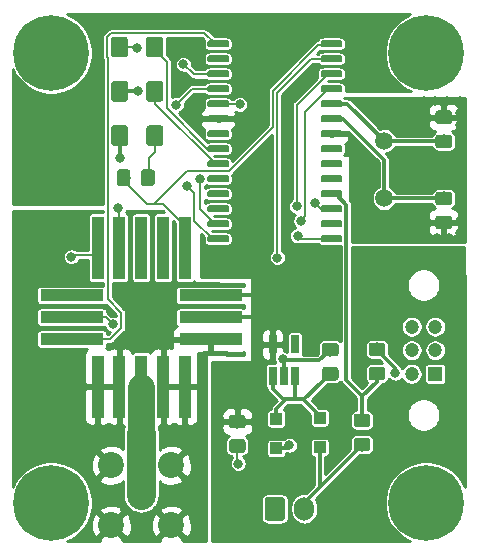
<source format=gbr>
G04 #@! TF.GenerationSoftware,KiCad,Pcbnew,(5.1.4)-1*
G04 #@! TF.CreationDate,2020-02-21T22:56:01-05:00*
G04 #@! TF.ProjectId,gps_2,6770735f-322e-46b6-9963-61645f706362,rev?*
G04 #@! TF.SameCoordinates,Original*
G04 #@! TF.FileFunction,Copper,L1,Top*
G04 #@! TF.FilePolarity,Positive*
%FSLAX46Y46*%
G04 Gerber Fmt 4.6, Leading zero omitted, Abs format (unit mm)*
G04 Created by KiCad (PCBNEW (5.1.4)-1) date 2020-02-21 22:56:01*
%MOMM*%
%LPD*%
G04 APERTURE LIST*
%ADD10C,0.100000*%
%ADD11C,1.150000*%
%ADD12C,1.200000*%
%ADD13R,1.200000X1.200000*%
%ADD14R,1.000000X5.350000*%
%ADD15R,5.350000X1.000000*%
%ADD16C,1.500000*%
%ADD17C,6.400000*%
%ADD18R,1.000000X1.000000*%
%ADD19C,0.600000*%
%ADD20R,0.650000X1.560000*%
%ADD21C,1.700000*%
%ADD22O,1.700000X2.000000*%
%ADD23C,2.200000*%
%ADD24C,2.100000*%
%ADD25C,1.425000*%
%ADD26C,0.800000*%
%ADD27C,0.304800*%
%ADD28C,0.203200*%
%ADD29C,2.463800*%
%ADD30C,2.286000*%
%ADD31C,0.254000*%
G04 APERTURE END LIST*
D10*
G36*
X78632305Y-46951604D02*
G01*
X78656573Y-46955204D01*
X78680372Y-46961165D01*
X78703471Y-46969430D01*
X78725650Y-46979920D01*
X78746693Y-46992532D01*
X78766399Y-47007147D01*
X78784577Y-47023623D01*
X78801053Y-47041801D01*
X78815668Y-47061507D01*
X78828280Y-47082550D01*
X78838770Y-47104729D01*
X78847035Y-47127828D01*
X78852996Y-47151627D01*
X78856596Y-47175895D01*
X78857800Y-47200399D01*
X78857800Y-48100401D01*
X78856596Y-48124905D01*
X78852996Y-48149173D01*
X78847035Y-48172972D01*
X78838770Y-48196071D01*
X78828280Y-48218250D01*
X78815668Y-48239293D01*
X78801053Y-48258999D01*
X78784577Y-48277177D01*
X78766399Y-48293653D01*
X78746693Y-48308268D01*
X78725650Y-48320880D01*
X78703471Y-48331370D01*
X78680372Y-48339635D01*
X78656573Y-48345596D01*
X78632305Y-48349196D01*
X78607801Y-48350400D01*
X77957799Y-48350400D01*
X77933295Y-48349196D01*
X77909027Y-48345596D01*
X77885228Y-48339635D01*
X77862129Y-48331370D01*
X77839950Y-48320880D01*
X77818907Y-48308268D01*
X77799201Y-48293653D01*
X77781023Y-48277177D01*
X77764547Y-48258999D01*
X77749932Y-48239293D01*
X77737320Y-48218250D01*
X77726830Y-48196071D01*
X77718565Y-48172972D01*
X77712604Y-48149173D01*
X77709004Y-48124905D01*
X77707800Y-48100401D01*
X77707800Y-47200399D01*
X77709004Y-47175895D01*
X77712604Y-47151627D01*
X77718565Y-47127828D01*
X77726830Y-47104729D01*
X77737320Y-47082550D01*
X77749932Y-47061507D01*
X77764547Y-47041801D01*
X77781023Y-47023623D01*
X77799201Y-47007147D01*
X77818907Y-46992532D01*
X77839950Y-46979920D01*
X77862129Y-46969430D01*
X77885228Y-46961165D01*
X77909027Y-46955204D01*
X77933295Y-46951604D01*
X77957799Y-46950400D01*
X78607801Y-46950400D01*
X78632305Y-46951604D01*
X78632305Y-46951604D01*
G37*
D11*
X78282800Y-47650400D03*
D10*
G36*
X76582305Y-46951604D02*
G01*
X76606573Y-46955204D01*
X76630372Y-46961165D01*
X76653471Y-46969430D01*
X76675650Y-46979920D01*
X76696693Y-46992532D01*
X76716399Y-47007147D01*
X76734577Y-47023623D01*
X76751053Y-47041801D01*
X76765668Y-47061507D01*
X76778280Y-47082550D01*
X76788770Y-47104729D01*
X76797035Y-47127828D01*
X76802996Y-47151627D01*
X76806596Y-47175895D01*
X76807800Y-47200399D01*
X76807800Y-48100401D01*
X76806596Y-48124905D01*
X76802996Y-48149173D01*
X76797035Y-48172972D01*
X76788770Y-48196071D01*
X76778280Y-48218250D01*
X76765668Y-48239293D01*
X76751053Y-48258999D01*
X76734577Y-48277177D01*
X76716399Y-48293653D01*
X76696693Y-48308268D01*
X76675650Y-48320880D01*
X76653471Y-48331370D01*
X76630372Y-48339635D01*
X76606573Y-48345596D01*
X76582305Y-48349196D01*
X76557801Y-48350400D01*
X75907799Y-48350400D01*
X75883295Y-48349196D01*
X75859027Y-48345596D01*
X75835228Y-48339635D01*
X75812129Y-48331370D01*
X75789950Y-48320880D01*
X75768907Y-48308268D01*
X75749201Y-48293653D01*
X75731023Y-48277177D01*
X75714547Y-48258999D01*
X75699932Y-48239293D01*
X75687320Y-48218250D01*
X75676830Y-48196071D01*
X75668565Y-48172972D01*
X75662604Y-48149173D01*
X75659004Y-48124905D01*
X75657800Y-48100401D01*
X75657800Y-47200399D01*
X75659004Y-47175895D01*
X75662604Y-47151627D01*
X75668565Y-47127828D01*
X75676830Y-47104729D01*
X75687320Y-47082550D01*
X75699932Y-47061507D01*
X75714547Y-47041801D01*
X75731023Y-47023623D01*
X75749201Y-47007147D01*
X75768907Y-46992532D01*
X75789950Y-46979920D01*
X75812129Y-46969430D01*
X75835228Y-46961165D01*
X75859027Y-46955204D01*
X75883295Y-46951604D01*
X75907799Y-46950400D01*
X76557801Y-46950400D01*
X76582305Y-46951604D01*
X76582305Y-46951604D01*
G37*
D11*
X76232800Y-47650400D03*
D12*
X102616000Y-62262000D03*
D13*
X102616000Y-64262000D03*
D12*
X102616000Y-60262000D03*
X100616000Y-60262000D03*
X100616000Y-62262000D03*
X100616000Y-64262000D03*
D10*
G36*
X94200505Y-61630804D02*
G01*
X94224773Y-61634404D01*
X94248572Y-61640365D01*
X94271671Y-61648630D01*
X94293850Y-61659120D01*
X94314893Y-61671732D01*
X94334599Y-61686347D01*
X94352777Y-61702823D01*
X94369253Y-61721001D01*
X94383868Y-61740707D01*
X94396480Y-61761750D01*
X94406970Y-61783929D01*
X94415235Y-61807028D01*
X94421196Y-61830827D01*
X94424796Y-61855095D01*
X94426000Y-61879599D01*
X94426000Y-62529601D01*
X94424796Y-62554105D01*
X94421196Y-62578373D01*
X94415235Y-62602172D01*
X94406970Y-62625271D01*
X94396480Y-62647450D01*
X94383868Y-62668493D01*
X94369253Y-62688199D01*
X94352777Y-62706377D01*
X94334599Y-62722853D01*
X94314893Y-62737468D01*
X94293850Y-62750080D01*
X94271671Y-62760570D01*
X94248572Y-62768835D01*
X94224773Y-62774796D01*
X94200505Y-62778396D01*
X94176001Y-62779600D01*
X93275999Y-62779600D01*
X93251495Y-62778396D01*
X93227227Y-62774796D01*
X93203428Y-62768835D01*
X93180329Y-62760570D01*
X93158150Y-62750080D01*
X93137107Y-62737468D01*
X93117401Y-62722853D01*
X93099223Y-62706377D01*
X93082747Y-62688199D01*
X93068132Y-62668493D01*
X93055520Y-62647450D01*
X93045030Y-62625271D01*
X93036765Y-62602172D01*
X93030804Y-62578373D01*
X93027204Y-62554105D01*
X93026000Y-62529601D01*
X93026000Y-61879599D01*
X93027204Y-61855095D01*
X93030804Y-61830827D01*
X93036765Y-61807028D01*
X93045030Y-61783929D01*
X93055520Y-61761750D01*
X93068132Y-61740707D01*
X93082747Y-61721001D01*
X93099223Y-61702823D01*
X93117401Y-61686347D01*
X93137107Y-61671732D01*
X93158150Y-61659120D01*
X93180329Y-61648630D01*
X93203428Y-61640365D01*
X93227227Y-61634404D01*
X93251495Y-61630804D01*
X93275999Y-61629600D01*
X94176001Y-61629600D01*
X94200505Y-61630804D01*
X94200505Y-61630804D01*
G37*
D11*
X93726000Y-62204600D03*
D10*
G36*
X94200505Y-63680804D02*
G01*
X94224773Y-63684404D01*
X94248572Y-63690365D01*
X94271671Y-63698630D01*
X94293850Y-63709120D01*
X94314893Y-63721732D01*
X94334599Y-63736347D01*
X94352777Y-63752823D01*
X94369253Y-63771001D01*
X94383868Y-63790707D01*
X94396480Y-63811750D01*
X94406970Y-63833929D01*
X94415235Y-63857028D01*
X94421196Y-63880827D01*
X94424796Y-63905095D01*
X94426000Y-63929599D01*
X94426000Y-64579601D01*
X94424796Y-64604105D01*
X94421196Y-64628373D01*
X94415235Y-64652172D01*
X94406970Y-64675271D01*
X94396480Y-64697450D01*
X94383868Y-64718493D01*
X94369253Y-64738199D01*
X94352777Y-64756377D01*
X94334599Y-64772853D01*
X94314893Y-64787468D01*
X94293850Y-64800080D01*
X94271671Y-64810570D01*
X94248572Y-64818835D01*
X94224773Y-64824796D01*
X94200505Y-64828396D01*
X94176001Y-64829600D01*
X93275999Y-64829600D01*
X93251495Y-64828396D01*
X93227227Y-64824796D01*
X93203428Y-64818835D01*
X93180329Y-64810570D01*
X93158150Y-64800080D01*
X93137107Y-64787468D01*
X93117401Y-64772853D01*
X93099223Y-64756377D01*
X93082747Y-64738199D01*
X93068132Y-64718493D01*
X93055520Y-64697450D01*
X93045030Y-64675271D01*
X93036765Y-64652172D01*
X93030804Y-64628373D01*
X93027204Y-64604105D01*
X93026000Y-64579601D01*
X93026000Y-63929599D01*
X93027204Y-63905095D01*
X93030804Y-63880827D01*
X93036765Y-63857028D01*
X93045030Y-63833929D01*
X93055520Y-63811750D01*
X93068132Y-63790707D01*
X93082747Y-63771001D01*
X93099223Y-63752823D01*
X93117401Y-63736347D01*
X93137107Y-63721732D01*
X93158150Y-63709120D01*
X93180329Y-63698630D01*
X93203428Y-63690365D01*
X93227227Y-63684404D01*
X93251495Y-63680804D01*
X93275999Y-63679600D01*
X94176001Y-63679600D01*
X94200505Y-63680804D01*
X94200505Y-63680804D01*
G37*
D11*
X93726000Y-64254600D03*
D14*
X81424000Y-65344000D03*
D15*
X83599000Y-61319000D03*
X83599000Y-59469000D03*
X83599000Y-57619000D03*
D14*
X81424000Y-53594000D03*
X79574000Y-53594000D03*
X77724000Y-53594000D03*
X75874000Y-53594000D03*
X74024000Y-53594000D03*
D15*
X71849000Y-57619000D03*
X71849000Y-61319000D03*
D14*
X74024000Y-65344000D03*
X75874000Y-65344000D03*
X79574000Y-65344000D03*
D15*
X71849000Y-59469000D03*
D14*
X77724000Y-65344000D03*
D16*
X98298000Y-44523000D03*
X98298000Y-49403000D03*
D17*
X101854000Y-75184000D03*
X101854000Y-37084000D03*
X70104000Y-75184000D03*
X70104000Y-37084000D03*
D10*
G36*
X86326505Y-69784204D02*
G01*
X86350773Y-69787804D01*
X86374572Y-69793765D01*
X86397671Y-69802030D01*
X86419850Y-69812520D01*
X86440893Y-69825132D01*
X86460599Y-69839747D01*
X86478777Y-69856223D01*
X86495253Y-69874401D01*
X86509868Y-69894107D01*
X86522480Y-69915150D01*
X86532970Y-69937329D01*
X86541235Y-69960428D01*
X86547196Y-69984227D01*
X86550796Y-70008495D01*
X86552000Y-70032999D01*
X86552000Y-70683001D01*
X86550796Y-70707505D01*
X86547196Y-70731773D01*
X86541235Y-70755572D01*
X86532970Y-70778671D01*
X86522480Y-70800850D01*
X86509868Y-70821893D01*
X86495253Y-70841599D01*
X86478777Y-70859777D01*
X86460599Y-70876253D01*
X86440893Y-70890868D01*
X86419850Y-70903480D01*
X86397671Y-70913970D01*
X86374572Y-70922235D01*
X86350773Y-70928196D01*
X86326505Y-70931796D01*
X86302001Y-70933000D01*
X85401999Y-70933000D01*
X85377495Y-70931796D01*
X85353227Y-70928196D01*
X85329428Y-70922235D01*
X85306329Y-70913970D01*
X85284150Y-70903480D01*
X85263107Y-70890868D01*
X85243401Y-70876253D01*
X85225223Y-70859777D01*
X85208747Y-70841599D01*
X85194132Y-70821893D01*
X85181520Y-70800850D01*
X85171030Y-70778671D01*
X85162765Y-70755572D01*
X85156804Y-70731773D01*
X85153204Y-70707505D01*
X85152000Y-70683001D01*
X85152000Y-70032999D01*
X85153204Y-70008495D01*
X85156804Y-69984227D01*
X85162765Y-69960428D01*
X85171030Y-69937329D01*
X85181520Y-69915150D01*
X85194132Y-69894107D01*
X85208747Y-69874401D01*
X85225223Y-69856223D01*
X85243401Y-69839747D01*
X85263107Y-69825132D01*
X85284150Y-69812520D01*
X85306329Y-69802030D01*
X85329428Y-69793765D01*
X85353227Y-69787804D01*
X85377495Y-69784204D01*
X85401999Y-69783000D01*
X86302001Y-69783000D01*
X86326505Y-69784204D01*
X86326505Y-69784204D01*
G37*
D11*
X85852000Y-70358000D03*
D10*
G36*
X86326505Y-67734204D02*
G01*
X86350773Y-67737804D01*
X86374572Y-67743765D01*
X86397671Y-67752030D01*
X86419850Y-67762520D01*
X86440893Y-67775132D01*
X86460599Y-67789747D01*
X86478777Y-67806223D01*
X86495253Y-67824401D01*
X86509868Y-67844107D01*
X86522480Y-67865150D01*
X86532970Y-67887329D01*
X86541235Y-67910428D01*
X86547196Y-67934227D01*
X86550796Y-67958495D01*
X86552000Y-67982999D01*
X86552000Y-68633001D01*
X86550796Y-68657505D01*
X86547196Y-68681773D01*
X86541235Y-68705572D01*
X86532970Y-68728671D01*
X86522480Y-68750850D01*
X86509868Y-68771893D01*
X86495253Y-68791599D01*
X86478777Y-68809777D01*
X86460599Y-68826253D01*
X86440893Y-68840868D01*
X86419850Y-68853480D01*
X86397671Y-68863970D01*
X86374572Y-68872235D01*
X86350773Y-68878196D01*
X86326505Y-68881796D01*
X86302001Y-68883000D01*
X85401999Y-68883000D01*
X85377495Y-68881796D01*
X85353227Y-68878196D01*
X85329428Y-68872235D01*
X85306329Y-68863970D01*
X85284150Y-68853480D01*
X85263107Y-68840868D01*
X85243401Y-68826253D01*
X85225223Y-68809777D01*
X85208747Y-68791599D01*
X85194132Y-68771893D01*
X85181520Y-68750850D01*
X85171030Y-68728671D01*
X85162765Y-68705572D01*
X85156804Y-68681773D01*
X85153204Y-68657505D01*
X85152000Y-68633001D01*
X85152000Y-67982999D01*
X85153204Y-67958495D01*
X85156804Y-67934227D01*
X85162765Y-67910428D01*
X85171030Y-67887329D01*
X85181520Y-67865150D01*
X85194132Y-67844107D01*
X85208747Y-67824401D01*
X85225223Y-67806223D01*
X85243401Y-67789747D01*
X85263107Y-67775132D01*
X85284150Y-67762520D01*
X85306329Y-67752030D01*
X85329428Y-67743765D01*
X85353227Y-67737804D01*
X85377495Y-67734204D01*
X85401999Y-67733000D01*
X86302001Y-67733000D01*
X86326505Y-67734204D01*
X86326505Y-67734204D01*
G37*
D11*
X85852000Y-68308000D03*
D10*
G36*
X103801705Y-48829204D02*
G01*
X103825973Y-48832804D01*
X103849772Y-48838765D01*
X103872871Y-48847030D01*
X103895050Y-48857520D01*
X103916093Y-48870132D01*
X103935799Y-48884747D01*
X103953977Y-48901223D01*
X103970453Y-48919401D01*
X103985068Y-48939107D01*
X103997680Y-48960150D01*
X104008170Y-48982329D01*
X104016435Y-49005428D01*
X104022396Y-49029227D01*
X104025996Y-49053495D01*
X104027200Y-49077999D01*
X104027200Y-49728001D01*
X104025996Y-49752505D01*
X104022396Y-49776773D01*
X104016435Y-49800572D01*
X104008170Y-49823671D01*
X103997680Y-49845850D01*
X103985068Y-49866893D01*
X103970453Y-49886599D01*
X103953977Y-49904777D01*
X103935799Y-49921253D01*
X103916093Y-49935868D01*
X103895050Y-49948480D01*
X103872871Y-49958970D01*
X103849772Y-49967235D01*
X103825973Y-49973196D01*
X103801705Y-49976796D01*
X103777201Y-49978000D01*
X102877199Y-49978000D01*
X102852695Y-49976796D01*
X102828427Y-49973196D01*
X102804628Y-49967235D01*
X102781529Y-49958970D01*
X102759350Y-49948480D01*
X102738307Y-49935868D01*
X102718601Y-49921253D01*
X102700423Y-49904777D01*
X102683947Y-49886599D01*
X102669332Y-49866893D01*
X102656720Y-49845850D01*
X102646230Y-49823671D01*
X102637965Y-49800572D01*
X102632004Y-49776773D01*
X102628404Y-49752505D01*
X102627200Y-49728001D01*
X102627200Y-49077999D01*
X102628404Y-49053495D01*
X102632004Y-49029227D01*
X102637965Y-49005428D01*
X102646230Y-48982329D01*
X102656720Y-48960150D01*
X102669332Y-48939107D01*
X102683947Y-48919401D01*
X102700423Y-48901223D01*
X102718601Y-48884747D01*
X102738307Y-48870132D01*
X102759350Y-48857520D01*
X102781529Y-48847030D01*
X102804628Y-48838765D01*
X102828427Y-48832804D01*
X102852695Y-48829204D01*
X102877199Y-48828000D01*
X103777201Y-48828000D01*
X103801705Y-48829204D01*
X103801705Y-48829204D01*
G37*
D11*
X103327200Y-49403000D03*
D10*
G36*
X103801705Y-50879204D02*
G01*
X103825973Y-50882804D01*
X103849772Y-50888765D01*
X103872871Y-50897030D01*
X103895050Y-50907520D01*
X103916093Y-50920132D01*
X103935799Y-50934747D01*
X103953977Y-50951223D01*
X103970453Y-50969401D01*
X103985068Y-50989107D01*
X103997680Y-51010150D01*
X104008170Y-51032329D01*
X104016435Y-51055428D01*
X104022396Y-51079227D01*
X104025996Y-51103495D01*
X104027200Y-51127999D01*
X104027200Y-51778001D01*
X104025996Y-51802505D01*
X104022396Y-51826773D01*
X104016435Y-51850572D01*
X104008170Y-51873671D01*
X103997680Y-51895850D01*
X103985068Y-51916893D01*
X103970453Y-51936599D01*
X103953977Y-51954777D01*
X103935799Y-51971253D01*
X103916093Y-51985868D01*
X103895050Y-51998480D01*
X103872871Y-52008970D01*
X103849772Y-52017235D01*
X103825973Y-52023196D01*
X103801705Y-52026796D01*
X103777201Y-52028000D01*
X102877199Y-52028000D01*
X102852695Y-52026796D01*
X102828427Y-52023196D01*
X102804628Y-52017235D01*
X102781529Y-52008970D01*
X102759350Y-51998480D01*
X102738307Y-51985868D01*
X102718601Y-51971253D01*
X102700423Y-51954777D01*
X102683947Y-51936599D01*
X102669332Y-51916893D01*
X102656720Y-51895850D01*
X102646230Y-51873671D01*
X102637965Y-51850572D01*
X102632004Y-51826773D01*
X102628404Y-51802505D01*
X102627200Y-51778001D01*
X102627200Y-51127999D01*
X102628404Y-51103495D01*
X102632004Y-51079227D01*
X102637965Y-51055428D01*
X102646230Y-51032329D01*
X102656720Y-51010150D01*
X102669332Y-50989107D01*
X102683947Y-50969401D01*
X102700423Y-50951223D01*
X102718601Y-50934747D01*
X102738307Y-50920132D01*
X102759350Y-50907520D01*
X102781529Y-50897030D01*
X102804628Y-50888765D01*
X102828427Y-50882804D01*
X102852695Y-50879204D01*
X102877199Y-50878000D01*
X103777201Y-50878000D01*
X103801705Y-50879204D01*
X103801705Y-50879204D01*
G37*
D11*
X103327200Y-51453000D03*
D10*
G36*
X103801705Y-44003204D02*
G01*
X103825973Y-44006804D01*
X103849772Y-44012765D01*
X103872871Y-44021030D01*
X103895050Y-44031520D01*
X103916093Y-44044132D01*
X103935799Y-44058747D01*
X103953977Y-44075223D01*
X103970453Y-44093401D01*
X103985068Y-44113107D01*
X103997680Y-44134150D01*
X104008170Y-44156329D01*
X104016435Y-44179428D01*
X104022396Y-44203227D01*
X104025996Y-44227495D01*
X104027200Y-44251999D01*
X104027200Y-44902001D01*
X104025996Y-44926505D01*
X104022396Y-44950773D01*
X104016435Y-44974572D01*
X104008170Y-44997671D01*
X103997680Y-45019850D01*
X103985068Y-45040893D01*
X103970453Y-45060599D01*
X103953977Y-45078777D01*
X103935799Y-45095253D01*
X103916093Y-45109868D01*
X103895050Y-45122480D01*
X103872871Y-45132970D01*
X103849772Y-45141235D01*
X103825973Y-45147196D01*
X103801705Y-45150796D01*
X103777201Y-45152000D01*
X102877199Y-45152000D01*
X102852695Y-45150796D01*
X102828427Y-45147196D01*
X102804628Y-45141235D01*
X102781529Y-45132970D01*
X102759350Y-45122480D01*
X102738307Y-45109868D01*
X102718601Y-45095253D01*
X102700423Y-45078777D01*
X102683947Y-45060599D01*
X102669332Y-45040893D01*
X102656720Y-45019850D01*
X102646230Y-44997671D01*
X102637965Y-44974572D01*
X102632004Y-44950773D01*
X102628404Y-44926505D01*
X102627200Y-44902001D01*
X102627200Y-44251999D01*
X102628404Y-44227495D01*
X102632004Y-44203227D01*
X102637965Y-44179428D01*
X102646230Y-44156329D01*
X102656720Y-44134150D01*
X102669332Y-44113107D01*
X102683947Y-44093401D01*
X102700423Y-44075223D01*
X102718601Y-44058747D01*
X102738307Y-44044132D01*
X102759350Y-44031520D01*
X102781529Y-44021030D01*
X102804628Y-44012765D01*
X102828427Y-44006804D01*
X102852695Y-44003204D01*
X102877199Y-44002000D01*
X103777201Y-44002000D01*
X103801705Y-44003204D01*
X103801705Y-44003204D01*
G37*
D11*
X103327200Y-44577000D03*
D10*
G36*
X103801705Y-41953204D02*
G01*
X103825973Y-41956804D01*
X103849772Y-41962765D01*
X103872871Y-41971030D01*
X103895050Y-41981520D01*
X103916093Y-41994132D01*
X103935799Y-42008747D01*
X103953977Y-42025223D01*
X103970453Y-42043401D01*
X103985068Y-42063107D01*
X103997680Y-42084150D01*
X104008170Y-42106329D01*
X104016435Y-42129428D01*
X104022396Y-42153227D01*
X104025996Y-42177495D01*
X104027200Y-42201999D01*
X104027200Y-42852001D01*
X104025996Y-42876505D01*
X104022396Y-42900773D01*
X104016435Y-42924572D01*
X104008170Y-42947671D01*
X103997680Y-42969850D01*
X103985068Y-42990893D01*
X103970453Y-43010599D01*
X103953977Y-43028777D01*
X103935799Y-43045253D01*
X103916093Y-43059868D01*
X103895050Y-43072480D01*
X103872871Y-43082970D01*
X103849772Y-43091235D01*
X103825973Y-43097196D01*
X103801705Y-43100796D01*
X103777201Y-43102000D01*
X102877199Y-43102000D01*
X102852695Y-43100796D01*
X102828427Y-43097196D01*
X102804628Y-43091235D01*
X102781529Y-43082970D01*
X102759350Y-43072480D01*
X102738307Y-43059868D01*
X102718601Y-43045253D01*
X102700423Y-43028777D01*
X102683947Y-43010599D01*
X102669332Y-42990893D01*
X102656720Y-42969850D01*
X102646230Y-42947671D01*
X102637965Y-42924572D01*
X102632004Y-42900773D01*
X102628404Y-42876505D01*
X102627200Y-42852001D01*
X102627200Y-42201999D01*
X102628404Y-42177495D01*
X102632004Y-42153227D01*
X102637965Y-42129428D01*
X102646230Y-42106329D01*
X102656720Y-42084150D01*
X102669332Y-42063107D01*
X102683947Y-42043401D01*
X102700423Y-42025223D01*
X102718601Y-42008747D01*
X102738307Y-41994132D01*
X102759350Y-41981520D01*
X102781529Y-41971030D01*
X102804628Y-41962765D01*
X102828427Y-41956804D01*
X102852695Y-41953204D01*
X102877199Y-41952000D01*
X103777201Y-41952000D01*
X103801705Y-41953204D01*
X103801705Y-41953204D01*
G37*
D11*
X103327200Y-42527000D03*
D18*
X92837000Y-70485000D03*
X92837000Y-67985000D03*
X89154000Y-70572000D03*
X89154000Y-68072000D03*
D10*
G36*
X96867505Y-69675204D02*
G01*
X96891773Y-69678804D01*
X96915572Y-69684765D01*
X96938671Y-69693030D01*
X96960850Y-69703520D01*
X96981893Y-69716132D01*
X97001599Y-69730747D01*
X97019777Y-69747223D01*
X97036253Y-69765401D01*
X97050868Y-69785107D01*
X97063480Y-69806150D01*
X97073970Y-69828329D01*
X97082235Y-69851428D01*
X97088196Y-69875227D01*
X97091796Y-69899495D01*
X97093000Y-69923999D01*
X97093000Y-70574001D01*
X97091796Y-70598505D01*
X97088196Y-70622773D01*
X97082235Y-70646572D01*
X97073970Y-70669671D01*
X97063480Y-70691850D01*
X97050868Y-70712893D01*
X97036253Y-70732599D01*
X97019777Y-70750777D01*
X97001599Y-70767253D01*
X96981893Y-70781868D01*
X96960850Y-70794480D01*
X96938671Y-70804970D01*
X96915572Y-70813235D01*
X96891773Y-70819196D01*
X96867505Y-70822796D01*
X96843001Y-70824000D01*
X95942999Y-70824000D01*
X95918495Y-70822796D01*
X95894227Y-70819196D01*
X95870428Y-70813235D01*
X95847329Y-70804970D01*
X95825150Y-70794480D01*
X95804107Y-70781868D01*
X95784401Y-70767253D01*
X95766223Y-70750777D01*
X95749747Y-70732599D01*
X95735132Y-70712893D01*
X95722520Y-70691850D01*
X95712030Y-70669671D01*
X95703765Y-70646572D01*
X95697804Y-70622773D01*
X95694204Y-70598505D01*
X95693000Y-70574001D01*
X95693000Y-69923999D01*
X95694204Y-69899495D01*
X95697804Y-69875227D01*
X95703765Y-69851428D01*
X95712030Y-69828329D01*
X95722520Y-69806150D01*
X95735132Y-69785107D01*
X95749747Y-69765401D01*
X95766223Y-69747223D01*
X95784401Y-69730747D01*
X95804107Y-69716132D01*
X95825150Y-69703520D01*
X95847329Y-69693030D01*
X95870428Y-69684765D01*
X95894227Y-69678804D01*
X95918495Y-69675204D01*
X95942999Y-69674000D01*
X96843001Y-69674000D01*
X96867505Y-69675204D01*
X96867505Y-69675204D01*
G37*
D11*
X96393000Y-70249000D03*
D10*
G36*
X96867505Y-67625204D02*
G01*
X96891773Y-67628804D01*
X96915572Y-67634765D01*
X96938671Y-67643030D01*
X96960850Y-67653520D01*
X96981893Y-67666132D01*
X97001599Y-67680747D01*
X97019777Y-67697223D01*
X97036253Y-67715401D01*
X97050868Y-67735107D01*
X97063480Y-67756150D01*
X97073970Y-67778329D01*
X97082235Y-67801428D01*
X97088196Y-67825227D01*
X97091796Y-67849495D01*
X97093000Y-67873999D01*
X97093000Y-68524001D01*
X97091796Y-68548505D01*
X97088196Y-68572773D01*
X97082235Y-68596572D01*
X97073970Y-68619671D01*
X97063480Y-68641850D01*
X97050868Y-68662893D01*
X97036253Y-68682599D01*
X97019777Y-68700777D01*
X97001599Y-68717253D01*
X96981893Y-68731868D01*
X96960850Y-68744480D01*
X96938671Y-68754970D01*
X96915572Y-68763235D01*
X96891773Y-68769196D01*
X96867505Y-68772796D01*
X96843001Y-68774000D01*
X95942999Y-68774000D01*
X95918495Y-68772796D01*
X95894227Y-68769196D01*
X95870428Y-68763235D01*
X95847329Y-68754970D01*
X95825150Y-68744480D01*
X95804107Y-68731868D01*
X95784401Y-68717253D01*
X95766223Y-68700777D01*
X95749747Y-68682599D01*
X95735132Y-68662893D01*
X95722520Y-68641850D01*
X95712030Y-68619671D01*
X95703765Y-68596572D01*
X95697804Y-68572773D01*
X95694204Y-68548505D01*
X95693000Y-68524001D01*
X95693000Y-67873999D01*
X95694204Y-67849495D01*
X95697804Y-67825227D01*
X95703765Y-67801428D01*
X95712030Y-67778329D01*
X95722520Y-67756150D01*
X95735132Y-67735107D01*
X95749747Y-67715401D01*
X95766223Y-67697223D01*
X95784401Y-67680747D01*
X95804107Y-67666132D01*
X95825150Y-67653520D01*
X95847329Y-67643030D01*
X95870428Y-67634765D01*
X95894227Y-67628804D01*
X95918495Y-67625204D01*
X95942999Y-67624000D01*
X96843001Y-67624000D01*
X96867505Y-67625204D01*
X96867505Y-67625204D01*
G37*
D11*
X96393000Y-68199000D03*
D10*
G36*
X98137505Y-61612804D02*
G01*
X98161773Y-61616404D01*
X98185572Y-61622365D01*
X98208671Y-61630630D01*
X98230850Y-61641120D01*
X98251893Y-61653732D01*
X98271599Y-61668347D01*
X98289777Y-61684823D01*
X98306253Y-61703001D01*
X98320868Y-61722707D01*
X98333480Y-61743750D01*
X98343970Y-61765929D01*
X98352235Y-61789028D01*
X98358196Y-61812827D01*
X98361796Y-61837095D01*
X98363000Y-61861599D01*
X98363000Y-62511601D01*
X98361796Y-62536105D01*
X98358196Y-62560373D01*
X98352235Y-62584172D01*
X98343970Y-62607271D01*
X98333480Y-62629450D01*
X98320868Y-62650493D01*
X98306253Y-62670199D01*
X98289777Y-62688377D01*
X98271599Y-62704853D01*
X98251893Y-62719468D01*
X98230850Y-62732080D01*
X98208671Y-62742570D01*
X98185572Y-62750835D01*
X98161773Y-62756796D01*
X98137505Y-62760396D01*
X98113001Y-62761600D01*
X97212999Y-62761600D01*
X97188495Y-62760396D01*
X97164227Y-62756796D01*
X97140428Y-62750835D01*
X97117329Y-62742570D01*
X97095150Y-62732080D01*
X97074107Y-62719468D01*
X97054401Y-62704853D01*
X97036223Y-62688377D01*
X97019747Y-62670199D01*
X97005132Y-62650493D01*
X96992520Y-62629450D01*
X96982030Y-62607271D01*
X96973765Y-62584172D01*
X96967804Y-62560373D01*
X96964204Y-62536105D01*
X96963000Y-62511601D01*
X96963000Y-61861599D01*
X96964204Y-61837095D01*
X96967804Y-61812827D01*
X96973765Y-61789028D01*
X96982030Y-61765929D01*
X96992520Y-61743750D01*
X97005132Y-61722707D01*
X97019747Y-61703001D01*
X97036223Y-61684823D01*
X97054401Y-61668347D01*
X97074107Y-61653732D01*
X97095150Y-61641120D01*
X97117329Y-61630630D01*
X97140428Y-61622365D01*
X97164227Y-61616404D01*
X97188495Y-61612804D01*
X97212999Y-61611600D01*
X98113001Y-61611600D01*
X98137505Y-61612804D01*
X98137505Y-61612804D01*
G37*
D11*
X97663000Y-62186600D03*
D10*
G36*
X98137505Y-63662804D02*
G01*
X98161773Y-63666404D01*
X98185572Y-63672365D01*
X98208671Y-63680630D01*
X98230850Y-63691120D01*
X98251893Y-63703732D01*
X98271599Y-63718347D01*
X98289777Y-63734823D01*
X98306253Y-63753001D01*
X98320868Y-63772707D01*
X98333480Y-63793750D01*
X98343970Y-63815929D01*
X98352235Y-63839028D01*
X98358196Y-63862827D01*
X98361796Y-63887095D01*
X98363000Y-63911599D01*
X98363000Y-64561601D01*
X98361796Y-64586105D01*
X98358196Y-64610373D01*
X98352235Y-64634172D01*
X98343970Y-64657271D01*
X98333480Y-64679450D01*
X98320868Y-64700493D01*
X98306253Y-64720199D01*
X98289777Y-64738377D01*
X98271599Y-64754853D01*
X98251893Y-64769468D01*
X98230850Y-64782080D01*
X98208671Y-64792570D01*
X98185572Y-64800835D01*
X98161773Y-64806796D01*
X98137505Y-64810396D01*
X98113001Y-64811600D01*
X97212999Y-64811600D01*
X97188495Y-64810396D01*
X97164227Y-64806796D01*
X97140428Y-64800835D01*
X97117329Y-64792570D01*
X97095150Y-64782080D01*
X97074107Y-64769468D01*
X97054401Y-64754853D01*
X97036223Y-64738377D01*
X97019747Y-64720199D01*
X97005132Y-64700493D01*
X96992520Y-64679450D01*
X96982030Y-64657271D01*
X96973765Y-64634172D01*
X96967804Y-64610373D01*
X96964204Y-64586105D01*
X96963000Y-64561601D01*
X96963000Y-63911599D01*
X96964204Y-63887095D01*
X96967804Y-63862827D01*
X96973765Y-63839028D01*
X96982030Y-63815929D01*
X96992520Y-63793750D01*
X97005132Y-63772707D01*
X97019747Y-63753001D01*
X97036223Y-63734823D01*
X97054401Y-63718347D01*
X97074107Y-63703732D01*
X97095150Y-63691120D01*
X97117329Y-63680630D01*
X97140428Y-63672365D01*
X97164227Y-63666404D01*
X97188495Y-63662804D01*
X97212999Y-63661600D01*
X98113001Y-63661600D01*
X98137505Y-63662804D01*
X98137505Y-63662804D01*
G37*
D11*
X97663000Y-64236600D03*
D10*
G36*
X84991703Y-52532722D02*
G01*
X85006264Y-52534882D01*
X85020543Y-52538459D01*
X85034403Y-52543418D01*
X85047710Y-52549712D01*
X85060336Y-52557280D01*
X85072159Y-52566048D01*
X85083066Y-52575934D01*
X85092952Y-52586841D01*
X85101720Y-52598664D01*
X85109288Y-52611290D01*
X85115582Y-52624597D01*
X85120541Y-52638457D01*
X85124118Y-52652736D01*
X85126278Y-52667297D01*
X85127000Y-52682000D01*
X85127000Y-52982000D01*
X85126278Y-52996703D01*
X85124118Y-53011264D01*
X85120541Y-53025543D01*
X85115582Y-53039403D01*
X85109288Y-53052710D01*
X85101720Y-53065336D01*
X85092952Y-53077159D01*
X85083066Y-53088066D01*
X85072159Y-53097952D01*
X85060336Y-53106720D01*
X85047710Y-53114288D01*
X85034403Y-53120582D01*
X85020543Y-53125541D01*
X85006264Y-53129118D01*
X84991703Y-53131278D01*
X84977000Y-53132000D01*
X83477000Y-53132000D01*
X83462297Y-53131278D01*
X83447736Y-53129118D01*
X83433457Y-53125541D01*
X83419597Y-53120582D01*
X83406290Y-53114288D01*
X83393664Y-53106720D01*
X83381841Y-53097952D01*
X83370934Y-53088066D01*
X83361048Y-53077159D01*
X83352280Y-53065336D01*
X83344712Y-53052710D01*
X83338418Y-53039403D01*
X83333459Y-53025543D01*
X83329882Y-53011264D01*
X83327722Y-52996703D01*
X83327000Y-52982000D01*
X83327000Y-52682000D01*
X83327722Y-52667297D01*
X83329882Y-52652736D01*
X83333459Y-52638457D01*
X83338418Y-52624597D01*
X83344712Y-52611290D01*
X83352280Y-52598664D01*
X83361048Y-52586841D01*
X83370934Y-52575934D01*
X83381841Y-52566048D01*
X83393664Y-52557280D01*
X83406290Y-52549712D01*
X83419597Y-52543418D01*
X83433457Y-52538459D01*
X83447736Y-52534882D01*
X83462297Y-52532722D01*
X83477000Y-52532000D01*
X84977000Y-52532000D01*
X84991703Y-52532722D01*
X84991703Y-52532722D01*
G37*
D19*
X84227000Y-52832000D03*
D10*
G36*
X84991703Y-51262722D02*
G01*
X85006264Y-51264882D01*
X85020543Y-51268459D01*
X85034403Y-51273418D01*
X85047710Y-51279712D01*
X85060336Y-51287280D01*
X85072159Y-51296048D01*
X85083066Y-51305934D01*
X85092952Y-51316841D01*
X85101720Y-51328664D01*
X85109288Y-51341290D01*
X85115582Y-51354597D01*
X85120541Y-51368457D01*
X85124118Y-51382736D01*
X85126278Y-51397297D01*
X85127000Y-51412000D01*
X85127000Y-51712000D01*
X85126278Y-51726703D01*
X85124118Y-51741264D01*
X85120541Y-51755543D01*
X85115582Y-51769403D01*
X85109288Y-51782710D01*
X85101720Y-51795336D01*
X85092952Y-51807159D01*
X85083066Y-51818066D01*
X85072159Y-51827952D01*
X85060336Y-51836720D01*
X85047710Y-51844288D01*
X85034403Y-51850582D01*
X85020543Y-51855541D01*
X85006264Y-51859118D01*
X84991703Y-51861278D01*
X84977000Y-51862000D01*
X83477000Y-51862000D01*
X83462297Y-51861278D01*
X83447736Y-51859118D01*
X83433457Y-51855541D01*
X83419597Y-51850582D01*
X83406290Y-51844288D01*
X83393664Y-51836720D01*
X83381841Y-51827952D01*
X83370934Y-51818066D01*
X83361048Y-51807159D01*
X83352280Y-51795336D01*
X83344712Y-51782710D01*
X83338418Y-51769403D01*
X83333459Y-51755543D01*
X83329882Y-51741264D01*
X83327722Y-51726703D01*
X83327000Y-51712000D01*
X83327000Y-51412000D01*
X83327722Y-51397297D01*
X83329882Y-51382736D01*
X83333459Y-51368457D01*
X83338418Y-51354597D01*
X83344712Y-51341290D01*
X83352280Y-51328664D01*
X83361048Y-51316841D01*
X83370934Y-51305934D01*
X83381841Y-51296048D01*
X83393664Y-51287280D01*
X83406290Y-51279712D01*
X83419597Y-51273418D01*
X83433457Y-51268459D01*
X83447736Y-51264882D01*
X83462297Y-51262722D01*
X83477000Y-51262000D01*
X84977000Y-51262000D01*
X84991703Y-51262722D01*
X84991703Y-51262722D01*
G37*
D19*
X84227000Y-51562000D03*
D10*
G36*
X84991703Y-49992722D02*
G01*
X85006264Y-49994882D01*
X85020543Y-49998459D01*
X85034403Y-50003418D01*
X85047710Y-50009712D01*
X85060336Y-50017280D01*
X85072159Y-50026048D01*
X85083066Y-50035934D01*
X85092952Y-50046841D01*
X85101720Y-50058664D01*
X85109288Y-50071290D01*
X85115582Y-50084597D01*
X85120541Y-50098457D01*
X85124118Y-50112736D01*
X85126278Y-50127297D01*
X85127000Y-50142000D01*
X85127000Y-50442000D01*
X85126278Y-50456703D01*
X85124118Y-50471264D01*
X85120541Y-50485543D01*
X85115582Y-50499403D01*
X85109288Y-50512710D01*
X85101720Y-50525336D01*
X85092952Y-50537159D01*
X85083066Y-50548066D01*
X85072159Y-50557952D01*
X85060336Y-50566720D01*
X85047710Y-50574288D01*
X85034403Y-50580582D01*
X85020543Y-50585541D01*
X85006264Y-50589118D01*
X84991703Y-50591278D01*
X84977000Y-50592000D01*
X83477000Y-50592000D01*
X83462297Y-50591278D01*
X83447736Y-50589118D01*
X83433457Y-50585541D01*
X83419597Y-50580582D01*
X83406290Y-50574288D01*
X83393664Y-50566720D01*
X83381841Y-50557952D01*
X83370934Y-50548066D01*
X83361048Y-50537159D01*
X83352280Y-50525336D01*
X83344712Y-50512710D01*
X83338418Y-50499403D01*
X83333459Y-50485543D01*
X83329882Y-50471264D01*
X83327722Y-50456703D01*
X83327000Y-50442000D01*
X83327000Y-50142000D01*
X83327722Y-50127297D01*
X83329882Y-50112736D01*
X83333459Y-50098457D01*
X83338418Y-50084597D01*
X83344712Y-50071290D01*
X83352280Y-50058664D01*
X83361048Y-50046841D01*
X83370934Y-50035934D01*
X83381841Y-50026048D01*
X83393664Y-50017280D01*
X83406290Y-50009712D01*
X83419597Y-50003418D01*
X83433457Y-49998459D01*
X83447736Y-49994882D01*
X83462297Y-49992722D01*
X83477000Y-49992000D01*
X84977000Y-49992000D01*
X84991703Y-49992722D01*
X84991703Y-49992722D01*
G37*
D19*
X84227000Y-50292000D03*
D10*
G36*
X84991703Y-48722722D02*
G01*
X85006264Y-48724882D01*
X85020543Y-48728459D01*
X85034403Y-48733418D01*
X85047710Y-48739712D01*
X85060336Y-48747280D01*
X85072159Y-48756048D01*
X85083066Y-48765934D01*
X85092952Y-48776841D01*
X85101720Y-48788664D01*
X85109288Y-48801290D01*
X85115582Y-48814597D01*
X85120541Y-48828457D01*
X85124118Y-48842736D01*
X85126278Y-48857297D01*
X85127000Y-48872000D01*
X85127000Y-49172000D01*
X85126278Y-49186703D01*
X85124118Y-49201264D01*
X85120541Y-49215543D01*
X85115582Y-49229403D01*
X85109288Y-49242710D01*
X85101720Y-49255336D01*
X85092952Y-49267159D01*
X85083066Y-49278066D01*
X85072159Y-49287952D01*
X85060336Y-49296720D01*
X85047710Y-49304288D01*
X85034403Y-49310582D01*
X85020543Y-49315541D01*
X85006264Y-49319118D01*
X84991703Y-49321278D01*
X84977000Y-49322000D01*
X83477000Y-49322000D01*
X83462297Y-49321278D01*
X83447736Y-49319118D01*
X83433457Y-49315541D01*
X83419597Y-49310582D01*
X83406290Y-49304288D01*
X83393664Y-49296720D01*
X83381841Y-49287952D01*
X83370934Y-49278066D01*
X83361048Y-49267159D01*
X83352280Y-49255336D01*
X83344712Y-49242710D01*
X83338418Y-49229403D01*
X83333459Y-49215543D01*
X83329882Y-49201264D01*
X83327722Y-49186703D01*
X83327000Y-49172000D01*
X83327000Y-48872000D01*
X83327722Y-48857297D01*
X83329882Y-48842736D01*
X83333459Y-48828457D01*
X83338418Y-48814597D01*
X83344712Y-48801290D01*
X83352280Y-48788664D01*
X83361048Y-48776841D01*
X83370934Y-48765934D01*
X83381841Y-48756048D01*
X83393664Y-48747280D01*
X83406290Y-48739712D01*
X83419597Y-48733418D01*
X83433457Y-48728459D01*
X83447736Y-48724882D01*
X83462297Y-48722722D01*
X83477000Y-48722000D01*
X84977000Y-48722000D01*
X84991703Y-48722722D01*
X84991703Y-48722722D01*
G37*
D19*
X84227000Y-49022000D03*
D10*
G36*
X84991703Y-47452722D02*
G01*
X85006264Y-47454882D01*
X85020543Y-47458459D01*
X85034403Y-47463418D01*
X85047710Y-47469712D01*
X85060336Y-47477280D01*
X85072159Y-47486048D01*
X85083066Y-47495934D01*
X85092952Y-47506841D01*
X85101720Y-47518664D01*
X85109288Y-47531290D01*
X85115582Y-47544597D01*
X85120541Y-47558457D01*
X85124118Y-47572736D01*
X85126278Y-47587297D01*
X85127000Y-47602000D01*
X85127000Y-47902000D01*
X85126278Y-47916703D01*
X85124118Y-47931264D01*
X85120541Y-47945543D01*
X85115582Y-47959403D01*
X85109288Y-47972710D01*
X85101720Y-47985336D01*
X85092952Y-47997159D01*
X85083066Y-48008066D01*
X85072159Y-48017952D01*
X85060336Y-48026720D01*
X85047710Y-48034288D01*
X85034403Y-48040582D01*
X85020543Y-48045541D01*
X85006264Y-48049118D01*
X84991703Y-48051278D01*
X84977000Y-48052000D01*
X83477000Y-48052000D01*
X83462297Y-48051278D01*
X83447736Y-48049118D01*
X83433457Y-48045541D01*
X83419597Y-48040582D01*
X83406290Y-48034288D01*
X83393664Y-48026720D01*
X83381841Y-48017952D01*
X83370934Y-48008066D01*
X83361048Y-47997159D01*
X83352280Y-47985336D01*
X83344712Y-47972710D01*
X83338418Y-47959403D01*
X83333459Y-47945543D01*
X83329882Y-47931264D01*
X83327722Y-47916703D01*
X83327000Y-47902000D01*
X83327000Y-47602000D01*
X83327722Y-47587297D01*
X83329882Y-47572736D01*
X83333459Y-47558457D01*
X83338418Y-47544597D01*
X83344712Y-47531290D01*
X83352280Y-47518664D01*
X83361048Y-47506841D01*
X83370934Y-47495934D01*
X83381841Y-47486048D01*
X83393664Y-47477280D01*
X83406290Y-47469712D01*
X83419597Y-47463418D01*
X83433457Y-47458459D01*
X83447736Y-47454882D01*
X83462297Y-47452722D01*
X83477000Y-47452000D01*
X84977000Y-47452000D01*
X84991703Y-47452722D01*
X84991703Y-47452722D01*
G37*
D19*
X84227000Y-47752000D03*
D10*
G36*
X84991703Y-46182722D02*
G01*
X85006264Y-46184882D01*
X85020543Y-46188459D01*
X85034403Y-46193418D01*
X85047710Y-46199712D01*
X85060336Y-46207280D01*
X85072159Y-46216048D01*
X85083066Y-46225934D01*
X85092952Y-46236841D01*
X85101720Y-46248664D01*
X85109288Y-46261290D01*
X85115582Y-46274597D01*
X85120541Y-46288457D01*
X85124118Y-46302736D01*
X85126278Y-46317297D01*
X85127000Y-46332000D01*
X85127000Y-46632000D01*
X85126278Y-46646703D01*
X85124118Y-46661264D01*
X85120541Y-46675543D01*
X85115582Y-46689403D01*
X85109288Y-46702710D01*
X85101720Y-46715336D01*
X85092952Y-46727159D01*
X85083066Y-46738066D01*
X85072159Y-46747952D01*
X85060336Y-46756720D01*
X85047710Y-46764288D01*
X85034403Y-46770582D01*
X85020543Y-46775541D01*
X85006264Y-46779118D01*
X84991703Y-46781278D01*
X84977000Y-46782000D01*
X83477000Y-46782000D01*
X83462297Y-46781278D01*
X83447736Y-46779118D01*
X83433457Y-46775541D01*
X83419597Y-46770582D01*
X83406290Y-46764288D01*
X83393664Y-46756720D01*
X83381841Y-46747952D01*
X83370934Y-46738066D01*
X83361048Y-46727159D01*
X83352280Y-46715336D01*
X83344712Y-46702710D01*
X83338418Y-46689403D01*
X83333459Y-46675543D01*
X83329882Y-46661264D01*
X83327722Y-46646703D01*
X83327000Y-46632000D01*
X83327000Y-46332000D01*
X83327722Y-46317297D01*
X83329882Y-46302736D01*
X83333459Y-46288457D01*
X83338418Y-46274597D01*
X83344712Y-46261290D01*
X83352280Y-46248664D01*
X83361048Y-46236841D01*
X83370934Y-46225934D01*
X83381841Y-46216048D01*
X83393664Y-46207280D01*
X83406290Y-46199712D01*
X83419597Y-46193418D01*
X83433457Y-46188459D01*
X83447736Y-46184882D01*
X83462297Y-46182722D01*
X83477000Y-46182000D01*
X84977000Y-46182000D01*
X84991703Y-46182722D01*
X84991703Y-46182722D01*
G37*
D19*
X84227000Y-46482000D03*
D10*
G36*
X84991703Y-44912722D02*
G01*
X85006264Y-44914882D01*
X85020543Y-44918459D01*
X85034403Y-44923418D01*
X85047710Y-44929712D01*
X85060336Y-44937280D01*
X85072159Y-44946048D01*
X85083066Y-44955934D01*
X85092952Y-44966841D01*
X85101720Y-44978664D01*
X85109288Y-44991290D01*
X85115582Y-45004597D01*
X85120541Y-45018457D01*
X85124118Y-45032736D01*
X85126278Y-45047297D01*
X85127000Y-45062000D01*
X85127000Y-45362000D01*
X85126278Y-45376703D01*
X85124118Y-45391264D01*
X85120541Y-45405543D01*
X85115582Y-45419403D01*
X85109288Y-45432710D01*
X85101720Y-45445336D01*
X85092952Y-45457159D01*
X85083066Y-45468066D01*
X85072159Y-45477952D01*
X85060336Y-45486720D01*
X85047710Y-45494288D01*
X85034403Y-45500582D01*
X85020543Y-45505541D01*
X85006264Y-45509118D01*
X84991703Y-45511278D01*
X84977000Y-45512000D01*
X83477000Y-45512000D01*
X83462297Y-45511278D01*
X83447736Y-45509118D01*
X83433457Y-45505541D01*
X83419597Y-45500582D01*
X83406290Y-45494288D01*
X83393664Y-45486720D01*
X83381841Y-45477952D01*
X83370934Y-45468066D01*
X83361048Y-45457159D01*
X83352280Y-45445336D01*
X83344712Y-45432710D01*
X83338418Y-45419403D01*
X83333459Y-45405543D01*
X83329882Y-45391264D01*
X83327722Y-45376703D01*
X83327000Y-45362000D01*
X83327000Y-45062000D01*
X83327722Y-45047297D01*
X83329882Y-45032736D01*
X83333459Y-45018457D01*
X83338418Y-45004597D01*
X83344712Y-44991290D01*
X83352280Y-44978664D01*
X83361048Y-44966841D01*
X83370934Y-44955934D01*
X83381841Y-44946048D01*
X83393664Y-44937280D01*
X83406290Y-44929712D01*
X83419597Y-44923418D01*
X83433457Y-44918459D01*
X83447736Y-44914882D01*
X83462297Y-44912722D01*
X83477000Y-44912000D01*
X84977000Y-44912000D01*
X84991703Y-44912722D01*
X84991703Y-44912722D01*
G37*
D19*
X84227000Y-45212000D03*
D10*
G36*
X84991703Y-43642722D02*
G01*
X85006264Y-43644882D01*
X85020543Y-43648459D01*
X85034403Y-43653418D01*
X85047710Y-43659712D01*
X85060336Y-43667280D01*
X85072159Y-43676048D01*
X85083066Y-43685934D01*
X85092952Y-43696841D01*
X85101720Y-43708664D01*
X85109288Y-43721290D01*
X85115582Y-43734597D01*
X85120541Y-43748457D01*
X85124118Y-43762736D01*
X85126278Y-43777297D01*
X85127000Y-43792000D01*
X85127000Y-44092000D01*
X85126278Y-44106703D01*
X85124118Y-44121264D01*
X85120541Y-44135543D01*
X85115582Y-44149403D01*
X85109288Y-44162710D01*
X85101720Y-44175336D01*
X85092952Y-44187159D01*
X85083066Y-44198066D01*
X85072159Y-44207952D01*
X85060336Y-44216720D01*
X85047710Y-44224288D01*
X85034403Y-44230582D01*
X85020543Y-44235541D01*
X85006264Y-44239118D01*
X84991703Y-44241278D01*
X84977000Y-44242000D01*
X83477000Y-44242000D01*
X83462297Y-44241278D01*
X83447736Y-44239118D01*
X83433457Y-44235541D01*
X83419597Y-44230582D01*
X83406290Y-44224288D01*
X83393664Y-44216720D01*
X83381841Y-44207952D01*
X83370934Y-44198066D01*
X83361048Y-44187159D01*
X83352280Y-44175336D01*
X83344712Y-44162710D01*
X83338418Y-44149403D01*
X83333459Y-44135543D01*
X83329882Y-44121264D01*
X83327722Y-44106703D01*
X83327000Y-44092000D01*
X83327000Y-43792000D01*
X83327722Y-43777297D01*
X83329882Y-43762736D01*
X83333459Y-43748457D01*
X83338418Y-43734597D01*
X83344712Y-43721290D01*
X83352280Y-43708664D01*
X83361048Y-43696841D01*
X83370934Y-43685934D01*
X83381841Y-43676048D01*
X83393664Y-43667280D01*
X83406290Y-43659712D01*
X83419597Y-43653418D01*
X83433457Y-43648459D01*
X83447736Y-43644882D01*
X83462297Y-43642722D01*
X83477000Y-43642000D01*
X84977000Y-43642000D01*
X84991703Y-43642722D01*
X84991703Y-43642722D01*
G37*
D19*
X84227000Y-43942000D03*
D10*
G36*
X84991703Y-42372722D02*
G01*
X85006264Y-42374882D01*
X85020543Y-42378459D01*
X85034403Y-42383418D01*
X85047710Y-42389712D01*
X85060336Y-42397280D01*
X85072159Y-42406048D01*
X85083066Y-42415934D01*
X85092952Y-42426841D01*
X85101720Y-42438664D01*
X85109288Y-42451290D01*
X85115582Y-42464597D01*
X85120541Y-42478457D01*
X85124118Y-42492736D01*
X85126278Y-42507297D01*
X85127000Y-42522000D01*
X85127000Y-42822000D01*
X85126278Y-42836703D01*
X85124118Y-42851264D01*
X85120541Y-42865543D01*
X85115582Y-42879403D01*
X85109288Y-42892710D01*
X85101720Y-42905336D01*
X85092952Y-42917159D01*
X85083066Y-42928066D01*
X85072159Y-42937952D01*
X85060336Y-42946720D01*
X85047710Y-42954288D01*
X85034403Y-42960582D01*
X85020543Y-42965541D01*
X85006264Y-42969118D01*
X84991703Y-42971278D01*
X84977000Y-42972000D01*
X83477000Y-42972000D01*
X83462297Y-42971278D01*
X83447736Y-42969118D01*
X83433457Y-42965541D01*
X83419597Y-42960582D01*
X83406290Y-42954288D01*
X83393664Y-42946720D01*
X83381841Y-42937952D01*
X83370934Y-42928066D01*
X83361048Y-42917159D01*
X83352280Y-42905336D01*
X83344712Y-42892710D01*
X83338418Y-42879403D01*
X83333459Y-42865543D01*
X83329882Y-42851264D01*
X83327722Y-42836703D01*
X83327000Y-42822000D01*
X83327000Y-42522000D01*
X83327722Y-42507297D01*
X83329882Y-42492736D01*
X83333459Y-42478457D01*
X83338418Y-42464597D01*
X83344712Y-42451290D01*
X83352280Y-42438664D01*
X83361048Y-42426841D01*
X83370934Y-42415934D01*
X83381841Y-42406048D01*
X83393664Y-42397280D01*
X83406290Y-42389712D01*
X83419597Y-42383418D01*
X83433457Y-42378459D01*
X83447736Y-42374882D01*
X83462297Y-42372722D01*
X83477000Y-42372000D01*
X84977000Y-42372000D01*
X84991703Y-42372722D01*
X84991703Y-42372722D01*
G37*
D19*
X84227000Y-42672000D03*
D10*
G36*
X84991703Y-41102722D02*
G01*
X85006264Y-41104882D01*
X85020543Y-41108459D01*
X85034403Y-41113418D01*
X85047710Y-41119712D01*
X85060336Y-41127280D01*
X85072159Y-41136048D01*
X85083066Y-41145934D01*
X85092952Y-41156841D01*
X85101720Y-41168664D01*
X85109288Y-41181290D01*
X85115582Y-41194597D01*
X85120541Y-41208457D01*
X85124118Y-41222736D01*
X85126278Y-41237297D01*
X85127000Y-41252000D01*
X85127000Y-41552000D01*
X85126278Y-41566703D01*
X85124118Y-41581264D01*
X85120541Y-41595543D01*
X85115582Y-41609403D01*
X85109288Y-41622710D01*
X85101720Y-41635336D01*
X85092952Y-41647159D01*
X85083066Y-41658066D01*
X85072159Y-41667952D01*
X85060336Y-41676720D01*
X85047710Y-41684288D01*
X85034403Y-41690582D01*
X85020543Y-41695541D01*
X85006264Y-41699118D01*
X84991703Y-41701278D01*
X84977000Y-41702000D01*
X83477000Y-41702000D01*
X83462297Y-41701278D01*
X83447736Y-41699118D01*
X83433457Y-41695541D01*
X83419597Y-41690582D01*
X83406290Y-41684288D01*
X83393664Y-41676720D01*
X83381841Y-41667952D01*
X83370934Y-41658066D01*
X83361048Y-41647159D01*
X83352280Y-41635336D01*
X83344712Y-41622710D01*
X83338418Y-41609403D01*
X83333459Y-41595543D01*
X83329882Y-41581264D01*
X83327722Y-41566703D01*
X83327000Y-41552000D01*
X83327000Y-41252000D01*
X83327722Y-41237297D01*
X83329882Y-41222736D01*
X83333459Y-41208457D01*
X83338418Y-41194597D01*
X83344712Y-41181290D01*
X83352280Y-41168664D01*
X83361048Y-41156841D01*
X83370934Y-41145934D01*
X83381841Y-41136048D01*
X83393664Y-41127280D01*
X83406290Y-41119712D01*
X83419597Y-41113418D01*
X83433457Y-41108459D01*
X83447736Y-41104882D01*
X83462297Y-41102722D01*
X83477000Y-41102000D01*
X84977000Y-41102000D01*
X84991703Y-41102722D01*
X84991703Y-41102722D01*
G37*
D19*
X84227000Y-41402000D03*
D10*
G36*
X84991703Y-39832722D02*
G01*
X85006264Y-39834882D01*
X85020543Y-39838459D01*
X85034403Y-39843418D01*
X85047710Y-39849712D01*
X85060336Y-39857280D01*
X85072159Y-39866048D01*
X85083066Y-39875934D01*
X85092952Y-39886841D01*
X85101720Y-39898664D01*
X85109288Y-39911290D01*
X85115582Y-39924597D01*
X85120541Y-39938457D01*
X85124118Y-39952736D01*
X85126278Y-39967297D01*
X85127000Y-39982000D01*
X85127000Y-40282000D01*
X85126278Y-40296703D01*
X85124118Y-40311264D01*
X85120541Y-40325543D01*
X85115582Y-40339403D01*
X85109288Y-40352710D01*
X85101720Y-40365336D01*
X85092952Y-40377159D01*
X85083066Y-40388066D01*
X85072159Y-40397952D01*
X85060336Y-40406720D01*
X85047710Y-40414288D01*
X85034403Y-40420582D01*
X85020543Y-40425541D01*
X85006264Y-40429118D01*
X84991703Y-40431278D01*
X84977000Y-40432000D01*
X83477000Y-40432000D01*
X83462297Y-40431278D01*
X83447736Y-40429118D01*
X83433457Y-40425541D01*
X83419597Y-40420582D01*
X83406290Y-40414288D01*
X83393664Y-40406720D01*
X83381841Y-40397952D01*
X83370934Y-40388066D01*
X83361048Y-40377159D01*
X83352280Y-40365336D01*
X83344712Y-40352710D01*
X83338418Y-40339403D01*
X83333459Y-40325543D01*
X83329882Y-40311264D01*
X83327722Y-40296703D01*
X83327000Y-40282000D01*
X83327000Y-39982000D01*
X83327722Y-39967297D01*
X83329882Y-39952736D01*
X83333459Y-39938457D01*
X83338418Y-39924597D01*
X83344712Y-39911290D01*
X83352280Y-39898664D01*
X83361048Y-39886841D01*
X83370934Y-39875934D01*
X83381841Y-39866048D01*
X83393664Y-39857280D01*
X83406290Y-39849712D01*
X83419597Y-39843418D01*
X83433457Y-39838459D01*
X83447736Y-39834882D01*
X83462297Y-39832722D01*
X83477000Y-39832000D01*
X84977000Y-39832000D01*
X84991703Y-39832722D01*
X84991703Y-39832722D01*
G37*
D19*
X84227000Y-40132000D03*
D10*
G36*
X84991703Y-38562722D02*
G01*
X85006264Y-38564882D01*
X85020543Y-38568459D01*
X85034403Y-38573418D01*
X85047710Y-38579712D01*
X85060336Y-38587280D01*
X85072159Y-38596048D01*
X85083066Y-38605934D01*
X85092952Y-38616841D01*
X85101720Y-38628664D01*
X85109288Y-38641290D01*
X85115582Y-38654597D01*
X85120541Y-38668457D01*
X85124118Y-38682736D01*
X85126278Y-38697297D01*
X85127000Y-38712000D01*
X85127000Y-39012000D01*
X85126278Y-39026703D01*
X85124118Y-39041264D01*
X85120541Y-39055543D01*
X85115582Y-39069403D01*
X85109288Y-39082710D01*
X85101720Y-39095336D01*
X85092952Y-39107159D01*
X85083066Y-39118066D01*
X85072159Y-39127952D01*
X85060336Y-39136720D01*
X85047710Y-39144288D01*
X85034403Y-39150582D01*
X85020543Y-39155541D01*
X85006264Y-39159118D01*
X84991703Y-39161278D01*
X84977000Y-39162000D01*
X83477000Y-39162000D01*
X83462297Y-39161278D01*
X83447736Y-39159118D01*
X83433457Y-39155541D01*
X83419597Y-39150582D01*
X83406290Y-39144288D01*
X83393664Y-39136720D01*
X83381841Y-39127952D01*
X83370934Y-39118066D01*
X83361048Y-39107159D01*
X83352280Y-39095336D01*
X83344712Y-39082710D01*
X83338418Y-39069403D01*
X83333459Y-39055543D01*
X83329882Y-39041264D01*
X83327722Y-39026703D01*
X83327000Y-39012000D01*
X83327000Y-38712000D01*
X83327722Y-38697297D01*
X83329882Y-38682736D01*
X83333459Y-38668457D01*
X83338418Y-38654597D01*
X83344712Y-38641290D01*
X83352280Y-38628664D01*
X83361048Y-38616841D01*
X83370934Y-38605934D01*
X83381841Y-38596048D01*
X83393664Y-38587280D01*
X83406290Y-38579712D01*
X83419597Y-38573418D01*
X83433457Y-38568459D01*
X83447736Y-38564882D01*
X83462297Y-38562722D01*
X83477000Y-38562000D01*
X84977000Y-38562000D01*
X84991703Y-38562722D01*
X84991703Y-38562722D01*
G37*
D19*
X84227000Y-38862000D03*
D10*
G36*
X84991703Y-37292722D02*
G01*
X85006264Y-37294882D01*
X85020543Y-37298459D01*
X85034403Y-37303418D01*
X85047710Y-37309712D01*
X85060336Y-37317280D01*
X85072159Y-37326048D01*
X85083066Y-37335934D01*
X85092952Y-37346841D01*
X85101720Y-37358664D01*
X85109288Y-37371290D01*
X85115582Y-37384597D01*
X85120541Y-37398457D01*
X85124118Y-37412736D01*
X85126278Y-37427297D01*
X85127000Y-37442000D01*
X85127000Y-37742000D01*
X85126278Y-37756703D01*
X85124118Y-37771264D01*
X85120541Y-37785543D01*
X85115582Y-37799403D01*
X85109288Y-37812710D01*
X85101720Y-37825336D01*
X85092952Y-37837159D01*
X85083066Y-37848066D01*
X85072159Y-37857952D01*
X85060336Y-37866720D01*
X85047710Y-37874288D01*
X85034403Y-37880582D01*
X85020543Y-37885541D01*
X85006264Y-37889118D01*
X84991703Y-37891278D01*
X84977000Y-37892000D01*
X83477000Y-37892000D01*
X83462297Y-37891278D01*
X83447736Y-37889118D01*
X83433457Y-37885541D01*
X83419597Y-37880582D01*
X83406290Y-37874288D01*
X83393664Y-37866720D01*
X83381841Y-37857952D01*
X83370934Y-37848066D01*
X83361048Y-37837159D01*
X83352280Y-37825336D01*
X83344712Y-37812710D01*
X83338418Y-37799403D01*
X83333459Y-37785543D01*
X83329882Y-37771264D01*
X83327722Y-37756703D01*
X83327000Y-37742000D01*
X83327000Y-37442000D01*
X83327722Y-37427297D01*
X83329882Y-37412736D01*
X83333459Y-37398457D01*
X83338418Y-37384597D01*
X83344712Y-37371290D01*
X83352280Y-37358664D01*
X83361048Y-37346841D01*
X83370934Y-37335934D01*
X83381841Y-37326048D01*
X83393664Y-37317280D01*
X83406290Y-37309712D01*
X83419597Y-37303418D01*
X83433457Y-37298459D01*
X83447736Y-37294882D01*
X83462297Y-37292722D01*
X83477000Y-37292000D01*
X84977000Y-37292000D01*
X84991703Y-37292722D01*
X84991703Y-37292722D01*
G37*
D19*
X84227000Y-37592000D03*
D10*
G36*
X84991703Y-36022722D02*
G01*
X85006264Y-36024882D01*
X85020543Y-36028459D01*
X85034403Y-36033418D01*
X85047710Y-36039712D01*
X85060336Y-36047280D01*
X85072159Y-36056048D01*
X85083066Y-36065934D01*
X85092952Y-36076841D01*
X85101720Y-36088664D01*
X85109288Y-36101290D01*
X85115582Y-36114597D01*
X85120541Y-36128457D01*
X85124118Y-36142736D01*
X85126278Y-36157297D01*
X85127000Y-36172000D01*
X85127000Y-36472000D01*
X85126278Y-36486703D01*
X85124118Y-36501264D01*
X85120541Y-36515543D01*
X85115582Y-36529403D01*
X85109288Y-36542710D01*
X85101720Y-36555336D01*
X85092952Y-36567159D01*
X85083066Y-36578066D01*
X85072159Y-36587952D01*
X85060336Y-36596720D01*
X85047710Y-36604288D01*
X85034403Y-36610582D01*
X85020543Y-36615541D01*
X85006264Y-36619118D01*
X84991703Y-36621278D01*
X84977000Y-36622000D01*
X83477000Y-36622000D01*
X83462297Y-36621278D01*
X83447736Y-36619118D01*
X83433457Y-36615541D01*
X83419597Y-36610582D01*
X83406290Y-36604288D01*
X83393664Y-36596720D01*
X83381841Y-36587952D01*
X83370934Y-36578066D01*
X83361048Y-36567159D01*
X83352280Y-36555336D01*
X83344712Y-36542710D01*
X83338418Y-36529403D01*
X83333459Y-36515543D01*
X83329882Y-36501264D01*
X83327722Y-36486703D01*
X83327000Y-36472000D01*
X83327000Y-36172000D01*
X83327722Y-36157297D01*
X83329882Y-36142736D01*
X83333459Y-36128457D01*
X83338418Y-36114597D01*
X83344712Y-36101290D01*
X83352280Y-36088664D01*
X83361048Y-36076841D01*
X83370934Y-36065934D01*
X83381841Y-36056048D01*
X83393664Y-36047280D01*
X83406290Y-36039712D01*
X83419597Y-36033418D01*
X83433457Y-36028459D01*
X83447736Y-36024882D01*
X83462297Y-36022722D01*
X83477000Y-36022000D01*
X84977000Y-36022000D01*
X84991703Y-36022722D01*
X84991703Y-36022722D01*
G37*
D19*
X84227000Y-36322000D03*
D10*
G36*
X94591703Y-36022722D02*
G01*
X94606264Y-36024882D01*
X94620543Y-36028459D01*
X94634403Y-36033418D01*
X94647710Y-36039712D01*
X94660336Y-36047280D01*
X94672159Y-36056048D01*
X94683066Y-36065934D01*
X94692952Y-36076841D01*
X94701720Y-36088664D01*
X94709288Y-36101290D01*
X94715582Y-36114597D01*
X94720541Y-36128457D01*
X94724118Y-36142736D01*
X94726278Y-36157297D01*
X94727000Y-36172000D01*
X94727000Y-36472000D01*
X94726278Y-36486703D01*
X94724118Y-36501264D01*
X94720541Y-36515543D01*
X94715582Y-36529403D01*
X94709288Y-36542710D01*
X94701720Y-36555336D01*
X94692952Y-36567159D01*
X94683066Y-36578066D01*
X94672159Y-36587952D01*
X94660336Y-36596720D01*
X94647710Y-36604288D01*
X94634403Y-36610582D01*
X94620543Y-36615541D01*
X94606264Y-36619118D01*
X94591703Y-36621278D01*
X94577000Y-36622000D01*
X93077000Y-36622000D01*
X93062297Y-36621278D01*
X93047736Y-36619118D01*
X93033457Y-36615541D01*
X93019597Y-36610582D01*
X93006290Y-36604288D01*
X92993664Y-36596720D01*
X92981841Y-36587952D01*
X92970934Y-36578066D01*
X92961048Y-36567159D01*
X92952280Y-36555336D01*
X92944712Y-36542710D01*
X92938418Y-36529403D01*
X92933459Y-36515543D01*
X92929882Y-36501264D01*
X92927722Y-36486703D01*
X92927000Y-36472000D01*
X92927000Y-36172000D01*
X92927722Y-36157297D01*
X92929882Y-36142736D01*
X92933459Y-36128457D01*
X92938418Y-36114597D01*
X92944712Y-36101290D01*
X92952280Y-36088664D01*
X92961048Y-36076841D01*
X92970934Y-36065934D01*
X92981841Y-36056048D01*
X92993664Y-36047280D01*
X93006290Y-36039712D01*
X93019597Y-36033418D01*
X93033457Y-36028459D01*
X93047736Y-36024882D01*
X93062297Y-36022722D01*
X93077000Y-36022000D01*
X94577000Y-36022000D01*
X94591703Y-36022722D01*
X94591703Y-36022722D01*
G37*
D19*
X93827000Y-36322000D03*
D10*
G36*
X94591703Y-37292722D02*
G01*
X94606264Y-37294882D01*
X94620543Y-37298459D01*
X94634403Y-37303418D01*
X94647710Y-37309712D01*
X94660336Y-37317280D01*
X94672159Y-37326048D01*
X94683066Y-37335934D01*
X94692952Y-37346841D01*
X94701720Y-37358664D01*
X94709288Y-37371290D01*
X94715582Y-37384597D01*
X94720541Y-37398457D01*
X94724118Y-37412736D01*
X94726278Y-37427297D01*
X94727000Y-37442000D01*
X94727000Y-37742000D01*
X94726278Y-37756703D01*
X94724118Y-37771264D01*
X94720541Y-37785543D01*
X94715582Y-37799403D01*
X94709288Y-37812710D01*
X94701720Y-37825336D01*
X94692952Y-37837159D01*
X94683066Y-37848066D01*
X94672159Y-37857952D01*
X94660336Y-37866720D01*
X94647710Y-37874288D01*
X94634403Y-37880582D01*
X94620543Y-37885541D01*
X94606264Y-37889118D01*
X94591703Y-37891278D01*
X94577000Y-37892000D01*
X93077000Y-37892000D01*
X93062297Y-37891278D01*
X93047736Y-37889118D01*
X93033457Y-37885541D01*
X93019597Y-37880582D01*
X93006290Y-37874288D01*
X92993664Y-37866720D01*
X92981841Y-37857952D01*
X92970934Y-37848066D01*
X92961048Y-37837159D01*
X92952280Y-37825336D01*
X92944712Y-37812710D01*
X92938418Y-37799403D01*
X92933459Y-37785543D01*
X92929882Y-37771264D01*
X92927722Y-37756703D01*
X92927000Y-37742000D01*
X92927000Y-37442000D01*
X92927722Y-37427297D01*
X92929882Y-37412736D01*
X92933459Y-37398457D01*
X92938418Y-37384597D01*
X92944712Y-37371290D01*
X92952280Y-37358664D01*
X92961048Y-37346841D01*
X92970934Y-37335934D01*
X92981841Y-37326048D01*
X92993664Y-37317280D01*
X93006290Y-37309712D01*
X93019597Y-37303418D01*
X93033457Y-37298459D01*
X93047736Y-37294882D01*
X93062297Y-37292722D01*
X93077000Y-37292000D01*
X94577000Y-37292000D01*
X94591703Y-37292722D01*
X94591703Y-37292722D01*
G37*
D19*
X93827000Y-37592000D03*
D10*
G36*
X94591703Y-38562722D02*
G01*
X94606264Y-38564882D01*
X94620543Y-38568459D01*
X94634403Y-38573418D01*
X94647710Y-38579712D01*
X94660336Y-38587280D01*
X94672159Y-38596048D01*
X94683066Y-38605934D01*
X94692952Y-38616841D01*
X94701720Y-38628664D01*
X94709288Y-38641290D01*
X94715582Y-38654597D01*
X94720541Y-38668457D01*
X94724118Y-38682736D01*
X94726278Y-38697297D01*
X94727000Y-38712000D01*
X94727000Y-39012000D01*
X94726278Y-39026703D01*
X94724118Y-39041264D01*
X94720541Y-39055543D01*
X94715582Y-39069403D01*
X94709288Y-39082710D01*
X94701720Y-39095336D01*
X94692952Y-39107159D01*
X94683066Y-39118066D01*
X94672159Y-39127952D01*
X94660336Y-39136720D01*
X94647710Y-39144288D01*
X94634403Y-39150582D01*
X94620543Y-39155541D01*
X94606264Y-39159118D01*
X94591703Y-39161278D01*
X94577000Y-39162000D01*
X93077000Y-39162000D01*
X93062297Y-39161278D01*
X93047736Y-39159118D01*
X93033457Y-39155541D01*
X93019597Y-39150582D01*
X93006290Y-39144288D01*
X92993664Y-39136720D01*
X92981841Y-39127952D01*
X92970934Y-39118066D01*
X92961048Y-39107159D01*
X92952280Y-39095336D01*
X92944712Y-39082710D01*
X92938418Y-39069403D01*
X92933459Y-39055543D01*
X92929882Y-39041264D01*
X92927722Y-39026703D01*
X92927000Y-39012000D01*
X92927000Y-38712000D01*
X92927722Y-38697297D01*
X92929882Y-38682736D01*
X92933459Y-38668457D01*
X92938418Y-38654597D01*
X92944712Y-38641290D01*
X92952280Y-38628664D01*
X92961048Y-38616841D01*
X92970934Y-38605934D01*
X92981841Y-38596048D01*
X92993664Y-38587280D01*
X93006290Y-38579712D01*
X93019597Y-38573418D01*
X93033457Y-38568459D01*
X93047736Y-38564882D01*
X93062297Y-38562722D01*
X93077000Y-38562000D01*
X94577000Y-38562000D01*
X94591703Y-38562722D01*
X94591703Y-38562722D01*
G37*
D19*
X93827000Y-38862000D03*
D10*
G36*
X94591703Y-39832722D02*
G01*
X94606264Y-39834882D01*
X94620543Y-39838459D01*
X94634403Y-39843418D01*
X94647710Y-39849712D01*
X94660336Y-39857280D01*
X94672159Y-39866048D01*
X94683066Y-39875934D01*
X94692952Y-39886841D01*
X94701720Y-39898664D01*
X94709288Y-39911290D01*
X94715582Y-39924597D01*
X94720541Y-39938457D01*
X94724118Y-39952736D01*
X94726278Y-39967297D01*
X94727000Y-39982000D01*
X94727000Y-40282000D01*
X94726278Y-40296703D01*
X94724118Y-40311264D01*
X94720541Y-40325543D01*
X94715582Y-40339403D01*
X94709288Y-40352710D01*
X94701720Y-40365336D01*
X94692952Y-40377159D01*
X94683066Y-40388066D01*
X94672159Y-40397952D01*
X94660336Y-40406720D01*
X94647710Y-40414288D01*
X94634403Y-40420582D01*
X94620543Y-40425541D01*
X94606264Y-40429118D01*
X94591703Y-40431278D01*
X94577000Y-40432000D01*
X93077000Y-40432000D01*
X93062297Y-40431278D01*
X93047736Y-40429118D01*
X93033457Y-40425541D01*
X93019597Y-40420582D01*
X93006290Y-40414288D01*
X92993664Y-40406720D01*
X92981841Y-40397952D01*
X92970934Y-40388066D01*
X92961048Y-40377159D01*
X92952280Y-40365336D01*
X92944712Y-40352710D01*
X92938418Y-40339403D01*
X92933459Y-40325543D01*
X92929882Y-40311264D01*
X92927722Y-40296703D01*
X92927000Y-40282000D01*
X92927000Y-39982000D01*
X92927722Y-39967297D01*
X92929882Y-39952736D01*
X92933459Y-39938457D01*
X92938418Y-39924597D01*
X92944712Y-39911290D01*
X92952280Y-39898664D01*
X92961048Y-39886841D01*
X92970934Y-39875934D01*
X92981841Y-39866048D01*
X92993664Y-39857280D01*
X93006290Y-39849712D01*
X93019597Y-39843418D01*
X93033457Y-39838459D01*
X93047736Y-39834882D01*
X93062297Y-39832722D01*
X93077000Y-39832000D01*
X94577000Y-39832000D01*
X94591703Y-39832722D01*
X94591703Y-39832722D01*
G37*
D19*
X93827000Y-40132000D03*
D10*
G36*
X94591703Y-41102722D02*
G01*
X94606264Y-41104882D01*
X94620543Y-41108459D01*
X94634403Y-41113418D01*
X94647710Y-41119712D01*
X94660336Y-41127280D01*
X94672159Y-41136048D01*
X94683066Y-41145934D01*
X94692952Y-41156841D01*
X94701720Y-41168664D01*
X94709288Y-41181290D01*
X94715582Y-41194597D01*
X94720541Y-41208457D01*
X94724118Y-41222736D01*
X94726278Y-41237297D01*
X94727000Y-41252000D01*
X94727000Y-41552000D01*
X94726278Y-41566703D01*
X94724118Y-41581264D01*
X94720541Y-41595543D01*
X94715582Y-41609403D01*
X94709288Y-41622710D01*
X94701720Y-41635336D01*
X94692952Y-41647159D01*
X94683066Y-41658066D01*
X94672159Y-41667952D01*
X94660336Y-41676720D01*
X94647710Y-41684288D01*
X94634403Y-41690582D01*
X94620543Y-41695541D01*
X94606264Y-41699118D01*
X94591703Y-41701278D01*
X94577000Y-41702000D01*
X93077000Y-41702000D01*
X93062297Y-41701278D01*
X93047736Y-41699118D01*
X93033457Y-41695541D01*
X93019597Y-41690582D01*
X93006290Y-41684288D01*
X92993664Y-41676720D01*
X92981841Y-41667952D01*
X92970934Y-41658066D01*
X92961048Y-41647159D01*
X92952280Y-41635336D01*
X92944712Y-41622710D01*
X92938418Y-41609403D01*
X92933459Y-41595543D01*
X92929882Y-41581264D01*
X92927722Y-41566703D01*
X92927000Y-41552000D01*
X92927000Y-41252000D01*
X92927722Y-41237297D01*
X92929882Y-41222736D01*
X92933459Y-41208457D01*
X92938418Y-41194597D01*
X92944712Y-41181290D01*
X92952280Y-41168664D01*
X92961048Y-41156841D01*
X92970934Y-41145934D01*
X92981841Y-41136048D01*
X92993664Y-41127280D01*
X93006290Y-41119712D01*
X93019597Y-41113418D01*
X93033457Y-41108459D01*
X93047736Y-41104882D01*
X93062297Y-41102722D01*
X93077000Y-41102000D01*
X94577000Y-41102000D01*
X94591703Y-41102722D01*
X94591703Y-41102722D01*
G37*
D19*
X93827000Y-41402000D03*
D10*
G36*
X94591703Y-42372722D02*
G01*
X94606264Y-42374882D01*
X94620543Y-42378459D01*
X94634403Y-42383418D01*
X94647710Y-42389712D01*
X94660336Y-42397280D01*
X94672159Y-42406048D01*
X94683066Y-42415934D01*
X94692952Y-42426841D01*
X94701720Y-42438664D01*
X94709288Y-42451290D01*
X94715582Y-42464597D01*
X94720541Y-42478457D01*
X94724118Y-42492736D01*
X94726278Y-42507297D01*
X94727000Y-42522000D01*
X94727000Y-42822000D01*
X94726278Y-42836703D01*
X94724118Y-42851264D01*
X94720541Y-42865543D01*
X94715582Y-42879403D01*
X94709288Y-42892710D01*
X94701720Y-42905336D01*
X94692952Y-42917159D01*
X94683066Y-42928066D01*
X94672159Y-42937952D01*
X94660336Y-42946720D01*
X94647710Y-42954288D01*
X94634403Y-42960582D01*
X94620543Y-42965541D01*
X94606264Y-42969118D01*
X94591703Y-42971278D01*
X94577000Y-42972000D01*
X93077000Y-42972000D01*
X93062297Y-42971278D01*
X93047736Y-42969118D01*
X93033457Y-42965541D01*
X93019597Y-42960582D01*
X93006290Y-42954288D01*
X92993664Y-42946720D01*
X92981841Y-42937952D01*
X92970934Y-42928066D01*
X92961048Y-42917159D01*
X92952280Y-42905336D01*
X92944712Y-42892710D01*
X92938418Y-42879403D01*
X92933459Y-42865543D01*
X92929882Y-42851264D01*
X92927722Y-42836703D01*
X92927000Y-42822000D01*
X92927000Y-42522000D01*
X92927722Y-42507297D01*
X92929882Y-42492736D01*
X92933459Y-42478457D01*
X92938418Y-42464597D01*
X92944712Y-42451290D01*
X92952280Y-42438664D01*
X92961048Y-42426841D01*
X92970934Y-42415934D01*
X92981841Y-42406048D01*
X92993664Y-42397280D01*
X93006290Y-42389712D01*
X93019597Y-42383418D01*
X93033457Y-42378459D01*
X93047736Y-42374882D01*
X93062297Y-42372722D01*
X93077000Y-42372000D01*
X94577000Y-42372000D01*
X94591703Y-42372722D01*
X94591703Y-42372722D01*
G37*
D19*
X93827000Y-42672000D03*
D10*
G36*
X94591703Y-43642722D02*
G01*
X94606264Y-43644882D01*
X94620543Y-43648459D01*
X94634403Y-43653418D01*
X94647710Y-43659712D01*
X94660336Y-43667280D01*
X94672159Y-43676048D01*
X94683066Y-43685934D01*
X94692952Y-43696841D01*
X94701720Y-43708664D01*
X94709288Y-43721290D01*
X94715582Y-43734597D01*
X94720541Y-43748457D01*
X94724118Y-43762736D01*
X94726278Y-43777297D01*
X94727000Y-43792000D01*
X94727000Y-44092000D01*
X94726278Y-44106703D01*
X94724118Y-44121264D01*
X94720541Y-44135543D01*
X94715582Y-44149403D01*
X94709288Y-44162710D01*
X94701720Y-44175336D01*
X94692952Y-44187159D01*
X94683066Y-44198066D01*
X94672159Y-44207952D01*
X94660336Y-44216720D01*
X94647710Y-44224288D01*
X94634403Y-44230582D01*
X94620543Y-44235541D01*
X94606264Y-44239118D01*
X94591703Y-44241278D01*
X94577000Y-44242000D01*
X93077000Y-44242000D01*
X93062297Y-44241278D01*
X93047736Y-44239118D01*
X93033457Y-44235541D01*
X93019597Y-44230582D01*
X93006290Y-44224288D01*
X92993664Y-44216720D01*
X92981841Y-44207952D01*
X92970934Y-44198066D01*
X92961048Y-44187159D01*
X92952280Y-44175336D01*
X92944712Y-44162710D01*
X92938418Y-44149403D01*
X92933459Y-44135543D01*
X92929882Y-44121264D01*
X92927722Y-44106703D01*
X92927000Y-44092000D01*
X92927000Y-43792000D01*
X92927722Y-43777297D01*
X92929882Y-43762736D01*
X92933459Y-43748457D01*
X92938418Y-43734597D01*
X92944712Y-43721290D01*
X92952280Y-43708664D01*
X92961048Y-43696841D01*
X92970934Y-43685934D01*
X92981841Y-43676048D01*
X92993664Y-43667280D01*
X93006290Y-43659712D01*
X93019597Y-43653418D01*
X93033457Y-43648459D01*
X93047736Y-43644882D01*
X93062297Y-43642722D01*
X93077000Y-43642000D01*
X94577000Y-43642000D01*
X94591703Y-43642722D01*
X94591703Y-43642722D01*
G37*
D19*
X93827000Y-43942000D03*
D10*
G36*
X94591703Y-44912722D02*
G01*
X94606264Y-44914882D01*
X94620543Y-44918459D01*
X94634403Y-44923418D01*
X94647710Y-44929712D01*
X94660336Y-44937280D01*
X94672159Y-44946048D01*
X94683066Y-44955934D01*
X94692952Y-44966841D01*
X94701720Y-44978664D01*
X94709288Y-44991290D01*
X94715582Y-45004597D01*
X94720541Y-45018457D01*
X94724118Y-45032736D01*
X94726278Y-45047297D01*
X94727000Y-45062000D01*
X94727000Y-45362000D01*
X94726278Y-45376703D01*
X94724118Y-45391264D01*
X94720541Y-45405543D01*
X94715582Y-45419403D01*
X94709288Y-45432710D01*
X94701720Y-45445336D01*
X94692952Y-45457159D01*
X94683066Y-45468066D01*
X94672159Y-45477952D01*
X94660336Y-45486720D01*
X94647710Y-45494288D01*
X94634403Y-45500582D01*
X94620543Y-45505541D01*
X94606264Y-45509118D01*
X94591703Y-45511278D01*
X94577000Y-45512000D01*
X93077000Y-45512000D01*
X93062297Y-45511278D01*
X93047736Y-45509118D01*
X93033457Y-45505541D01*
X93019597Y-45500582D01*
X93006290Y-45494288D01*
X92993664Y-45486720D01*
X92981841Y-45477952D01*
X92970934Y-45468066D01*
X92961048Y-45457159D01*
X92952280Y-45445336D01*
X92944712Y-45432710D01*
X92938418Y-45419403D01*
X92933459Y-45405543D01*
X92929882Y-45391264D01*
X92927722Y-45376703D01*
X92927000Y-45362000D01*
X92927000Y-45062000D01*
X92927722Y-45047297D01*
X92929882Y-45032736D01*
X92933459Y-45018457D01*
X92938418Y-45004597D01*
X92944712Y-44991290D01*
X92952280Y-44978664D01*
X92961048Y-44966841D01*
X92970934Y-44955934D01*
X92981841Y-44946048D01*
X92993664Y-44937280D01*
X93006290Y-44929712D01*
X93019597Y-44923418D01*
X93033457Y-44918459D01*
X93047736Y-44914882D01*
X93062297Y-44912722D01*
X93077000Y-44912000D01*
X94577000Y-44912000D01*
X94591703Y-44912722D01*
X94591703Y-44912722D01*
G37*
D19*
X93827000Y-45212000D03*
D10*
G36*
X94591703Y-46182722D02*
G01*
X94606264Y-46184882D01*
X94620543Y-46188459D01*
X94634403Y-46193418D01*
X94647710Y-46199712D01*
X94660336Y-46207280D01*
X94672159Y-46216048D01*
X94683066Y-46225934D01*
X94692952Y-46236841D01*
X94701720Y-46248664D01*
X94709288Y-46261290D01*
X94715582Y-46274597D01*
X94720541Y-46288457D01*
X94724118Y-46302736D01*
X94726278Y-46317297D01*
X94727000Y-46332000D01*
X94727000Y-46632000D01*
X94726278Y-46646703D01*
X94724118Y-46661264D01*
X94720541Y-46675543D01*
X94715582Y-46689403D01*
X94709288Y-46702710D01*
X94701720Y-46715336D01*
X94692952Y-46727159D01*
X94683066Y-46738066D01*
X94672159Y-46747952D01*
X94660336Y-46756720D01*
X94647710Y-46764288D01*
X94634403Y-46770582D01*
X94620543Y-46775541D01*
X94606264Y-46779118D01*
X94591703Y-46781278D01*
X94577000Y-46782000D01*
X93077000Y-46782000D01*
X93062297Y-46781278D01*
X93047736Y-46779118D01*
X93033457Y-46775541D01*
X93019597Y-46770582D01*
X93006290Y-46764288D01*
X92993664Y-46756720D01*
X92981841Y-46747952D01*
X92970934Y-46738066D01*
X92961048Y-46727159D01*
X92952280Y-46715336D01*
X92944712Y-46702710D01*
X92938418Y-46689403D01*
X92933459Y-46675543D01*
X92929882Y-46661264D01*
X92927722Y-46646703D01*
X92927000Y-46632000D01*
X92927000Y-46332000D01*
X92927722Y-46317297D01*
X92929882Y-46302736D01*
X92933459Y-46288457D01*
X92938418Y-46274597D01*
X92944712Y-46261290D01*
X92952280Y-46248664D01*
X92961048Y-46236841D01*
X92970934Y-46225934D01*
X92981841Y-46216048D01*
X92993664Y-46207280D01*
X93006290Y-46199712D01*
X93019597Y-46193418D01*
X93033457Y-46188459D01*
X93047736Y-46184882D01*
X93062297Y-46182722D01*
X93077000Y-46182000D01*
X94577000Y-46182000D01*
X94591703Y-46182722D01*
X94591703Y-46182722D01*
G37*
D19*
X93827000Y-46482000D03*
D10*
G36*
X94591703Y-47452722D02*
G01*
X94606264Y-47454882D01*
X94620543Y-47458459D01*
X94634403Y-47463418D01*
X94647710Y-47469712D01*
X94660336Y-47477280D01*
X94672159Y-47486048D01*
X94683066Y-47495934D01*
X94692952Y-47506841D01*
X94701720Y-47518664D01*
X94709288Y-47531290D01*
X94715582Y-47544597D01*
X94720541Y-47558457D01*
X94724118Y-47572736D01*
X94726278Y-47587297D01*
X94727000Y-47602000D01*
X94727000Y-47902000D01*
X94726278Y-47916703D01*
X94724118Y-47931264D01*
X94720541Y-47945543D01*
X94715582Y-47959403D01*
X94709288Y-47972710D01*
X94701720Y-47985336D01*
X94692952Y-47997159D01*
X94683066Y-48008066D01*
X94672159Y-48017952D01*
X94660336Y-48026720D01*
X94647710Y-48034288D01*
X94634403Y-48040582D01*
X94620543Y-48045541D01*
X94606264Y-48049118D01*
X94591703Y-48051278D01*
X94577000Y-48052000D01*
X93077000Y-48052000D01*
X93062297Y-48051278D01*
X93047736Y-48049118D01*
X93033457Y-48045541D01*
X93019597Y-48040582D01*
X93006290Y-48034288D01*
X92993664Y-48026720D01*
X92981841Y-48017952D01*
X92970934Y-48008066D01*
X92961048Y-47997159D01*
X92952280Y-47985336D01*
X92944712Y-47972710D01*
X92938418Y-47959403D01*
X92933459Y-47945543D01*
X92929882Y-47931264D01*
X92927722Y-47916703D01*
X92927000Y-47902000D01*
X92927000Y-47602000D01*
X92927722Y-47587297D01*
X92929882Y-47572736D01*
X92933459Y-47558457D01*
X92938418Y-47544597D01*
X92944712Y-47531290D01*
X92952280Y-47518664D01*
X92961048Y-47506841D01*
X92970934Y-47495934D01*
X92981841Y-47486048D01*
X92993664Y-47477280D01*
X93006290Y-47469712D01*
X93019597Y-47463418D01*
X93033457Y-47458459D01*
X93047736Y-47454882D01*
X93062297Y-47452722D01*
X93077000Y-47452000D01*
X94577000Y-47452000D01*
X94591703Y-47452722D01*
X94591703Y-47452722D01*
G37*
D19*
X93827000Y-47752000D03*
D10*
G36*
X94591703Y-48722722D02*
G01*
X94606264Y-48724882D01*
X94620543Y-48728459D01*
X94634403Y-48733418D01*
X94647710Y-48739712D01*
X94660336Y-48747280D01*
X94672159Y-48756048D01*
X94683066Y-48765934D01*
X94692952Y-48776841D01*
X94701720Y-48788664D01*
X94709288Y-48801290D01*
X94715582Y-48814597D01*
X94720541Y-48828457D01*
X94724118Y-48842736D01*
X94726278Y-48857297D01*
X94727000Y-48872000D01*
X94727000Y-49172000D01*
X94726278Y-49186703D01*
X94724118Y-49201264D01*
X94720541Y-49215543D01*
X94715582Y-49229403D01*
X94709288Y-49242710D01*
X94701720Y-49255336D01*
X94692952Y-49267159D01*
X94683066Y-49278066D01*
X94672159Y-49287952D01*
X94660336Y-49296720D01*
X94647710Y-49304288D01*
X94634403Y-49310582D01*
X94620543Y-49315541D01*
X94606264Y-49319118D01*
X94591703Y-49321278D01*
X94577000Y-49322000D01*
X93077000Y-49322000D01*
X93062297Y-49321278D01*
X93047736Y-49319118D01*
X93033457Y-49315541D01*
X93019597Y-49310582D01*
X93006290Y-49304288D01*
X92993664Y-49296720D01*
X92981841Y-49287952D01*
X92970934Y-49278066D01*
X92961048Y-49267159D01*
X92952280Y-49255336D01*
X92944712Y-49242710D01*
X92938418Y-49229403D01*
X92933459Y-49215543D01*
X92929882Y-49201264D01*
X92927722Y-49186703D01*
X92927000Y-49172000D01*
X92927000Y-48872000D01*
X92927722Y-48857297D01*
X92929882Y-48842736D01*
X92933459Y-48828457D01*
X92938418Y-48814597D01*
X92944712Y-48801290D01*
X92952280Y-48788664D01*
X92961048Y-48776841D01*
X92970934Y-48765934D01*
X92981841Y-48756048D01*
X92993664Y-48747280D01*
X93006290Y-48739712D01*
X93019597Y-48733418D01*
X93033457Y-48728459D01*
X93047736Y-48724882D01*
X93062297Y-48722722D01*
X93077000Y-48722000D01*
X94577000Y-48722000D01*
X94591703Y-48722722D01*
X94591703Y-48722722D01*
G37*
D19*
X93827000Y-49022000D03*
D10*
G36*
X94591703Y-49992722D02*
G01*
X94606264Y-49994882D01*
X94620543Y-49998459D01*
X94634403Y-50003418D01*
X94647710Y-50009712D01*
X94660336Y-50017280D01*
X94672159Y-50026048D01*
X94683066Y-50035934D01*
X94692952Y-50046841D01*
X94701720Y-50058664D01*
X94709288Y-50071290D01*
X94715582Y-50084597D01*
X94720541Y-50098457D01*
X94724118Y-50112736D01*
X94726278Y-50127297D01*
X94727000Y-50142000D01*
X94727000Y-50442000D01*
X94726278Y-50456703D01*
X94724118Y-50471264D01*
X94720541Y-50485543D01*
X94715582Y-50499403D01*
X94709288Y-50512710D01*
X94701720Y-50525336D01*
X94692952Y-50537159D01*
X94683066Y-50548066D01*
X94672159Y-50557952D01*
X94660336Y-50566720D01*
X94647710Y-50574288D01*
X94634403Y-50580582D01*
X94620543Y-50585541D01*
X94606264Y-50589118D01*
X94591703Y-50591278D01*
X94577000Y-50592000D01*
X93077000Y-50592000D01*
X93062297Y-50591278D01*
X93047736Y-50589118D01*
X93033457Y-50585541D01*
X93019597Y-50580582D01*
X93006290Y-50574288D01*
X92993664Y-50566720D01*
X92981841Y-50557952D01*
X92970934Y-50548066D01*
X92961048Y-50537159D01*
X92952280Y-50525336D01*
X92944712Y-50512710D01*
X92938418Y-50499403D01*
X92933459Y-50485543D01*
X92929882Y-50471264D01*
X92927722Y-50456703D01*
X92927000Y-50442000D01*
X92927000Y-50142000D01*
X92927722Y-50127297D01*
X92929882Y-50112736D01*
X92933459Y-50098457D01*
X92938418Y-50084597D01*
X92944712Y-50071290D01*
X92952280Y-50058664D01*
X92961048Y-50046841D01*
X92970934Y-50035934D01*
X92981841Y-50026048D01*
X92993664Y-50017280D01*
X93006290Y-50009712D01*
X93019597Y-50003418D01*
X93033457Y-49998459D01*
X93047736Y-49994882D01*
X93062297Y-49992722D01*
X93077000Y-49992000D01*
X94577000Y-49992000D01*
X94591703Y-49992722D01*
X94591703Y-49992722D01*
G37*
D19*
X93827000Y-50292000D03*
D10*
G36*
X94591703Y-51262722D02*
G01*
X94606264Y-51264882D01*
X94620543Y-51268459D01*
X94634403Y-51273418D01*
X94647710Y-51279712D01*
X94660336Y-51287280D01*
X94672159Y-51296048D01*
X94683066Y-51305934D01*
X94692952Y-51316841D01*
X94701720Y-51328664D01*
X94709288Y-51341290D01*
X94715582Y-51354597D01*
X94720541Y-51368457D01*
X94724118Y-51382736D01*
X94726278Y-51397297D01*
X94727000Y-51412000D01*
X94727000Y-51712000D01*
X94726278Y-51726703D01*
X94724118Y-51741264D01*
X94720541Y-51755543D01*
X94715582Y-51769403D01*
X94709288Y-51782710D01*
X94701720Y-51795336D01*
X94692952Y-51807159D01*
X94683066Y-51818066D01*
X94672159Y-51827952D01*
X94660336Y-51836720D01*
X94647710Y-51844288D01*
X94634403Y-51850582D01*
X94620543Y-51855541D01*
X94606264Y-51859118D01*
X94591703Y-51861278D01*
X94577000Y-51862000D01*
X93077000Y-51862000D01*
X93062297Y-51861278D01*
X93047736Y-51859118D01*
X93033457Y-51855541D01*
X93019597Y-51850582D01*
X93006290Y-51844288D01*
X92993664Y-51836720D01*
X92981841Y-51827952D01*
X92970934Y-51818066D01*
X92961048Y-51807159D01*
X92952280Y-51795336D01*
X92944712Y-51782710D01*
X92938418Y-51769403D01*
X92933459Y-51755543D01*
X92929882Y-51741264D01*
X92927722Y-51726703D01*
X92927000Y-51712000D01*
X92927000Y-51412000D01*
X92927722Y-51397297D01*
X92929882Y-51382736D01*
X92933459Y-51368457D01*
X92938418Y-51354597D01*
X92944712Y-51341290D01*
X92952280Y-51328664D01*
X92961048Y-51316841D01*
X92970934Y-51305934D01*
X92981841Y-51296048D01*
X92993664Y-51287280D01*
X93006290Y-51279712D01*
X93019597Y-51273418D01*
X93033457Y-51268459D01*
X93047736Y-51264882D01*
X93062297Y-51262722D01*
X93077000Y-51262000D01*
X94577000Y-51262000D01*
X94591703Y-51262722D01*
X94591703Y-51262722D01*
G37*
D19*
X93827000Y-51562000D03*
D10*
G36*
X94591703Y-52532722D02*
G01*
X94606264Y-52534882D01*
X94620543Y-52538459D01*
X94634403Y-52543418D01*
X94647710Y-52549712D01*
X94660336Y-52557280D01*
X94672159Y-52566048D01*
X94683066Y-52575934D01*
X94692952Y-52586841D01*
X94701720Y-52598664D01*
X94709288Y-52611290D01*
X94715582Y-52624597D01*
X94720541Y-52638457D01*
X94724118Y-52652736D01*
X94726278Y-52667297D01*
X94727000Y-52682000D01*
X94727000Y-52982000D01*
X94726278Y-52996703D01*
X94724118Y-53011264D01*
X94720541Y-53025543D01*
X94715582Y-53039403D01*
X94709288Y-53052710D01*
X94701720Y-53065336D01*
X94692952Y-53077159D01*
X94683066Y-53088066D01*
X94672159Y-53097952D01*
X94660336Y-53106720D01*
X94647710Y-53114288D01*
X94634403Y-53120582D01*
X94620543Y-53125541D01*
X94606264Y-53129118D01*
X94591703Y-53131278D01*
X94577000Y-53132000D01*
X93077000Y-53132000D01*
X93062297Y-53131278D01*
X93047736Y-53129118D01*
X93033457Y-53125541D01*
X93019597Y-53120582D01*
X93006290Y-53114288D01*
X92993664Y-53106720D01*
X92981841Y-53097952D01*
X92970934Y-53088066D01*
X92961048Y-53077159D01*
X92952280Y-53065336D01*
X92944712Y-53052710D01*
X92938418Y-53039403D01*
X92933459Y-53025543D01*
X92929882Y-53011264D01*
X92927722Y-52996703D01*
X92927000Y-52982000D01*
X92927000Y-52682000D01*
X92927722Y-52667297D01*
X92929882Y-52652736D01*
X92933459Y-52638457D01*
X92938418Y-52624597D01*
X92944712Y-52611290D01*
X92952280Y-52598664D01*
X92961048Y-52586841D01*
X92970934Y-52575934D01*
X92981841Y-52566048D01*
X92993664Y-52557280D01*
X93006290Y-52549712D01*
X93019597Y-52543418D01*
X93033457Y-52538459D01*
X93047736Y-52534882D01*
X93062297Y-52532722D01*
X93077000Y-52532000D01*
X94577000Y-52532000D01*
X94591703Y-52532722D01*
X94591703Y-52532722D01*
G37*
D19*
X93827000Y-52832000D03*
D20*
X88839000Y-64469000D03*
X89789000Y-64469000D03*
X90739000Y-64469000D03*
X90739000Y-61769000D03*
X88839000Y-61769000D03*
D10*
G36*
X89651504Y-74693204D02*
G01*
X89675773Y-74696804D01*
X89699571Y-74702765D01*
X89722671Y-74711030D01*
X89744849Y-74721520D01*
X89765893Y-74734133D01*
X89785598Y-74748747D01*
X89803777Y-74765223D01*
X89820253Y-74783402D01*
X89834867Y-74803107D01*
X89847480Y-74824151D01*
X89857970Y-74846329D01*
X89866235Y-74869429D01*
X89872196Y-74893227D01*
X89875796Y-74917496D01*
X89877000Y-74942000D01*
X89877000Y-76442000D01*
X89875796Y-76466504D01*
X89872196Y-76490773D01*
X89866235Y-76514571D01*
X89857970Y-76537671D01*
X89847480Y-76559849D01*
X89834867Y-76580893D01*
X89820253Y-76600598D01*
X89803777Y-76618777D01*
X89785598Y-76635253D01*
X89765893Y-76649867D01*
X89744849Y-76662480D01*
X89722671Y-76672970D01*
X89699571Y-76681235D01*
X89675773Y-76687196D01*
X89651504Y-76690796D01*
X89627000Y-76692000D01*
X88427000Y-76692000D01*
X88402496Y-76690796D01*
X88378227Y-76687196D01*
X88354429Y-76681235D01*
X88331329Y-76672970D01*
X88309151Y-76662480D01*
X88288107Y-76649867D01*
X88268402Y-76635253D01*
X88250223Y-76618777D01*
X88233747Y-76600598D01*
X88219133Y-76580893D01*
X88206520Y-76559849D01*
X88196030Y-76537671D01*
X88187765Y-76514571D01*
X88181804Y-76490773D01*
X88178204Y-76466504D01*
X88177000Y-76442000D01*
X88177000Y-74942000D01*
X88178204Y-74917496D01*
X88181804Y-74893227D01*
X88187765Y-74869429D01*
X88196030Y-74846329D01*
X88206520Y-74824151D01*
X88219133Y-74803107D01*
X88233747Y-74783402D01*
X88250223Y-74765223D01*
X88268402Y-74748747D01*
X88288107Y-74734133D01*
X88309151Y-74721520D01*
X88331329Y-74711030D01*
X88354429Y-74702765D01*
X88378227Y-74696804D01*
X88402496Y-74693204D01*
X88427000Y-74692000D01*
X89627000Y-74692000D01*
X89651504Y-74693204D01*
X89651504Y-74693204D01*
G37*
D21*
X89027000Y-75692000D03*
D22*
X91527000Y-75692000D03*
D23*
X80264000Y-72009000D03*
X75184000Y-72009000D03*
X75184000Y-77089000D03*
X80264000Y-77089000D03*
D24*
X77724000Y-74549000D03*
D10*
G36*
X79357204Y-43220604D02*
G01*
X79381473Y-43224204D01*
X79405271Y-43230165D01*
X79428371Y-43238430D01*
X79450549Y-43248920D01*
X79471593Y-43261533D01*
X79491298Y-43276147D01*
X79509477Y-43292623D01*
X79525953Y-43310802D01*
X79540567Y-43330507D01*
X79553180Y-43351551D01*
X79563670Y-43373729D01*
X79571935Y-43396829D01*
X79577896Y-43420627D01*
X79581496Y-43444896D01*
X79582700Y-43469400D01*
X79582700Y-44719400D01*
X79581496Y-44743904D01*
X79577896Y-44768173D01*
X79571935Y-44791971D01*
X79563670Y-44815071D01*
X79553180Y-44837249D01*
X79540567Y-44858293D01*
X79525953Y-44877998D01*
X79509477Y-44896177D01*
X79491298Y-44912653D01*
X79471593Y-44927267D01*
X79450549Y-44939880D01*
X79428371Y-44950370D01*
X79405271Y-44958635D01*
X79381473Y-44964596D01*
X79357204Y-44968196D01*
X79332700Y-44969400D01*
X78407700Y-44969400D01*
X78383196Y-44968196D01*
X78358927Y-44964596D01*
X78335129Y-44958635D01*
X78312029Y-44950370D01*
X78289851Y-44939880D01*
X78268807Y-44927267D01*
X78249102Y-44912653D01*
X78230923Y-44896177D01*
X78214447Y-44877998D01*
X78199833Y-44858293D01*
X78187220Y-44837249D01*
X78176730Y-44815071D01*
X78168465Y-44791971D01*
X78162504Y-44768173D01*
X78158904Y-44743904D01*
X78157700Y-44719400D01*
X78157700Y-43469400D01*
X78158904Y-43444896D01*
X78162504Y-43420627D01*
X78168465Y-43396829D01*
X78176730Y-43373729D01*
X78187220Y-43351551D01*
X78199833Y-43330507D01*
X78214447Y-43310802D01*
X78230923Y-43292623D01*
X78249102Y-43276147D01*
X78268807Y-43261533D01*
X78289851Y-43248920D01*
X78312029Y-43238430D01*
X78335129Y-43230165D01*
X78358927Y-43224204D01*
X78383196Y-43220604D01*
X78407700Y-43219400D01*
X79332700Y-43219400D01*
X79357204Y-43220604D01*
X79357204Y-43220604D01*
G37*
D25*
X78870200Y-44094400D03*
D10*
G36*
X76382204Y-43220604D02*
G01*
X76406473Y-43224204D01*
X76430271Y-43230165D01*
X76453371Y-43238430D01*
X76475549Y-43248920D01*
X76496593Y-43261533D01*
X76516298Y-43276147D01*
X76534477Y-43292623D01*
X76550953Y-43310802D01*
X76565567Y-43330507D01*
X76578180Y-43351551D01*
X76588670Y-43373729D01*
X76596935Y-43396829D01*
X76602896Y-43420627D01*
X76606496Y-43444896D01*
X76607700Y-43469400D01*
X76607700Y-44719400D01*
X76606496Y-44743904D01*
X76602896Y-44768173D01*
X76596935Y-44791971D01*
X76588670Y-44815071D01*
X76578180Y-44837249D01*
X76565567Y-44858293D01*
X76550953Y-44877998D01*
X76534477Y-44896177D01*
X76516298Y-44912653D01*
X76496593Y-44927267D01*
X76475549Y-44939880D01*
X76453371Y-44950370D01*
X76430271Y-44958635D01*
X76406473Y-44964596D01*
X76382204Y-44968196D01*
X76357700Y-44969400D01*
X75432700Y-44969400D01*
X75408196Y-44968196D01*
X75383927Y-44964596D01*
X75360129Y-44958635D01*
X75337029Y-44950370D01*
X75314851Y-44939880D01*
X75293807Y-44927267D01*
X75274102Y-44912653D01*
X75255923Y-44896177D01*
X75239447Y-44877998D01*
X75224833Y-44858293D01*
X75212220Y-44837249D01*
X75201730Y-44815071D01*
X75193465Y-44791971D01*
X75187504Y-44768173D01*
X75183904Y-44743904D01*
X75182700Y-44719400D01*
X75182700Y-43469400D01*
X75183904Y-43444896D01*
X75187504Y-43420627D01*
X75193465Y-43396829D01*
X75201730Y-43373729D01*
X75212220Y-43351551D01*
X75224833Y-43330507D01*
X75239447Y-43310802D01*
X75255923Y-43292623D01*
X75274102Y-43276147D01*
X75293807Y-43261533D01*
X75314851Y-43248920D01*
X75337029Y-43238430D01*
X75360129Y-43230165D01*
X75383927Y-43224204D01*
X75408196Y-43220604D01*
X75432700Y-43219400D01*
X76357700Y-43219400D01*
X76382204Y-43220604D01*
X76382204Y-43220604D01*
G37*
D25*
X75895200Y-44094400D03*
D10*
G36*
X79331804Y-35727604D02*
G01*
X79356073Y-35731204D01*
X79379871Y-35737165D01*
X79402971Y-35745430D01*
X79425149Y-35755920D01*
X79446193Y-35768533D01*
X79465898Y-35783147D01*
X79484077Y-35799623D01*
X79500553Y-35817802D01*
X79515167Y-35837507D01*
X79527780Y-35858551D01*
X79538270Y-35880729D01*
X79546535Y-35903829D01*
X79552496Y-35927627D01*
X79556096Y-35951896D01*
X79557300Y-35976400D01*
X79557300Y-37226400D01*
X79556096Y-37250904D01*
X79552496Y-37275173D01*
X79546535Y-37298971D01*
X79538270Y-37322071D01*
X79527780Y-37344249D01*
X79515167Y-37365293D01*
X79500553Y-37384998D01*
X79484077Y-37403177D01*
X79465898Y-37419653D01*
X79446193Y-37434267D01*
X79425149Y-37446880D01*
X79402971Y-37457370D01*
X79379871Y-37465635D01*
X79356073Y-37471596D01*
X79331804Y-37475196D01*
X79307300Y-37476400D01*
X78382300Y-37476400D01*
X78357796Y-37475196D01*
X78333527Y-37471596D01*
X78309729Y-37465635D01*
X78286629Y-37457370D01*
X78264451Y-37446880D01*
X78243407Y-37434267D01*
X78223702Y-37419653D01*
X78205523Y-37403177D01*
X78189047Y-37384998D01*
X78174433Y-37365293D01*
X78161820Y-37344249D01*
X78151330Y-37322071D01*
X78143065Y-37298971D01*
X78137104Y-37275173D01*
X78133504Y-37250904D01*
X78132300Y-37226400D01*
X78132300Y-35976400D01*
X78133504Y-35951896D01*
X78137104Y-35927627D01*
X78143065Y-35903829D01*
X78151330Y-35880729D01*
X78161820Y-35858551D01*
X78174433Y-35837507D01*
X78189047Y-35817802D01*
X78205523Y-35799623D01*
X78223702Y-35783147D01*
X78243407Y-35768533D01*
X78264451Y-35755920D01*
X78286629Y-35745430D01*
X78309729Y-35737165D01*
X78333527Y-35731204D01*
X78357796Y-35727604D01*
X78382300Y-35726400D01*
X79307300Y-35726400D01*
X79331804Y-35727604D01*
X79331804Y-35727604D01*
G37*
D25*
X78844800Y-36601400D03*
D10*
G36*
X76356804Y-35727604D02*
G01*
X76381073Y-35731204D01*
X76404871Y-35737165D01*
X76427971Y-35745430D01*
X76450149Y-35755920D01*
X76471193Y-35768533D01*
X76490898Y-35783147D01*
X76509077Y-35799623D01*
X76525553Y-35817802D01*
X76540167Y-35837507D01*
X76552780Y-35858551D01*
X76563270Y-35880729D01*
X76571535Y-35903829D01*
X76577496Y-35927627D01*
X76581096Y-35951896D01*
X76582300Y-35976400D01*
X76582300Y-37226400D01*
X76581096Y-37250904D01*
X76577496Y-37275173D01*
X76571535Y-37298971D01*
X76563270Y-37322071D01*
X76552780Y-37344249D01*
X76540167Y-37365293D01*
X76525553Y-37384998D01*
X76509077Y-37403177D01*
X76490898Y-37419653D01*
X76471193Y-37434267D01*
X76450149Y-37446880D01*
X76427971Y-37457370D01*
X76404871Y-37465635D01*
X76381073Y-37471596D01*
X76356804Y-37475196D01*
X76332300Y-37476400D01*
X75407300Y-37476400D01*
X75382796Y-37475196D01*
X75358527Y-37471596D01*
X75334729Y-37465635D01*
X75311629Y-37457370D01*
X75289451Y-37446880D01*
X75268407Y-37434267D01*
X75248702Y-37419653D01*
X75230523Y-37403177D01*
X75214047Y-37384998D01*
X75199433Y-37365293D01*
X75186820Y-37344249D01*
X75176330Y-37322071D01*
X75168065Y-37298971D01*
X75162104Y-37275173D01*
X75158504Y-37250904D01*
X75157300Y-37226400D01*
X75157300Y-35976400D01*
X75158504Y-35951896D01*
X75162104Y-35927627D01*
X75168065Y-35903829D01*
X75176330Y-35880729D01*
X75186820Y-35858551D01*
X75199433Y-35837507D01*
X75214047Y-35817802D01*
X75230523Y-35799623D01*
X75248702Y-35783147D01*
X75268407Y-35768533D01*
X75289451Y-35755920D01*
X75311629Y-35745430D01*
X75334729Y-35737165D01*
X75358527Y-35731204D01*
X75382796Y-35727604D01*
X75407300Y-35726400D01*
X76332300Y-35726400D01*
X76356804Y-35727604D01*
X76356804Y-35727604D01*
G37*
D25*
X75869800Y-36601400D03*
D10*
G36*
X76379004Y-39461404D02*
G01*
X76403273Y-39465004D01*
X76427071Y-39470965D01*
X76450171Y-39479230D01*
X76472349Y-39489720D01*
X76493393Y-39502333D01*
X76513098Y-39516947D01*
X76531277Y-39533423D01*
X76547753Y-39551602D01*
X76562367Y-39571307D01*
X76574980Y-39592351D01*
X76585470Y-39614529D01*
X76593735Y-39637629D01*
X76599696Y-39661427D01*
X76603296Y-39685696D01*
X76604500Y-39710200D01*
X76604500Y-40960200D01*
X76603296Y-40984704D01*
X76599696Y-41008973D01*
X76593735Y-41032771D01*
X76585470Y-41055871D01*
X76574980Y-41078049D01*
X76562367Y-41099093D01*
X76547753Y-41118798D01*
X76531277Y-41136977D01*
X76513098Y-41153453D01*
X76493393Y-41168067D01*
X76472349Y-41180680D01*
X76450171Y-41191170D01*
X76427071Y-41199435D01*
X76403273Y-41205396D01*
X76379004Y-41208996D01*
X76354500Y-41210200D01*
X75429500Y-41210200D01*
X75404996Y-41208996D01*
X75380727Y-41205396D01*
X75356929Y-41199435D01*
X75333829Y-41191170D01*
X75311651Y-41180680D01*
X75290607Y-41168067D01*
X75270902Y-41153453D01*
X75252723Y-41136977D01*
X75236247Y-41118798D01*
X75221633Y-41099093D01*
X75209020Y-41078049D01*
X75198530Y-41055871D01*
X75190265Y-41032771D01*
X75184304Y-41008973D01*
X75180704Y-40984704D01*
X75179500Y-40960200D01*
X75179500Y-39710200D01*
X75180704Y-39685696D01*
X75184304Y-39661427D01*
X75190265Y-39637629D01*
X75198530Y-39614529D01*
X75209020Y-39592351D01*
X75221633Y-39571307D01*
X75236247Y-39551602D01*
X75252723Y-39533423D01*
X75270902Y-39516947D01*
X75290607Y-39502333D01*
X75311651Y-39489720D01*
X75333829Y-39479230D01*
X75356929Y-39470965D01*
X75380727Y-39465004D01*
X75404996Y-39461404D01*
X75429500Y-39460200D01*
X76354500Y-39460200D01*
X76379004Y-39461404D01*
X76379004Y-39461404D01*
G37*
D25*
X75892000Y-40335200D03*
D10*
G36*
X79354004Y-39461404D02*
G01*
X79378273Y-39465004D01*
X79402071Y-39470965D01*
X79425171Y-39479230D01*
X79447349Y-39489720D01*
X79468393Y-39502333D01*
X79488098Y-39516947D01*
X79506277Y-39533423D01*
X79522753Y-39551602D01*
X79537367Y-39571307D01*
X79549980Y-39592351D01*
X79560470Y-39614529D01*
X79568735Y-39637629D01*
X79574696Y-39661427D01*
X79578296Y-39685696D01*
X79579500Y-39710200D01*
X79579500Y-40960200D01*
X79578296Y-40984704D01*
X79574696Y-41008973D01*
X79568735Y-41032771D01*
X79560470Y-41055871D01*
X79549980Y-41078049D01*
X79537367Y-41099093D01*
X79522753Y-41118798D01*
X79506277Y-41136977D01*
X79488098Y-41153453D01*
X79468393Y-41168067D01*
X79447349Y-41180680D01*
X79425171Y-41191170D01*
X79402071Y-41199435D01*
X79378273Y-41205396D01*
X79354004Y-41208996D01*
X79329500Y-41210200D01*
X78404500Y-41210200D01*
X78379996Y-41208996D01*
X78355727Y-41205396D01*
X78331929Y-41199435D01*
X78308829Y-41191170D01*
X78286651Y-41180680D01*
X78265607Y-41168067D01*
X78245902Y-41153453D01*
X78227723Y-41136977D01*
X78211247Y-41118798D01*
X78196633Y-41099093D01*
X78184020Y-41078049D01*
X78173530Y-41055871D01*
X78165265Y-41032771D01*
X78159304Y-41008973D01*
X78155704Y-40984704D01*
X78154500Y-40960200D01*
X78154500Y-39710200D01*
X78155704Y-39685696D01*
X78159304Y-39661427D01*
X78165265Y-39637629D01*
X78173530Y-39614529D01*
X78184020Y-39592351D01*
X78196633Y-39571307D01*
X78211247Y-39551602D01*
X78227723Y-39533423D01*
X78245902Y-39516947D01*
X78265607Y-39502333D01*
X78286651Y-39489720D01*
X78308829Y-39479230D01*
X78331929Y-39470965D01*
X78355727Y-39465004D01*
X78379996Y-39461404D01*
X78404500Y-39460200D01*
X79329500Y-39460200D01*
X79354004Y-39461404D01*
X79354004Y-39461404D01*
G37*
D25*
X78867000Y-40335200D03*
D26*
X87528400Y-60477400D03*
X99720400Y-54483000D03*
X85902800Y-49885600D03*
X85090000Y-55626000D03*
X82194400Y-42189400D03*
X101625400Y-41198800D03*
X102616000Y-41198800D03*
X103632000Y-41198800D03*
X104749600Y-41198800D03*
X104749600Y-42214800D03*
X104749600Y-43230800D03*
X104749600Y-44246800D03*
X104749600Y-45262800D03*
X104749600Y-46278800D03*
X104749600Y-47294800D03*
X104749600Y-48310800D03*
X104749600Y-49326800D03*
X104749600Y-50342800D03*
X104749600Y-51358800D03*
X104749600Y-52374800D03*
X103784400Y-52755800D03*
X102768400Y-52755800D03*
X101752400Y-52755800D03*
X85928200Y-71856600D03*
X86055200Y-41452800D03*
X67614800Y-50901600D03*
X67614800Y-51917600D03*
X67614800Y-52933600D03*
X67614800Y-53949600D03*
X67614800Y-54965600D03*
X67614800Y-59537600D03*
X67614800Y-60553600D03*
X67614800Y-61569600D03*
X67614800Y-62585600D03*
X67614800Y-63601600D03*
X67614800Y-64617600D03*
X67614800Y-65633600D03*
X67614800Y-66649600D03*
X67614800Y-67665600D03*
X67614800Y-68681600D03*
X67614800Y-68681600D03*
X67614800Y-69697600D03*
X67614800Y-70713600D03*
X67614800Y-71729600D03*
X73126600Y-77901800D03*
X77673200Y-77901800D03*
X82524600Y-77901800D03*
X77724000Y-76581000D03*
X75819000Y-74955400D03*
X75742800Y-74041000D03*
X79705200Y-74041000D03*
X79629000Y-74955400D03*
X76377800Y-75819000D03*
X74726800Y-74041000D03*
X80721200Y-74041000D03*
X81737200Y-73533000D03*
X73710800Y-73533000D03*
X79070200Y-75819000D03*
X89712800Y-63017400D03*
X99237800Y-64211200D03*
X75895200Y-45974000D03*
X90271600Y-70307200D03*
X80695800Y-41478200D03*
X81282136Y-38049200D03*
X75311000Y-60071000D03*
X89246000Y-54417256D03*
X77343000Y-36652200D03*
X77444600Y-40335200D03*
X82702400Y-47777400D03*
X81610200Y-48336200D03*
X90961924Y-52583694D03*
X75793600Y-50241158D03*
X71805800Y-54356000D03*
X92405200Y-49809400D03*
X91227087Y-51306697D03*
X90881200Y-50088800D03*
D27*
X83599000Y-57619000D02*
X87872200Y-57619000D01*
X83599000Y-59469000D02*
X88003400Y-59469000D01*
D28*
X85852000Y-70358000D02*
X85852000Y-71780400D01*
X85852000Y-71780400D02*
X85928200Y-71856600D01*
X84227000Y-41402000D02*
X86004400Y-41402000D01*
X86004400Y-41402000D02*
X86055200Y-41452800D01*
D27*
X89814400Y-63119000D02*
X89712800Y-63017400D01*
X93726000Y-62204600D02*
X92811600Y-63119000D01*
X92811600Y-63119000D02*
X89814400Y-63119000D01*
X89789000Y-63093600D02*
X89712800Y-63017400D01*
X89789000Y-64469000D02*
X89789000Y-63093600D01*
X97663000Y-62212000D02*
X99237800Y-63786800D01*
X99237800Y-63786800D02*
X99237800Y-64211200D01*
X75895200Y-44094400D02*
X75895200Y-45974000D01*
X89027000Y-70510400D02*
X90068400Y-70510400D01*
X90068400Y-70510400D02*
X90271600Y-70307200D01*
X93751400Y-64271000D02*
X93691600Y-64271000D01*
X89154000Y-68072000D02*
X89154000Y-67233800D01*
X89154000Y-67233800D02*
X89966800Y-66421000D01*
X88839000Y-64469000D02*
X88839000Y-65521800D01*
X89738200Y-66421000D02*
X89966800Y-66421000D01*
X88839000Y-65521800D02*
X89738200Y-66421000D01*
X92837000Y-67985000D02*
X92837000Y-67868800D01*
X92837000Y-67868800D02*
X91389200Y-66421000D01*
X90739000Y-64469000D02*
X90739000Y-66405800D01*
X90739000Y-66405800D02*
X90754200Y-66421000D01*
X89966800Y-66421000D02*
X90754200Y-66421000D01*
X90754200Y-66421000D02*
X91389200Y-66421000D01*
X93002100Y-64960500D02*
X93599000Y-64363600D01*
X91541600Y-66421000D02*
X93002100Y-64960500D01*
X91389200Y-66421000D02*
X91541600Y-66421000D01*
D28*
X82042000Y-40132000D02*
X84734400Y-40132000D01*
X80695800Y-41478200D02*
X82042000Y-40132000D01*
X84531200Y-38912800D02*
X82145736Y-38912800D01*
X82145736Y-38912800D02*
X81282136Y-38049200D01*
D27*
X94815446Y-42672000D02*
X98298000Y-46154554D01*
X93827000Y-42672000D02*
X94815446Y-42672000D01*
X98298000Y-46154554D02*
X98298000Y-49555400D01*
X98298000Y-49403000D02*
X103352600Y-49403000D01*
X103124000Y-44577000D02*
X98323400Y-44577000D01*
X98323400Y-44577000D02*
X95173800Y-41427400D01*
X95173800Y-41427400D02*
X93599000Y-41427400D01*
D28*
X71849000Y-59469000D02*
X74709000Y-59469000D01*
X74709000Y-59469000D02*
X75311000Y-60071000D01*
X89246000Y-50379568D02*
X89246000Y-54417256D01*
X89246000Y-40446400D02*
X89246000Y-50379568D01*
X93827000Y-37592000D02*
X92100400Y-37592000D01*
X92100400Y-37592000D02*
X89246000Y-40446400D01*
X78384400Y-45974000D02*
X78384400Y-47802800D01*
X78870200Y-44094400D02*
X78870200Y-45488200D01*
X78870200Y-45488200D02*
X78384400Y-45974000D01*
X83907526Y-45161200D02*
X84582000Y-45161200D01*
X79881110Y-37818710D02*
X78587600Y-36525200D01*
X79881110Y-41772846D02*
X79881110Y-37818710D01*
X84227000Y-45212000D02*
X83320264Y-45212000D01*
X83320264Y-45212000D02*
X79881110Y-41772846D01*
X75869800Y-36601400D02*
X77292200Y-36601400D01*
X77292200Y-36601400D02*
X77343000Y-36652200D01*
D27*
X75892000Y-40335200D02*
X77444600Y-40335200D01*
D28*
X78867000Y-41390674D02*
X84009126Y-46532800D01*
X78867000Y-40335200D02*
X78867000Y-41390674D01*
D27*
X91527000Y-75692000D02*
X91527000Y-75173200D01*
X92837000Y-73863200D02*
X92710000Y-73990200D01*
X92837000Y-70485000D02*
X92837000Y-73863200D01*
X91527000Y-75173200D02*
X92710000Y-73990200D01*
X92710000Y-73990200D02*
X96494600Y-70205600D01*
D28*
X82702400Y-50306074D02*
X82702400Y-47777400D01*
X84227000Y-51562000D02*
X83958326Y-51562000D01*
X83958326Y-51562000D02*
X82702400Y-50306074D01*
X82225601Y-48951601D02*
X81610200Y-48336200D01*
X82225601Y-51291506D02*
X82225601Y-48951601D01*
X84227000Y-52832000D02*
X83766095Y-52832000D01*
X83766095Y-52832000D02*
X82225601Y-51291506D01*
X94005400Y-52806600D02*
X91184830Y-52806600D01*
X91184830Y-52806600D02*
X90961924Y-52583694D01*
X75874000Y-53594000D02*
X75874000Y-50321558D01*
X75874000Y-50321558D02*
X75793600Y-50241158D01*
X74117200Y-54229000D02*
X72618600Y-54229000D01*
X71932800Y-54229000D02*
X71805800Y-54356000D01*
X72618600Y-54229000D02*
X71932800Y-54229000D01*
X92698575Y-36423600D02*
X94081600Y-36423600D01*
X88842790Y-40279385D02*
X92698575Y-36423600D01*
X81600601Y-47075799D02*
X83215345Y-47075799D01*
X78816200Y-49860200D02*
X81600601Y-47075799D01*
X83215345Y-47075799D02*
X83223156Y-47083610D01*
X83223156Y-47083610D02*
X85164064Y-47083610D01*
X85164064Y-47083610D02*
X88842790Y-43404884D01*
X88842790Y-43404884D02*
X88842790Y-40279385D01*
X81424000Y-51726118D02*
X79593541Y-49895659D01*
X81424000Y-53594000D02*
X81424000Y-51726118D01*
X79593541Y-49895659D02*
X78242059Y-49895659D01*
X78242059Y-49895659D02*
X76047600Y-47701200D01*
D27*
X97663000Y-64911600D02*
X96418400Y-66156200D01*
X97663000Y-64236600D02*
X97663000Y-64911600D01*
X96418400Y-66156200D02*
X96418400Y-68326000D01*
X95079410Y-49933894D02*
X94269116Y-49123600D01*
X95079410Y-64802610D02*
X95079410Y-49933894D01*
X96418400Y-66156200D02*
X96418400Y-66141600D01*
X96418400Y-66141600D02*
X95079410Y-64802610D01*
D29*
X77724000Y-74549000D02*
X77715901Y-74540901D01*
X77715901Y-74540901D02*
X77715901Y-69254521D01*
D30*
X77724000Y-69246422D02*
X77715901Y-69254521D01*
X77724000Y-65344000D02*
X77724000Y-69246422D01*
D28*
X83075190Y-35424790D02*
X84023200Y-36372800D01*
X75178812Y-35424790D02*
X78426990Y-35424790D01*
X74855690Y-35747912D02*
X75178812Y-35424790D01*
X74855690Y-37454888D02*
X74855690Y-35747912D01*
X74877890Y-57961490D02*
X74877890Y-37477088D01*
X76012601Y-59096201D02*
X74877890Y-57961490D01*
X74877890Y-37477088D02*
X74855690Y-37454888D01*
X76012601Y-60407769D02*
X76012601Y-59096201D01*
X75101370Y-61319000D02*
X76012601Y-60407769D01*
X78426990Y-35424790D02*
X83075190Y-35424790D01*
X71849000Y-61319000D02*
X75101370Y-61319000D01*
X78153812Y-35424790D02*
X78426990Y-35424790D01*
X94107000Y-50342800D02*
X92938600Y-50342800D01*
X92938600Y-50342800D02*
X92405200Y-49809400D01*
X91617800Y-50915984D02*
X91227087Y-51306697D01*
X93472000Y-40218326D02*
X91617800Y-42072526D01*
X91617800Y-42072526D02*
X91617800Y-50915984D01*
X90916190Y-50053810D02*
X90881200Y-50088800D01*
X93558326Y-38862000D02*
X90916190Y-41504136D01*
X90916190Y-41504136D02*
X90916190Y-50053810D01*
X93827000Y-38862000D02*
X93558326Y-38862000D01*
D31*
G36*
X105105601Y-53060600D02*
G01*
X95558810Y-53060600D01*
X95558810Y-52028000D01*
X101989128Y-52028000D01*
X102001388Y-52152482D01*
X102037698Y-52272180D01*
X102096663Y-52382494D01*
X102176015Y-52479185D01*
X102272706Y-52558537D01*
X102383020Y-52617502D01*
X102502718Y-52653812D01*
X102627200Y-52666072D01*
X103041450Y-52663000D01*
X103200200Y-52504250D01*
X103200200Y-51580000D01*
X103454200Y-51580000D01*
X103454200Y-52504250D01*
X103612950Y-52663000D01*
X104027200Y-52666072D01*
X104151682Y-52653812D01*
X104271380Y-52617502D01*
X104381694Y-52558537D01*
X104478385Y-52479185D01*
X104557737Y-52382494D01*
X104616702Y-52272180D01*
X104653012Y-52152482D01*
X104665272Y-52028000D01*
X104662200Y-51738750D01*
X104503450Y-51580000D01*
X103454200Y-51580000D01*
X103200200Y-51580000D01*
X102150950Y-51580000D01*
X101992200Y-51738750D01*
X101989128Y-52028000D01*
X95558810Y-52028000D01*
X95558810Y-49957439D01*
X95561129Y-49933894D01*
X95557400Y-49896027D01*
X95551873Y-49839915D01*
X95524460Y-49749548D01*
X95479945Y-49666265D01*
X95427800Y-49602726D01*
X95427800Y-45847000D01*
X95425360Y-45822224D01*
X95418133Y-45798399D01*
X95406397Y-45776443D01*
X95390603Y-45757197D01*
X95371357Y-45741403D01*
X95349401Y-45729667D01*
X95325576Y-45722440D01*
X95300800Y-45720000D01*
X94891537Y-45720000D01*
X94915409Y-45700409D01*
X94974926Y-45627886D01*
X95019152Y-45545145D01*
X95046386Y-45455367D01*
X95055582Y-45362000D01*
X95055582Y-45062000D01*
X95046386Y-44968633D01*
X95019152Y-44878855D01*
X94988806Y-44822081D01*
X95081494Y-44772537D01*
X95178185Y-44693185D01*
X95257537Y-44596494D01*
X95316502Y-44486180D01*
X95352812Y-44366482D01*
X95365072Y-44242000D01*
X95362000Y-44227750D01*
X95203250Y-44069000D01*
X93954000Y-44069000D01*
X93954000Y-44089000D01*
X93700000Y-44089000D01*
X93700000Y-44069000D01*
X93680000Y-44069000D01*
X93680000Y-43815000D01*
X93700000Y-43815000D01*
X93700000Y-43795000D01*
X93954000Y-43795000D01*
X93954000Y-43815000D01*
X95203250Y-43815000D01*
X95241861Y-43776389D01*
X97818600Y-46353128D01*
X97818601Y-48435837D01*
X97787849Y-48448575D01*
X97611453Y-48566440D01*
X97461440Y-48716453D01*
X97343575Y-48892849D01*
X97262389Y-49088851D01*
X97221000Y-49296925D01*
X97221000Y-49509075D01*
X97262389Y-49717149D01*
X97343575Y-49913151D01*
X97461440Y-50089547D01*
X97611453Y-50239560D01*
X97787849Y-50357425D01*
X97983851Y-50438611D01*
X98191925Y-50480000D01*
X98404075Y-50480000D01*
X98612149Y-50438611D01*
X98808151Y-50357425D01*
X98984547Y-50239560D01*
X99134560Y-50089547D01*
X99252425Y-49913151D01*
X99265162Y-49882400D01*
X102322331Y-49882400D01*
X102342660Y-49949414D01*
X102396126Y-50049443D01*
X102468080Y-50137120D01*
X102555757Y-50209074D01*
X102615616Y-50241069D01*
X102502718Y-50252188D01*
X102383020Y-50288498D01*
X102272706Y-50347463D01*
X102176015Y-50426815D01*
X102096663Y-50523506D01*
X102037698Y-50633820D01*
X102001388Y-50753518D01*
X101989128Y-50878000D01*
X101992200Y-51167250D01*
X102150950Y-51326000D01*
X103200200Y-51326000D01*
X103200200Y-51306000D01*
X103454200Y-51306000D01*
X103454200Y-51326000D01*
X104503450Y-51326000D01*
X104662200Y-51167250D01*
X104665272Y-50878000D01*
X104653012Y-50753518D01*
X104616702Y-50633820D01*
X104557737Y-50523506D01*
X104478385Y-50426815D01*
X104381694Y-50347463D01*
X104271380Y-50288498D01*
X104151682Y-50252188D01*
X104038784Y-50241069D01*
X104098643Y-50209074D01*
X104186320Y-50137120D01*
X104258274Y-50049443D01*
X104311740Y-49949414D01*
X104344665Y-49840877D01*
X104355782Y-49728001D01*
X104355782Y-49077999D01*
X104344665Y-48965123D01*
X104311740Y-48856586D01*
X104258274Y-48756557D01*
X104186320Y-48668880D01*
X104098643Y-48596926D01*
X103998614Y-48543460D01*
X103890077Y-48510535D01*
X103777201Y-48499418D01*
X102877199Y-48499418D01*
X102764323Y-48510535D01*
X102655786Y-48543460D01*
X102555757Y-48596926D01*
X102468080Y-48668880D01*
X102396126Y-48756557D01*
X102342660Y-48856586D01*
X102322331Y-48923600D01*
X99265162Y-48923600D01*
X99252425Y-48892849D01*
X99134560Y-48716453D01*
X98984547Y-48566440D01*
X98808151Y-48448575D01*
X98777400Y-48435838D01*
X98777400Y-46178099D01*
X98779719Y-46154553D01*
X98770463Y-46060575D01*
X98743050Y-45970208D01*
X98723736Y-45934074D01*
X98698535Y-45886925D01*
X98638627Y-45813927D01*
X98620336Y-45798916D01*
X98418542Y-45597122D01*
X98612149Y-45558611D01*
X98808151Y-45477425D01*
X98984547Y-45359560D01*
X99134560Y-45209547D01*
X99236890Y-45056400D01*
X102322331Y-45056400D01*
X102342660Y-45123414D01*
X102396126Y-45223443D01*
X102468080Y-45311120D01*
X102555757Y-45383074D01*
X102655786Y-45436540D01*
X102764323Y-45469465D01*
X102877199Y-45480582D01*
X103777201Y-45480582D01*
X103890077Y-45469465D01*
X103998614Y-45436540D01*
X104098643Y-45383074D01*
X104186320Y-45311120D01*
X104258274Y-45223443D01*
X104311740Y-45123414D01*
X104344665Y-45014877D01*
X104355782Y-44902001D01*
X104355782Y-44251999D01*
X104344665Y-44139123D01*
X104311740Y-44030586D01*
X104258274Y-43930557D01*
X104186320Y-43842880D01*
X104098643Y-43770926D01*
X104038784Y-43738931D01*
X104151682Y-43727812D01*
X104271380Y-43691502D01*
X104381694Y-43632537D01*
X104478385Y-43553185D01*
X104557737Y-43456494D01*
X104616702Y-43346180D01*
X104653012Y-43226482D01*
X104665272Y-43102000D01*
X104662200Y-42812750D01*
X104503450Y-42654000D01*
X103454200Y-42654000D01*
X103454200Y-42674000D01*
X103200200Y-42674000D01*
X103200200Y-42654000D01*
X102150950Y-42654000D01*
X101992200Y-42812750D01*
X101989128Y-43102000D01*
X102001388Y-43226482D01*
X102037698Y-43346180D01*
X102096663Y-43456494D01*
X102176015Y-43553185D01*
X102272706Y-43632537D01*
X102383020Y-43691502D01*
X102502718Y-43727812D01*
X102615616Y-43738931D01*
X102555757Y-43770926D01*
X102468080Y-43842880D01*
X102396126Y-43930557D01*
X102342660Y-44030586D01*
X102322331Y-44097600D01*
X99287530Y-44097600D01*
X99252425Y-44012849D01*
X99134560Y-43836453D01*
X98984547Y-43686440D01*
X98808151Y-43568575D01*
X98612149Y-43487389D01*
X98404075Y-43446000D01*
X98191925Y-43446000D01*
X97983851Y-43487389D01*
X97932877Y-43508503D01*
X96376374Y-41952000D01*
X101989128Y-41952000D01*
X101992200Y-42241250D01*
X102150950Y-42400000D01*
X103200200Y-42400000D01*
X103200200Y-41475750D01*
X103454200Y-41475750D01*
X103454200Y-42400000D01*
X104503450Y-42400000D01*
X104662200Y-42241250D01*
X104665272Y-41952000D01*
X104653012Y-41827518D01*
X104616702Y-41707820D01*
X104557737Y-41597506D01*
X104478385Y-41500815D01*
X104381694Y-41421463D01*
X104271380Y-41362498D01*
X104151682Y-41326188D01*
X104027200Y-41313928D01*
X103612950Y-41317000D01*
X103454200Y-41475750D01*
X103200200Y-41475750D01*
X103041450Y-41317000D01*
X102627200Y-41313928D01*
X102502718Y-41326188D01*
X102383020Y-41362498D01*
X102272706Y-41421463D01*
X102176015Y-41500815D01*
X102096663Y-41597506D01*
X102037698Y-41707820D01*
X102001388Y-41827518D01*
X101989128Y-41952000D01*
X96376374Y-41952000D01*
X95529443Y-41105070D01*
X95514427Y-41086773D01*
X95441429Y-41026865D01*
X95358146Y-40982350D01*
X95267779Y-40954937D01*
X95197346Y-40948000D01*
X95197345Y-40948000D01*
X95173800Y-40945681D01*
X95150255Y-40948000D01*
X94943647Y-40948000D01*
X94915409Y-40913591D01*
X94860586Y-40868600D01*
X105105601Y-40868600D01*
X105105601Y-53060600D01*
X105105601Y-53060600D01*
G37*
X105105601Y-53060600D02*
X95558810Y-53060600D01*
X95558810Y-52028000D01*
X101989128Y-52028000D01*
X102001388Y-52152482D01*
X102037698Y-52272180D01*
X102096663Y-52382494D01*
X102176015Y-52479185D01*
X102272706Y-52558537D01*
X102383020Y-52617502D01*
X102502718Y-52653812D01*
X102627200Y-52666072D01*
X103041450Y-52663000D01*
X103200200Y-52504250D01*
X103200200Y-51580000D01*
X103454200Y-51580000D01*
X103454200Y-52504250D01*
X103612950Y-52663000D01*
X104027200Y-52666072D01*
X104151682Y-52653812D01*
X104271380Y-52617502D01*
X104381694Y-52558537D01*
X104478385Y-52479185D01*
X104557737Y-52382494D01*
X104616702Y-52272180D01*
X104653012Y-52152482D01*
X104665272Y-52028000D01*
X104662200Y-51738750D01*
X104503450Y-51580000D01*
X103454200Y-51580000D01*
X103200200Y-51580000D01*
X102150950Y-51580000D01*
X101992200Y-51738750D01*
X101989128Y-52028000D01*
X95558810Y-52028000D01*
X95558810Y-49957439D01*
X95561129Y-49933894D01*
X95557400Y-49896027D01*
X95551873Y-49839915D01*
X95524460Y-49749548D01*
X95479945Y-49666265D01*
X95427800Y-49602726D01*
X95427800Y-45847000D01*
X95425360Y-45822224D01*
X95418133Y-45798399D01*
X95406397Y-45776443D01*
X95390603Y-45757197D01*
X95371357Y-45741403D01*
X95349401Y-45729667D01*
X95325576Y-45722440D01*
X95300800Y-45720000D01*
X94891537Y-45720000D01*
X94915409Y-45700409D01*
X94974926Y-45627886D01*
X95019152Y-45545145D01*
X95046386Y-45455367D01*
X95055582Y-45362000D01*
X95055582Y-45062000D01*
X95046386Y-44968633D01*
X95019152Y-44878855D01*
X94988806Y-44822081D01*
X95081494Y-44772537D01*
X95178185Y-44693185D01*
X95257537Y-44596494D01*
X95316502Y-44486180D01*
X95352812Y-44366482D01*
X95365072Y-44242000D01*
X95362000Y-44227750D01*
X95203250Y-44069000D01*
X93954000Y-44069000D01*
X93954000Y-44089000D01*
X93700000Y-44089000D01*
X93700000Y-44069000D01*
X93680000Y-44069000D01*
X93680000Y-43815000D01*
X93700000Y-43815000D01*
X93700000Y-43795000D01*
X93954000Y-43795000D01*
X93954000Y-43815000D01*
X95203250Y-43815000D01*
X95241861Y-43776389D01*
X97818600Y-46353128D01*
X97818601Y-48435837D01*
X97787849Y-48448575D01*
X97611453Y-48566440D01*
X97461440Y-48716453D01*
X97343575Y-48892849D01*
X97262389Y-49088851D01*
X97221000Y-49296925D01*
X97221000Y-49509075D01*
X97262389Y-49717149D01*
X97343575Y-49913151D01*
X97461440Y-50089547D01*
X97611453Y-50239560D01*
X97787849Y-50357425D01*
X97983851Y-50438611D01*
X98191925Y-50480000D01*
X98404075Y-50480000D01*
X98612149Y-50438611D01*
X98808151Y-50357425D01*
X98984547Y-50239560D01*
X99134560Y-50089547D01*
X99252425Y-49913151D01*
X99265162Y-49882400D01*
X102322331Y-49882400D01*
X102342660Y-49949414D01*
X102396126Y-50049443D01*
X102468080Y-50137120D01*
X102555757Y-50209074D01*
X102615616Y-50241069D01*
X102502718Y-50252188D01*
X102383020Y-50288498D01*
X102272706Y-50347463D01*
X102176015Y-50426815D01*
X102096663Y-50523506D01*
X102037698Y-50633820D01*
X102001388Y-50753518D01*
X101989128Y-50878000D01*
X101992200Y-51167250D01*
X102150950Y-51326000D01*
X103200200Y-51326000D01*
X103200200Y-51306000D01*
X103454200Y-51306000D01*
X103454200Y-51326000D01*
X104503450Y-51326000D01*
X104662200Y-51167250D01*
X104665272Y-50878000D01*
X104653012Y-50753518D01*
X104616702Y-50633820D01*
X104557737Y-50523506D01*
X104478385Y-50426815D01*
X104381694Y-50347463D01*
X104271380Y-50288498D01*
X104151682Y-50252188D01*
X104038784Y-50241069D01*
X104098643Y-50209074D01*
X104186320Y-50137120D01*
X104258274Y-50049443D01*
X104311740Y-49949414D01*
X104344665Y-49840877D01*
X104355782Y-49728001D01*
X104355782Y-49077999D01*
X104344665Y-48965123D01*
X104311740Y-48856586D01*
X104258274Y-48756557D01*
X104186320Y-48668880D01*
X104098643Y-48596926D01*
X103998614Y-48543460D01*
X103890077Y-48510535D01*
X103777201Y-48499418D01*
X102877199Y-48499418D01*
X102764323Y-48510535D01*
X102655786Y-48543460D01*
X102555757Y-48596926D01*
X102468080Y-48668880D01*
X102396126Y-48756557D01*
X102342660Y-48856586D01*
X102322331Y-48923600D01*
X99265162Y-48923600D01*
X99252425Y-48892849D01*
X99134560Y-48716453D01*
X98984547Y-48566440D01*
X98808151Y-48448575D01*
X98777400Y-48435838D01*
X98777400Y-46178099D01*
X98779719Y-46154553D01*
X98770463Y-46060575D01*
X98743050Y-45970208D01*
X98723736Y-45934074D01*
X98698535Y-45886925D01*
X98638627Y-45813927D01*
X98620336Y-45798916D01*
X98418542Y-45597122D01*
X98612149Y-45558611D01*
X98808151Y-45477425D01*
X98984547Y-45359560D01*
X99134560Y-45209547D01*
X99236890Y-45056400D01*
X102322331Y-45056400D01*
X102342660Y-45123414D01*
X102396126Y-45223443D01*
X102468080Y-45311120D01*
X102555757Y-45383074D01*
X102655786Y-45436540D01*
X102764323Y-45469465D01*
X102877199Y-45480582D01*
X103777201Y-45480582D01*
X103890077Y-45469465D01*
X103998614Y-45436540D01*
X104098643Y-45383074D01*
X104186320Y-45311120D01*
X104258274Y-45223443D01*
X104311740Y-45123414D01*
X104344665Y-45014877D01*
X104355782Y-44902001D01*
X104355782Y-44251999D01*
X104344665Y-44139123D01*
X104311740Y-44030586D01*
X104258274Y-43930557D01*
X104186320Y-43842880D01*
X104098643Y-43770926D01*
X104038784Y-43738931D01*
X104151682Y-43727812D01*
X104271380Y-43691502D01*
X104381694Y-43632537D01*
X104478385Y-43553185D01*
X104557737Y-43456494D01*
X104616702Y-43346180D01*
X104653012Y-43226482D01*
X104665272Y-43102000D01*
X104662200Y-42812750D01*
X104503450Y-42654000D01*
X103454200Y-42654000D01*
X103454200Y-42674000D01*
X103200200Y-42674000D01*
X103200200Y-42654000D01*
X102150950Y-42654000D01*
X101992200Y-42812750D01*
X101989128Y-43102000D01*
X102001388Y-43226482D01*
X102037698Y-43346180D01*
X102096663Y-43456494D01*
X102176015Y-43553185D01*
X102272706Y-43632537D01*
X102383020Y-43691502D01*
X102502718Y-43727812D01*
X102615616Y-43738931D01*
X102555757Y-43770926D01*
X102468080Y-43842880D01*
X102396126Y-43930557D01*
X102342660Y-44030586D01*
X102322331Y-44097600D01*
X99287530Y-44097600D01*
X99252425Y-44012849D01*
X99134560Y-43836453D01*
X98984547Y-43686440D01*
X98808151Y-43568575D01*
X98612149Y-43487389D01*
X98404075Y-43446000D01*
X98191925Y-43446000D01*
X97983851Y-43487389D01*
X97932877Y-43508503D01*
X96376374Y-41952000D01*
X101989128Y-41952000D01*
X101992200Y-42241250D01*
X102150950Y-42400000D01*
X103200200Y-42400000D01*
X103200200Y-41475750D01*
X103454200Y-41475750D01*
X103454200Y-42400000D01*
X104503450Y-42400000D01*
X104662200Y-42241250D01*
X104665272Y-41952000D01*
X104653012Y-41827518D01*
X104616702Y-41707820D01*
X104557737Y-41597506D01*
X104478385Y-41500815D01*
X104381694Y-41421463D01*
X104271380Y-41362498D01*
X104151682Y-41326188D01*
X104027200Y-41313928D01*
X103612950Y-41317000D01*
X103454200Y-41475750D01*
X103200200Y-41475750D01*
X103041450Y-41317000D01*
X102627200Y-41313928D01*
X102502718Y-41326188D01*
X102383020Y-41362498D01*
X102272706Y-41421463D01*
X102176015Y-41500815D01*
X102096663Y-41597506D01*
X102037698Y-41707820D01*
X102001388Y-41827518D01*
X101989128Y-41952000D01*
X96376374Y-41952000D01*
X95529443Y-41105070D01*
X95514427Y-41086773D01*
X95441429Y-41026865D01*
X95358146Y-40982350D01*
X95267779Y-40954937D01*
X95197346Y-40948000D01*
X95197345Y-40948000D01*
X95173800Y-40945681D01*
X95150255Y-40948000D01*
X94943647Y-40948000D01*
X94915409Y-40913591D01*
X94860586Y-40868600D01*
X105105601Y-40868600D01*
X105105601Y-53060600D01*
G36*
X74449290Y-50590418D02*
G01*
X73524000Y-50590418D01*
X73459897Y-50596732D01*
X73398257Y-50615430D01*
X73341450Y-50645794D01*
X73291657Y-50686657D01*
X73250794Y-50736450D01*
X73220430Y-50793257D01*
X73201732Y-50854897D01*
X73195418Y-50919000D01*
X73195418Y-53800400D01*
X72278334Y-53800400D01*
X72269236Y-53791302D01*
X72150164Y-53711741D01*
X72017858Y-53656938D01*
X71877403Y-53629000D01*
X71734197Y-53629000D01*
X71593742Y-53656938D01*
X71461436Y-53711741D01*
X71342364Y-53791302D01*
X71241102Y-53892564D01*
X71161541Y-54011636D01*
X71106738Y-54143942D01*
X71078800Y-54284397D01*
X71078800Y-54427603D01*
X71106738Y-54568058D01*
X71161541Y-54700364D01*
X71241102Y-54819436D01*
X71342364Y-54920698D01*
X71461436Y-55000259D01*
X71593742Y-55055062D01*
X71734197Y-55083000D01*
X71877403Y-55083000D01*
X72017858Y-55055062D01*
X72150164Y-55000259D01*
X72269236Y-54920698D01*
X72370498Y-54819436D01*
X72450059Y-54700364D01*
X72467772Y-54657600D01*
X73195418Y-54657600D01*
X73195418Y-56269000D01*
X73201732Y-56333103D01*
X73220430Y-56394743D01*
X73250794Y-56451550D01*
X73291657Y-56501343D01*
X73341450Y-56542206D01*
X73398257Y-56572570D01*
X73459897Y-56591268D01*
X73524000Y-56597582D01*
X74449290Y-56597582D01*
X74449290Y-56790418D01*
X69174000Y-56790418D01*
X69109897Y-56796732D01*
X69048257Y-56815430D01*
X68991450Y-56845794D01*
X68941657Y-56886657D01*
X68900794Y-56936450D01*
X68870430Y-56993257D01*
X68851732Y-57054897D01*
X68845418Y-57119000D01*
X68845418Y-58119000D01*
X68851732Y-58183103D01*
X68870430Y-58244743D01*
X68900794Y-58301550D01*
X68941657Y-58351343D01*
X68991450Y-58392206D01*
X69048257Y-58422570D01*
X69109897Y-58441268D01*
X69174000Y-58447582D01*
X74524000Y-58447582D01*
X74588103Y-58441268D01*
X74649743Y-58422570D01*
X74703894Y-58393625D01*
X75584002Y-59273734D01*
X75584002Y-59397182D01*
X75523058Y-59371938D01*
X75382603Y-59344000D01*
X75239397Y-59344000D01*
X75198305Y-59352174D01*
X75026955Y-59180824D01*
X75013532Y-59164468D01*
X74948269Y-59110908D01*
X74873811Y-59071110D01*
X74852582Y-59064670D01*
X74852582Y-58969000D01*
X74846268Y-58904897D01*
X74827570Y-58843257D01*
X74797206Y-58786450D01*
X74756343Y-58736657D01*
X74706550Y-58695794D01*
X74649743Y-58665430D01*
X74588103Y-58646732D01*
X74524000Y-58640418D01*
X69174000Y-58640418D01*
X69109897Y-58646732D01*
X69048257Y-58665430D01*
X68991450Y-58695794D01*
X68941657Y-58736657D01*
X68900794Y-58786450D01*
X68870430Y-58843257D01*
X68851732Y-58904897D01*
X68845418Y-58969000D01*
X68845418Y-59969000D01*
X68851732Y-60033103D01*
X68870430Y-60094743D01*
X68900794Y-60151550D01*
X68941657Y-60201343D01*
X68991450Y-60242206D01*
X69048257Y-60272570D01*
X69109897Y-60291268D01*
X69174000Y-60297582D01*
X74524000Y-60297582D01*
X74588103Y-60291268D01*
X74612299Y-60283928D01*
X74666741Y-60415364D01*
X74746302Y-60534436D01*
X74847564Y-60635698D01*
X74966636Y-60715259D01*
X75060217Y-60754022D01*
X74923839Y-60890400D01*
X74852582Y-60890400D01*
X74852582Y-60819000D01*
X74846268Y-60754897D01*
X74827570Y-60693257D01*
X74797206Y-60636450D01*
X74756343Y-60586657D01*
X74706550Y-60545794D01*
X74649743Y-60515430D01*
X74588103Y-60496732D01*
X74524000Y-60490418D01*
X69174000Y-60490418D01*
X69109897Y-60496732D01*
X69048257Y-60515430D01*
X68991450Y-60545794D01*
X68941657Y-60586657D01*
X68900794Y-60636450D01*
X68870430Y-60693257D01*
X68851732Y-60754897D01*
X68845418Y-60819000D01*
X68845418Y-61819000D01*
X68851732Y-61883103D01*
X68870430Y-61944743D01*
X68900794Y-62001550D01*
X68941657Y-62051343D01*
X68991450Y-62092206D01*
X69048257Y-62122570D01*
X69109897Y-62141268D01*
X69174000Y-62147582D01*
X73158394Y-62147582D01*
X73072815Y-62217815D01*
X72993463Y-62314506D01*
X72934498Y-62424820D01*
X72898188Y-62544518D01*
X72885928Y-62669000D01*
X72889000Y-65058250D01*
X73047750Y-65217000D01*
X73897000Y-65217000D01*
X73897000Y-65197000D01*
X74151000Y-65197000D01*
X74151000Y-65217000D01*
X75747000Y-65217000D01*
X75747000Y-62192750D01*
X75588250Y-62034000D01*
X75374000Y-62030928D01*
X75249518Y-62043188D01*
X75129820Y-62079498D01*
X75019506Y-62138463D01*
X74949000Y-62196326D01*
X74878494Y-62138463D01*
X74768180Y-62079498D01*
X74734489Y-62069278D01*
X74756343Y-62051343D01*
X74797206Y-62001550D01*
X74827570Y-61944743D01*
X74846268Y-61883103D01*
X74852582Y-61819000D01*
X74852582Y-61747600D01*
X75080322Y-61747600D01*
X75101370Y-61749673D01*
X75122418Y-61747600D01*
X75185390Y-61741398D01*
X75266181Y-61716890D01*
X75340639Y-61677092D01*
X75405902Y-61623532D01*
X75419325Y-61607176D01*
X76300778Y-60725723D01*
X76317133Y-60712301D01*
X76370693Y-60647038D01*
X76410491Y-60572580D01*
X76434999Y-60491789D01*
X76441201Y-60428817D01*
X76441201Y-60428816D01*
X76443274Y-60407770D01*
X76441201Y-60386724D01*
X76441201Y-59117249D01*
X76443274Y-59096201D01*
X76434999Y-59012180D01*
X76421900Y-58969000D01*
X76410491Y-58931390D01*
X76370693Y-58856932D01*
X76317133Y-58791669D01*
X76300782Y-58778250D01*
X75306490Y-57783959D01*
X75306490Y-56590235D01*
X75309897Y-56591268D01*
X75374000Y-56597582D01*
X76374000Y-56597582D01*
X76438103Y-56591268D01*
X76499743Y-56572570D01*
X76556550Y-56542206D01*
X76606343Y-56501343D01*
X76647206Y-56451550D01*
X76677570Y-56394743D01*
X76696268Y-56333103D01*
X76702582Y-56269000D01*
X76702582Y-50919000D01*
X76895418Y-50919000D01*
X76895418Y-56269000D01*
X76901732Y-56333103D01*
X76920430Y-56394743D01*
X76950794Y-56451550D01*
X76991657Y-56501343D01*
X77041450Y-56542206D01*
X77098257Y-56572570D01*
X77159897Y-56591268D01*
X77224000Y-56597582D01*
X78224000Y-56597582D01*
X78288103Y-56591268D01*
X78349743Y-56572570D01*
X78406550Y-56542206D01*
X78456343Y-56501343D01*
X78497206Y-56451550D01*
X78527570Y-56394743D01*
X78546268Y-56333103D01*
X78552582Y-56269000D01*
X78552582Y-50919000D01*
X78546268Y-50854897D01*
X78527570Y-50793257D01*
X78497206Y-50736450D01*
X78456343Y-50686657D01*
X78406550Y-50645794D01*
X78349743Y-50615430D01*
X78288103Y-50596732D01*
X78224000Y-50590418D01*
X77224000Y-50590418D01*
X77159897Y-50596732D01*
X77098257Y-50615430D01*
X77041450Y-50645794D01*
X76991657Y-50686657D01*
X76950794Y-50736450D01*
X76920430Y-50793257D01*
X76901732Y-50854897D01*
X76895418Y-50919000D01*
X76702582Y-50919000D01*
X76696268Y-50854897D01*
X76677570Y-50793257D01*
X76647206Y-50736450D01*
X76606343Y-50686657D01*
X76556550Y-50645794D01*
X76499743Y-50615430D01*
X76438103Y-50596732D01*
X76430846Y-50596017D01*
X76437859Y-50585522D01*
X76485793Y-50469800D01*
X79561551Y-50469800D01*
X79682169Y-50590418D01*
X79074000Y-50590418D01*
X79009897Y-50596732D01*
X78948257Y-50615430D01*
X78891450Y-50645794D01*
X78841657Y-50686657D01*
X78800794Y-50736450D01*
X78770430Y-50793257D01*
X78751732Y-50854897D01*
X78745418Y-50919000D01*
X78745418Y-56269000D01*
X78751732Y-56333103D01*
X78770430Y-56394743D01*
X78800794Y-56451550D01*
X78841657Y-56501343D01*
X78891450Y-56542206D01*
X78948257Y-56572570D01*
X79009897Y-56591268D01*
X79074000Y-56597582D01*
X80074000Y-56597582D01*
X80138103Y-56591268D01*
X80199743Y-56572570D01*
X80256550Y-56542206D01*
X80306343Y-56501343D01*
X80347206Y-56451550D01*
X80377570Y-56394743D01*
X80396268Y-56333103D01*
X80402582Y-56269000D01*
X80402582Y-51310832D01*
X80595418Y-51503668D01*
X80595418Y-56269000D01*
X80601732Y-56333103D01*
X80620430Y-56394743D01*
X80650794Y-56451550D01*
X80691657Y-56501343D01*
X80741450Y-56542206D01*
X80798257Y-56572570D01*
X80859897Y-56591268D01*
X80924000Y-56597582D01*
X81924000Y-56597582D01*
X81988103Y-56591268D01*
X82049743Y-56572570D01*
X82106550Y-56542206D01*
X82156343Y-56501343D01*
X82197206Y-56451550D01*
X82219800Y-56409280D01*
X82219800Y-56464200D01*
X82222240Y-56488976D01*
X82229467Y-56512801D01*
X82241203Y-56534757D01*
X82256997Y-56554003D01*
X82276243Y-56569797D01*
X82298199Y-56581533D01*
X82322024Y-56588760D01*
X82346030Y-56591198D01*
X86411216Y-56615835D01*
X86411895Y-56821925D01*
X86399743Y-56815430D01*
X86338103Y-56796732D01*
X86274000Y-56790418D01*
X80924000Y-56790418D01*
X80859897Y-56796732D01*
X80798257Y-56815430D01*
X80741450Y-56845794D01*
X80691657Y-56886657D01*
X80650794Y-56936450D01*
X80620430Y-56993257D01*
X80601732Y-57054897D01*
X80595418Y-57119000D01*
X80595418Y-58119000D01*
X80601732Y-58183103D01*
X80620430Y-58244743D01*
X80650794Y-58301550D01*
X80691657Y-58351343D01*
X80741450Y-58392206D01*
X80798257Y-58422570D01*
X80859897Y-58441268D01*
X80924000Y-58447582D01*
X86274000Y-58447582D01*
X86338103Y-58441268D01*
X86399743Y-58422570D01*
X86417139Y-58413272D01*
X86418002Y-58675190D01*
X86399743Y-58665430D01*
X86338103Y-58646732D01*
X86274000Y-58640418D01*
X80924000Y-58640418D01*
X80859897Y-58646732D01*
X80798257Y-58665430D01*
X80741450Y-58695794D01*
X80691657Y-58736657D01*
X80650794Y-58786450D01*
X80620430Y-58843257D01*
X80601732Y-58904897D01*
X80595418Y-58969000D01*
X80595418Y-59969000D01*
X80601732Y-60033103D01*
X80620430Y-60094743D01*
X80650794Y-60151550D01*
X80691657Y-60201343D01*
X80713511Y-60219278D01*
X80679820Y-60229498D01*
X80569506Y-60288463D01*
X80472815Y-60367815D01*
X80393463Y-60464506D01*
X80334498Y-60574820D01*
X80298188Y-60694518D01*
X80285928Y-60819000D01*
X80289000Y-61033250D01*
X80447750Y-61192000D01*
X83472000Y-61192000D01*
X83472000Y-61172000D01*
X83726000Y-61172000D01*
X83726000Y-61192000D01*
X83746000Y-61192000D01*
X83746000Y-61446000D01*
X83726000Y-61446000D01*
X83726000Y-62295250D01*
X83884750Y-62454000D01*
X86274000Y-62457072D01*
X86398482Y-62444812D01*
X86430392Y-62435132D01*
X86431016Y-62624450D01*
X83289814Y-62603860D01*
X83265023Y-62606138D01*
X83241151Y-62613208D01*
X83219118Y-62624800D01*
X83199770Y-62640468D01*
X83183850Y-62659609D01*
X83171970Y-62681488D01*
X83164587Y-62705265D01*
X83161983Y-62731442D01*
X83234280Y-78435600D01*
X81236179Y-78435600D01*
X81291107Y-78295712D01*
X80264000Y-77268605D01*
X79236893Y-78295712D01*
X79291821Y-78435600D01*
X76156179Y-78435600D01*
X76211107Y-78295712D01*
X75184000Y-77268605D01*
X74156893Y-78295712D01*
X74211821Y-78435600D01*
X71470439Y-78435600D01*
X71774661Y-78309587D01*
X72352332Y-77923600D01*
X72843600Y-77432332D01*
X73033825Y-77147639D01*
X73441591Y-77147639D01*
X73486511Y-77486439D01*
X73596664Y-77809966D01*
X73702662Y-78008274D01*
X73977288Y-78116107D01*
X75004395Y-77089000D01*
X75363605Y-77089000D01*
X76390712Y-78116107D01*
X76665338Y-78008274D01*
X76816216Y-77701616D01*
X76904369Y-77371415D01*
X76918830Y-77147639D01*
X78521591Y-77147639D01*
X78566511Y-77486439D01*
X78676664Y-77809966D01*
X78782662Y-78008274D01*
X79057288Y-78116107D01*
X80084395Y-77089000D01*
X80443605Y-77089000D01*
X81470712Y-78116107D01*
X81745338Y-78008274D01*
X81896216Y-77701616D01*
X81984369Y-77371415D01*
X82006409Y-77030361D01*
X81961489Y-76691561D01*
X81851336Y-76368034D01*
X81745338Y-76169726D01*
X81470712Y-76061893D01*
X80443605Y-77089000D01*
X80084395Y-77089000D01*
X79057288Y-76061893D01*
X78782662Y-76169726D01*
X78631784Y-76476384D01*
X78543631Y-76806585D01*
X78521591Y-77147639D01*
X76918830Y-77147639D01*
X76926409Y-77030361D01*
X76881489Y-76691561D01*
X76771336Y-76368034D01*
X76665338Y-76169726D01*
X76390712Y-76061893D01*
X75363605Y-77089000D01*
X75004395Y-77089000D01*
X73977288Y-76061893D01*
X73702662Y-76169726D01*
X73551784Y-76476384D01*
X73463631Y-76806585D01*
X73441591Y-77147639D01*
X73033825Y-77147639D01*
X73229587Y-76854661D01*
X73495460Y-76212788D01*
X73561200Y-75882288D01*
X74156893Y-75882288D01*
X75184000Y-76909395D01*
X76211107Y-75882288D01*
X76103274Y-75607662D01*
X75796616Y-75456784D01*
X75466415Y-75368631D01*
X75125361Y-75346591D01*
X74786561Y-75391511D01*
X74463034Y-75501664D01*
X74264726Y-75607662D01*
X74156893Y-75882288D01*
X73561200Y-75882288D01*
X73631000Y-75531379D01*
X73631000Y-74836621D01*
X73495460Y-74155212D01*
X73229587Y-73513339D01*
X72843600Y-72935668D01*
X72352332Y-72444400D01*
X71788469Y-72067639D01*
X73441591Y-72067639D01*
X73486511Y-72406439D01*
X73596664Y-72729966D01*
X73702662Y-72928274D01*
X73977288Y-73036107D01*
X75004395Y-72009000D01*
X73977288Y-70981893D01*
X73702662Y-71089726D01*
X73551784Y-71396384D01*
X73463631Y-71726585D01*
X73441591Y-72067639D01*
X71788469Y-72067639D01*
X71774661Y-72058413D01*
X71132788Y-71792540D01*
X70451379Y-71657000D01*
X69756621Y-71657000D01*
X69075212Y-71792540D01*
X68433339Y-72058413D01*
X67855668Y-72444400D01*
X67364400Y-72935668D01*
X66978413Y-73513339D01*
X66852400Y-73817561D01*
X66852400Y-70802288D01*
X74156893Y-70802288D01*
X75184000Y-71829395D01*
X75198143Y-71815253D01*
X75377748Y-71994858D01*
X75363605Y-72009000D01*
X75377748Y-72023143D01*
X75198143Y-72202748D01*
X75184000Y-72188605D01*
X74156893Y-73215712D01*
X74264726Y-73490338D01*
X74571384Y-73641216D01*
X74901585Y-73729369D01*
X75242639Y-73751409D01*
X75581439Y-73706489D01*
X75904966Y-73596336D01*
X76103274Y-73490338D01*
X76157001Y-73353507D01*
X76157001Y-74464326D01*
X76149459Y-74540901D01*
X76157001Y-74617475D01*
X76179558Y-74846498D01*
X76268697Y-75140351D01*
X76413452Y-75411169D01*
X76608259Y-75648543D01*
X76667750Y-75697366D01*
X76675839Y-75705455D01*
X76853733Y-75851449D01*
X77124549Y-75996203D01*
X77418403Y-76085343D01*
X77724000Y-76115442D01*
X78029597Y-76085343D01*
X78323452Y-75996203D01*
X78536572Y-75882288D01*
X79236893Y-75882288D01*
X80264000Y-76909395D01*
X81291107Y-75882288D01*
X81183274Y-75607662D01*
X80876616Y-75456784D01*
X80546415Y-75368631D01*
X80205361Y-75346591D01*
X79866561Y-75391511D01*
X79543034Y-75501664D01*
X79344726Y-75607662D01*
X79236893Y-75882288D01*
X78536572Y-75882288D01*
X78594268Y-75851449D01*
X78831641Y-75656641D01*
X79026449Y-75419268D01*
X79171203Y-75148452D01*
X79260343Y-74854597D01*
X79290442Y-74549000D01*
X79274801Y-74390196D01*
X79274801Y-73312255D01*
X79344726Y-73490338D01*
X79651384Y-73641216D01*
X79981585Y-73729369D01*
X80322639Y-73751409D01*
X80661439Y-73706489D01*
X80984966Y-73596336D01*
X81183274Y-73490338D01*
X81291107Y-73215712D01*
X80264000Y-72188605D01*
X80249858Y-72202748D01*
X80070253Y-72023143D01*
X80084395Y-72009000D01*
X80443605Y-72009000D01*
X81470712Y-73036107D01*
X81745338Y-72928274D01*
X81896216Y-72621616D01*
X81984369Y-72291415D01*
X82006409Y-71950361D01*
X81961489Y-71611561D01*
X81851336Y-71288034D01*
X81745338Y-71089726D01*
X81470712Y-70981893D01*
X80443605Y-72009000D01*
X80084395Y-72009000D01*
X80070253Y-71994858D01*
X80249858Y-71815253D01*
X80264000Y-71829395D01*
X81291107Y-70802288D01*
X81183274Y-70527662D01*
X80876616Y-70376784D01*
X80546415Y-70288631D01*
X80205361Y-70266591D01*
X79866561Y-70311511D01*
X79543034Y-70421664D01*
X79344726Y-70527662D01*
X79274801Y-70705745D01*
X79274801Y-69177946D01*
X79252244Y-68948923D01*
X79194000Y-68756918D01*
X79194000Y-68655351D01*
X79288250Y-68654000D01*
X79447000Y-68495250D01*
X79447000Y-65471000D01*
X79701000Y-65471000D01*
X79701000Y-68495250D01*
X79859750Y-68654000D01*
X80074000Y-68657072D01*
X80198482Y-68644812D01*
X80318180Y-68608502D01*
X80428494Y-68549537D01*
X80499000Y-68491674D01*
X80569506Y-68549537D01*
X80679820Y-68608502D01*
X80799518Y-68644812D01*
X80924000Y-68657072D01*
X81138250Y-68654000D01*
X81297000Y-68495250D01*
X81297000Y-65471000D01*
X81551000Y-65471000D01*
X81551000Y-68495250D01*
X81709750Y-68654000D01*
X81924000Y-68657072D01*
X82048482Y-68644812D01*
X82168180Y-68608502D01*
X82278494Y-68549537D01*
X82375185Y-68470185D01*
X82454537Y-68373494D01*
X82513502Y-68263180D01*
X82549812Y-68143482D01*
X82562072Y-68019000D01*
X82559000Y-65629750D01*
X82400250Y-65471000D01*
X81551000Y-65471000D01*
X81297000Y-65471000D01*
X79701000Y-65471000D01*
X79447000Y-65471000D01*
X79427000Y-65471000D01*
X79427000Y-65217000D01*
X79447000Y-65217000D01*
X79447000Y-62192750D01*
X79701000Y-62192750D01*
X79701000Y-65217000D01*
X81297000Y-65217000D01*
X81297000Y-65197000D01*
X81551000Y-65197000D01*
X81551000Y-65217000D01*
X82400250Y-65217000D01*
X82559000Y-65058250D01*
X82562072Y-62669000D01*
X82549812Y-62544518D01*
X82522662Y-62455017D01*
X83313250Y-62454000D01*
X83472000Y-62295250D01*
X83472000Y-61446000D01*
X80447750Y-61446000D01*
X80289000Y-61604750D01*
X80285928Y-61819000D01*
X80298188Y-61943482D01*
X80334498Y-62063180D01*
X80353236Y-62098236D01*
X80318180Y-62079498D01*
X80198482Y-62043188D01*
X80074000Y-62030928D01*
X79859750Y-62034000D01*
X79701000Y-62192750D01*
X79447000Y-62192750D01*
X79288250Y-62034000D01*
X79074000Y-62030928D01*
X78949518Y-62043188D01*
X78829820Y-62079498D01*
X78719506Y-62138463D01*
X78622815Y-62217815D01*
X78543463Y-62314506D01*
X78484498Y-62424820D01*
X78474278Y-62458511D01*
X78456343Y-62436657D01*
X78406550Y-62395794D01*
X78349743Y-62365430D01*
X78288103Y-62346732D01*
X78224000Y-62340418D01*
X77224000Y-62340418D01*
X77159897Y-62346732D01*
X77098257Y-62365430D01*
X77041450Y-62395794D01*
X76991657Y-62436657D01*
X76973722Y-62458511D01*
X76963502Y-62424820D01*
X76904537Y-62314506D01*
X76825185Y-62217815D01*
X76728494Y-62138463D01*
X76618180Y-62079498D01*
X76498482Y-62043188D01*
X76374000Y-62030928D01*
X76159750Y-62034000D01*
X76001000Y-62192750D01*
X76001000Y-65217000D01*
X76021000Y-65217000D01*
X76021000Y-65471000D01*
X76001000Y-65471000D01*
X76001000Y-68495250D01*
X76159750Y-68654000D01*
X76254001Y-68655351D01*
X76254001Y-68703520D01*
X76179559Y-68948923D01*
X76157002Y-69177946D01*
X76157002Y-70664494D01*
X76103274Y-70527662D01*
X75796616Y-70376784D01*
X75466415Y-70288631D01*
X75125361Y-70266591D01*
X74786561Y-70311511D01*
X74463034Y-70421664D01*
X74264726Y-70527662D01*
X74156893Y-70802288D01*
X66852400Y-70802288D01*
X66852400Y-68019000D01*
X72885928Y-68019000D01*
X72898188Y-68143482D01*
X72934498Y-68263180D01*
X72993463Y-68373494D01*
X73072815Y-68470185D01*
X73169506Y-68549537D01*
X73279820Y-68608502D01*
X73399518Y-68644812D01*
X73524000Y-68657072D01*
X73738250Y-68654000D01*
X73897000Y-68495250D01*
X73897000Y-65471000D01*
X74151000Y-65471000D01*
X74151000Y-68495250D01*
X74309750Y-68654000D01*
X74524000Y-68657072D01*
X74648482Y-68644812D01*
X74768180Y-68608502D01*
X74878494Y-68549537D01*
X74949000Y-68491674D01*
X75019506Y-68549537D01*
X75129820Y-68608502D01*
X75249518Y-68644812D01*
X75374000Y-68657072D01*
X75588250Y-68654000D01*
X75747000Y-68495250D01*
X75747000Y-65471000D01*
X74151000Y-65471000D01*
X73897000Y-65471000D01*
X73047750Y-65471000D01*
X72889000Y-65629750D01*
X72885928Y-68019000D01*
X66852400Y-68019000D01*
X66852400Y-50469800D01*
X74449290Y-50469800D01*
X74449290Y-50590418D01*
X74449290Y-50590418D01*
G37*
X74449290Y-50590418D02*
X73524000Y-50590418D01*
X73459897Y-50596732D01*
X73398257Y-50615430D01*
X73341450Y-50645794D01*
X73291657Y-50686657D01*
X73250794Y-50736450D01*
X73220430Y-50793257D01*
X73201732Y-50854897D01*
X73195418Y-50919000D01*
X73195418Y-53800400D01*
X72278334Y-53800400D01*
X72269236Y-53791302D01*
X72150164Y-53711741D01*
X72017858Y-53656938D01*
X71877403Y-53629000D01*
X71734197Y-53629000D01*
X71593742Y-53656938D01*
X71461436Y-53711741D01*
X71342364Y-53791302D01*
X71241102Y-53892564D01*
X71161541Y-54011636D01*
X71106738Y-54143942D01*
X71078800Y-54284397D01*
X71078800Y-54427603D01*
X71106738Y-54568058D01*
X71161541Y-54700364D01*
X71241102Y-54819436D01*
X71342364Y-54920698D01*
X71461436Y-55000259D01*
X71593742Y-55055062D01*
X71734197Y-55083000D01*
X71877403Y-55083000D01*
X72017858Y-55055062D01*
X72150164Y-55000259D01*
X72269236Y-54920698D01*
X72370498Y-54819436D01*
X72450059Y-54700364D01*
X72467772Y-54657600D01*
X73195418Y-54657600D01*
X73195418Y-56269000D01*
X73201732Y-56333103D01*
X73220430Y-56394743D01*
X73250794Y-56451550D01*
X73291657Y-56501343D01*
X73341450Y-56542206D01*
X73398257Y-56572570D01*
X73459897Y-56591268D01*
X73524000Y-56597582D01*
X74449290Y-56597582D01*
X74449290Y-56790418D01*
X69174000Y-56790418D01*
X69109897Y-56796732D01*
X69048257Y-56815430D01*
X68991450Y-56845794D01*
X68941657Y-56886657D01*
X68900794Y-56936450D01*
X68870430Y-56993257D01*
X68851732Y-57054897D01*
X68845418Y-57119000D01*
X68845418Y-58119000D01*
X68851732Y-58183103D01*
X68870430Y-58244743D01*
X68900794Y-58301550D01*
X68941657Y-58351343D01*
X68991450Y-58392206D01*
X69048257Y-58422570D01*
X69109897Y-58441268D01*
X69174000Y-58447582D01*
X74524000Y-58447582D01*
X74588103Y-58441268D01*
X74649743Y-58422570D01*
X74703894Y-58393625D01*
X75584002Y-59273734D01*
X75584002Y-59397182D01*
X75523058Y-59371938D01*
X75382603Y-59344000D01*
X75239397Y-59344000D01*
X75198305Y-59352174D01*
X75026955Y-59180824D01*
X75013532Y-59164468D01*
X74948269Y-59110908D01*
X74873811Y-59071110D01*
X74852582Y-59064670D01*
X74852582Y-58969000D01*
X74846268Y-58904897D01*
X74827570Y-58843257D01*
X74797206Y-58786450D01*
X74756343Y-58736657D01*
X74706550Y-58695794D01*
X74649743Y-58665430D01*
X74588103Y-58646732D01*
X74524000Y-58640418D01*
X69174000Y-58640418D01*
X69109897Y-58646732D01*
X69048257Y-58665430D01*
X68991450Y-58695794D01*
X68941657Y-58736657D01*
X68900794Y-58786450D01*
X68870430Y-58843257D01*
X68851732Y-58904897D01*
X68845418Y-58969000D01*
X68845418Y-59969000D01*
X68851732Y-60033103D01*
X68870430Y-60094743D01*
X68900794Y-60151550D01*
X68941657Y-60201343D01*
X68991450Y-60242206D01*
X69048257Y-60272570D01*
X69109897Y-60291268D01*
X69174000Y-60297582D01*
X74524000Y-60297582D01*
X74588103Y-60291268D01*
X74612299Y-60283928D01*
X74666741Y-60415364D01*
X74746302Y-60534436D01*
X74847564Y-60635698D01*
X74966636Y-60715259D01*
X75060217Y-60754022D01*
X74923839Y-60890400D01*
X74852582Y-60890400D01*
X74852582Y-60819000D01*
X74846268Y-60754897D01*
X74827570Y-60693257D01*
X74797206Y-60636450D01*
X74756343Y-60586657D01*
X74706550Y-60545794D01*
X74649743Y-60515430D01*
X74588103Y-60496732D01*
X74524000Y-60490418D01*
X69174000Y-60490418D01*
X69109897Y-60496732D01*
X69048257Y-60515430D01*
X68991450Y-60545794D01*
X68941657Y-60586657D01*
X68900794Y-60636450D01*
X68870430Y-60693257D01*
X68851732Y-60754897D01*
X68845418Y-60819000D01*
X68845418Y-61819000D01*
X68851732Y-61883103D01*
X68870430Y-61944743D01*
X68900794Y-62001550D01*
X68941657Y-62051343D01*
X68991450Y-62092206D01*
X69048257Y-62122570D01*
X69109897Y-62141268D01*
X69174000Y-62147582D01*
X73158394Y-62147582D01*
X73072815Y-62217815D01*
X72993463Y-62314506D01*
X72934498Y-62424820D01*
X72898188Y-62544518D01*
X72885928Y-62669000D01*
X72889000Y-65058250D01*
X73047750Y-65217000D01*
X73897000Y-65217000D01*
X73897000Y-65197000D01*
X74151000Y-65197000D01*
X74151000Y-65217000D01*
X75747000Y-65217000D01*
X75747000Y-62192750D01*
X75588250Y-62034000D01*
X75374000Y-62030928D01*
X75249518Y-62043188D01*
X75129820Y-62079498D01*
X75019506Y-62138463D01*
X74949000Y-62196326D01*
X74878494Y-62138463D01*
X74768180Y-62079498D01*
X74734489Y-62069278D01*
X74756343Y-62051343D01*
X74797206Y-62001550D01*
X74827570Y-61944743D01*
X74846268Y-61883103D01*
X74852582Y-61819000D01*
X74852582Y-61747600D01*
X75080322Y-61747600D01*
X75101370Y-61749673D01*
X75122418Y-61747600D01*
X75185390Y-61741398D01*
X75266181Y-61716890D01*
X75340639Y-61677092D01*
X75405902Y-61623532D01*
X75419325Y-61607176D01*
X76300778Y-60725723D01*
X76317133Y-60712301D01*
X76370693Y-60647038D01*
X76410491Y-60572580D01*
X76434999Y-60491789D01*
X76441201Y-60428817D01*
X76441201Y-60428816D01*
X76443274Y-60407770D01*
X76441201Y-60386724D01*
X76441201Y-59117249D01*
X76443274Y-59096201D01*
X76434999Y-59012180D01*
X76421900Y-58969000D01*
X76410491Y-58931390D01*
X76370693Y-58856932D01*
X76317133Y-58791669D01*
X76300782Y-58778250D01*
X75306490Y-57783959D01*
X75306490Y-56590235D01*
X75309897Y-56591268D01*
X75374000Y-56597582D01*
X76374000Y-56597582D01*
X76438103Y-56591268D01*
X76499743Y-56572570D01*
X76556550Y-56542206D01*
X76606343Y-56501343D01*
X76647206Y-56451550D01*
X76677570Y-56394743D01*
X76696268Y-56333103D01*
X76702582Y-56269000D01*
X76702582Y-50919000D01*
X76895418Y-50919000D01*
X76895418Y-56269000D01*
X76901732Y-56333103D01*
X76920430Y-56394743D01*
X76950794Y-56451550D01*
X76991657Y-56501343D01*
X77041450Y-56542206D01*
X77098257Y-56572570D01*
X77159897Y-56591268D01*
X77224000Y-56597582D01*
X78224000Y-56597582D01*
X78288103Y-56591268D01*
X78349743Y-56572570D01*
X78406550Y-56542206D01*
X78456343Y-56501343D01*
X78497206Y-56451550D01*
X78527570Y-56394743D01*
X78546268Y-56333103D01*
X78552582Y-56269000D01*
X78552582Y-50919000D01*
X78546268Y-50854897D01*
X78527570Y-50793257D01*
X78497206Y-50736450D01*
X78456343Y-50686657D01*
X78406550Y-50645794D01*
X78349743Y-50615430D01*
X78288103Y-50596732D01*
X78224000Y-50590418D01*
X77224000Y-50590418D01*
X77159897Y-50596732D01*
X77098257Y-50615430D01*
X77041450Y-50645794D01*
X76991657Y-50686657D01*
X76950794Y-50736450D01*
X76920430Y-50793257D01*
X76901732Y-50854897D01*
X76895418Y-50919000D01*
X76702582Y-50919000D01*
X76696268Y-50854897D01*
X76677570Y-50793257D01*
X76647206Y-50736450D01*
X76606343Y-50686657D01*
X76556550Y-50645794D01*
X76499743Y-50615430D01*
X76438103Y-50596732D01*
X76430846Y-50596017D01*
X76437859Y-50585522D01*
X76485793Y-50469800D01*
X79561551Y-50469800D01*
X79682169Y-50590418D01*
X79074000Y-50590418D01*
X79009897Y-50596732D01*
X78948257Y-50615430D01*
X78891450Y-50645794D01*
X78841657Y-50686657D01*
X78800794Y-50736450D01*
X78770430Y-50793257D01*
X78751732Y-50854897D01*
X78745418Y-50919000D01*
X78745418Y-56269000D01*
X78751732Y-56333103D01*
X78770430Y-56394743D01*
X78800794Y-56451550D01*
X78841657Y-56501343D01*
X78891450Y-56542206D01*
X78948257Y-56572570D01*
X79009897Y-56591268D01*
X79074000Y-56597582D01*
X80074000Y-56597582D01*
X80138103Y-56591268D01*
X80199743Y-56572570D01*
X80256550Y-56542206D01*
X80306343Y-56501343D01*
X80347206Y-56451550D01*
X80377570Y-56394743D01*
X80396268Y-56333103D01*
X80402582Y-56269000D01*
X80402582Y-51310832D01*
X80595418Y-51503668D01*
X80595418Y-56269000D01*
X80601732Y-56333103D01*
X80620430Y-56394743D01*
X80650794Y-56451550D01*
X80691657Y-56501343D01*
X80741450Y-56542206D01*
X80798257Y-56572570D01*
X80859897Y-56591268D01*
X80924000Y-56597582D01*
X81924000Y-56597582D01*
X81988103Y-56591268D01*
X82049743Y-56572570D01*
X82106550Y-56542206D01*
X82156343Y-56501343D01*
X82197206Y-56451550D01*
X82219800Y-56409280D01*
X82219800Y-56464200D01*
X82222240Y-56488976D01*
X82229467Y-56512801D01*
X82241203Y-56534757D01*
X82256997Y-56554003D01*
X82276243Y-56569797D01*
X82298199Y-56581533D01*
X82322024Y-56588760D01*
X82346030Y-56591198D01*
X86411216Y-56615835D01*
X86411895Y-56821925D01*
X86399743Y-56815430D01*
X86338103Y-56796732D01*
X86274000Y-56790418D01*
X80924000Y-56790418D01*
X80859897Y-56796732D01*
X80798257Y-56815430D01*
X80741450Y-56845794D01*
X80691657Y-56886657D01*
X80650794Y-56936450D01*
X80620430Y-56993257D01*
X80601732Y-57054897D01*
X80595418Y-57119000D01*
X80595418Y-58119000D01*
X80601732Y-58183103D01*
X80620430Y-58244743D01*
X80650794Y-58301550D01*
X80691657Y-58351343D01*
X80741450Y-58392206D01*
X80798257Y-58422570D01*
X80859897Y-58441268D01*
X80924000Y-58447582D01*
X86274000Y-58447582D01*
X86338103Y-58441268D01*
X86399743Y-58422570D01*
X86417139Y-58413272D01*
X86418002Y-58675190D01*
X86399743Y-58665430D01*
X86338103Y-58646732D01*
X86274000Y-58640418D01*
X80924000Y-58640418D01*
X80859897Y-58646732D01*
X80798257Y-58665430D01*
X80741450Y-58695794D01*
X80691657Y-58736657D01*
X80650794Y-58786450D01*
X80620430Y-58843257D01*
X80601732Y-58904897D01*
X80595418Y-58969000D01*
X80595418Y-59969000D01*
X80601732Y-60033103D01*
X80620430Y-60094743D01*
X80650794Y-60151550D01*
X80691657Y-60201343D01*
X80713511Y-60219278D01*
X80679820Y-60229498D01*
X80569506Y-60288463D01*
X80472815Y-60367815D01*
X80393463Y-60464506D01*
X80334498Y-60574820D01*
X80298188Y-60694518D01*
X80285928Y-60819000D01*
X80289000Y-61033250D01*
X80447750Y-61192000D01*
X83472000Y-61192000D01*
X83472000Y-61172000D01*
X83726000Y-61172000D01*
X83726000Y-61192000D01*
X83746000Y-61192000D01*
X83746000Y-61446000D01*
X83726000Y-61446000D01*
X83726000Y-62295250D01*
X83884750Y-62454000D01*
X86274000Y-62457072D01*
X86398482Y-62444812D01*
X86430392Y-62435132D01*
X86431016Y-62624450D01*
X83289814Y-62603860D01*
X83265023Y-62606138D01*
X83241151Y-62613208D01*
X83219118Y-62624800D01*
X83199770Y-62640468D01*
X83183850Y-62659609D01*
X83171970Y-62681488D01*
X83164587Y-62705265D01*
X83161983Y-62731442D01*
X83234280Y-78435600D01*
X81236179Y-78435600D01*
X81291107Y-78295712D01*
X80264000Y-77268605D01*
X79236893Y-78295712D01*
X79291821Y-78435600D01*
X76156179Y-78435600D01*
X76211107Y-78295712D01*
X75184000Y-77268605D01*
X74156893Y-78295712D01*
X74211821Y-78435600D01*
X71470439Y-78435600D01*
X71774661Y-78309587D01*
X72352332Y-77923600D01*
X72843600Y-77432332D01*
X73033825Y-77147639D01*
X73441591Y-77147639D01*
X73486511Y-77486439D01*
X73596664Y-77809966D01*
X73702662Y-78008274D01*
X73977288Y-78116107D01*
X75004395Y-77089000D01*
X75363605Y-77089000D01*
X76390712Y-78116107D01*
X76665338Y-78008274D01*
X76816216Y-77701616D01*
X76904369Y-77371415D01*
X76918830Y-77147639D01*
X78521591Y-77147639D01*
X78566511Y-77486439D01*
X78676664Y-77809966D01*
X78782662Y-78008274D01*
X79057288Y-78116107D01*
X80084395Y-77089000D01*
X80443605Y-77089000D01*
X81470712Y-78116107D01*
X81745338Y-78008274D01*
X81896216Y-77701616D01*
X81984369Y-77371415D01*
X82006409Y-77030361D01*
X81961489Y-76691561D01*
X81851336Y-76368034D01*
X81745338Y-76169726D01*
X81470712Y-76061893D01*
X80443605Y-77089000D01*
X80084395Y-77089000D01*
X79057288Y-76061893D01*
X78782662Y-76169726D01*
X78631784Y-76476384D01*
X78543631Y-76806585D01*
X78521591Y-77147639D01*
X76918830Y-77147639D01*
X76926409Y-77030361D01*
X76881489Y-76691561D01*
X76771336Y-76368034D01*
X76665338Y-76169726D01*
X76390712Y-76061893D01*
X75363605Y-77089000D01*
X75004395Y-77089000D01*
X73977288Y-76061893D01*
X73702662Y-76169726D01*
X73551784Y-76476384D01*
X73463631Y-76806585D01*
X73441591Y-77147639D01*
X73033825Y-77147639D01*
X73229587Y-76854661D01*
X73495460Y-76212788D01*
X73561200Y-75882288D01*
X74156893Y-75882288D01*
X75184000Y-76909395D01*
X76211107Y-75882288D01*
X76103274Y-75607662D01*
X75796616Y-75456784D01*
X75466415Y-75368631D01*
X75125361Y-75346591D01*
X74786561Y-75391511D01*
X74463034Y-75501664D01*
X74264726Y-75607662D01*
X74156893Y-75882288D01*
X73561200Y-75882288D01*
X73631000Y-75531379D01*
X73631000Y-74836621D01*
X73495460Y-74155212D01*
X73229587Y-73513339D01*
X72843600Y-72935668D01*
X72352332Y-72444400D01*
X71788469Y-72067639D01*
X73441591Y-72067639D01*
X73486511Y-72406439D01*
X73596664Y-72729966D01*
X73702662Y-72928274D01*
X73977288Y-73036107D01*
X75004395Y-72009000D01*
X73977288Y-70981893D01*
X73702662Y-71089726D01*
X73551784Y-71396384D01*
X73463631Y-71726585D01*
X73441591Y-72067639D01*
X71788469Y-72067639D01*
X71774661Y-72058413D01*
X71132788Y-71792540D01*
X70451379Y-71657000D01*
X69756621Y-71657000D01*
X69075212Y-71792540D01*
X68433339Y-72058413D01*
X67855668Y-72444400D01*
X67364400Y-72935668D01*
X66978413Y-73513339D01*
X66852400Y-73817561D01*
X66852400Y-70802288D01*
X74156893Y-70802288D01*
X75184000Y-71829395D01*
X75198143Y-71815253D01*
X75377748Y-71994858D01*
X75363605Y-72009000D01*
X75377748Y-72023143D01*
X75198143Y-72202748D01*
X75184000Y-72188605D01*
X74156893Y-73215712D01*
X74264726Y-73490338D01*
X74571384Y-73641216D01*
X74901585Y-73729369D01*
X75242639Y-73751409D01*
X75581439Y-73706489D01*
X75904966Y-73596336D01*
X76103274Y-73490338D01*
X76157001Y-73353507D01*
X76157001Y-74464326D01*
X76149459Y-74540901D01*
X76157001Y-74617475D01*
X76179558Y-74846498D01*
X76268697Y-75140351D01*
X76413452Y-75411169D01*
X76608259Y-75648543D01*
X76667750Y-75697366D01*
X76675839Y-75705455D01*
X76853733Y-75851449D01*
X77124549Y-75996203D01*
X77418403Y-76085343D01*
X77724000Y-76115442D01*
X78029597Y-76085343D01*
X78323452Y-75996203D01*
X78536572Y-75882288D01*
X79236893Y-75882288D01*
X80264000Y-76909395D01*
X81291107Y-75882288D01*
X81183274Y-75607662D01*
X80876616Y-75456784D01*
X80546415Y-75368631D01*
X80205361Y-75346591D01*
X79866561Y-75391511D01*
X79543034Y-75501664D01*
X79344726Y-75607662D01*
X79236893Y-75882288D01*
X78536572Y-75882288D01*
X78594268Y-75851449D01*
X78831641Y-75656641D01*
X79026449Y-75419268D01*
X79171203Y-75148452D01*
X79260343Y-74854597D01*
X79290442Y-74549000D01*
X79274801Y-74390196D01*
X79274801Y-73312255D01*
X79344726Y-73490338D01*
X79651384Y-73641216D01*
X79981585Y-73729369D01*
X80322639Y-73751409D01*
X80661439Y-73706489D01*
X80984966Y-73596336D01*
X81183274Y-73490338D01*
X81291107Y-73215712D01*
X80264000Y-72188605D01*
X80249858Y-72202748D01*
X80070253Y-72023143D01*
X80084395Y-72009000D01*
X80443605Y-72009000D01*
X81470712Y-73036107D01*
X81745338Y-72928274D01*
X81896216Y-72621616D01*
X81984369Y-72291415D01*
X82006409Y-71950361D01*
X81961489Y-71611561D01*
X81851336Y-71288034D01*
X81745338Y-71089726D01*
X81470712Y-70981893D01*
X80443605Y-72009000D01*
X80084395Y-72009000D01*
X80070253Y-71994858D01*
X80249858Y-71815253D01*
X80264000Y-71829395D01*
X81291107Y-70802288D01*
X81183274Y-70527662D01*
X80876616Y-70376784D01*
X80546415Y-70288631D01*
X80205361Y-70266591D01*
X79866561Y-70311511D01*
X79543034Y-70421664D01*
X79344726Y-70527662D01*
X79274801Y-70705745D01*
X79274801Y-69177946D01*
X79252244Y-68948923D01*
X79194000Y-68756918D01*
X79194000Y-68655351D01*
X79288250Y-68654000D01*
X79447000Y-68495250D01*
X79447000Y-65471000D01*
X79701000Y-65471000D01*
X79701000Y-68495250D01*
X79859750Y-68654000D01*
X80074000Y-68657072D01*
X80198482Y-68644812D01*
X80318180Y-68608502D01*
X80428494Y-68549537D01*
X80499000Y-68491674D01*
X80569506Y-68549537D01*
X80679820Y-68608502D01*
X80799518Y-68644812D01*
X80924000Y-68657072D01*
X81138250Y-68654000D01*
X81297000Y-68495250D01*
X81297000Y-65471000D01*
X81551000Y-65471000D01*
X81551000Y-68495250D01*
X81709750Y-68654000D01*
X81924000Y-68657072D01*
X82048482Y-68644812D01*
X82168180Y-68608502D01*
X82278494Y-68549537D01*
X82375185Y-68470185D01*
X82454537Y-68373494D01*
X82513502Y-68263180D01*
X82549812Y-68143482D01*
X82562072Y-68019000D01*
X82559000Y-65629750D01*
X82400250Y-65471000D01*
X81551000Y-65471000D01*
X81297000Y-65471000D01*
X79701000Y-65471000D01*
X79447000Y-65471000D01*
X79427000Y-65471000D01*
X79427000Y-65217000D01*
X79447000Y-65217000D01*
X79447000Y-62192750D01*
X79701000Y-62192750D01*
X79701000Y-65217000D01*
X81297000Y-65217000D01*
X81297000Y-65197000D01*
X81551000Y-65197000D01*
X81551000Y-65217000D01*
X82400250Y-65217000D01*
X82559000Y-65058250D01*
X82562072Y-62669000D01*
X82549812Y-62544518D01*
X82522662Y-62455017D01*
X83313250Y-62454000D01*
X83472000Y-62295250D01*
X83472000Y-61446000D01*
X80447750Y-61446000D01*
X80289000Y-61604750D01*
X80285928Y-61819000D01*
X80298188Y-61943482D01*
X80334498Y-62063180D01*
X80353236Y-62098236D01*
X80318180Y-62079498D01*
X80198482Y-62043188D01*
X80074000Y-62030928D01*
X79859750Y-62034000D01*
X79701000Y-62192750D01*
X79447000Y-62192750D01*
X79288250Y-62034000D01*
X79074000Y-62030928D01*
X78949518Y-62043188D01*
X78829820Y-62079498D01*
X78719506Y-62138463D01*
X78622815Y-62217815D01*
X78543463Y-62314506D01*
X78484498Y-62424820D01*
X78474278Y-62458511D01*
X78456343Y-62436657D01*
X78406550Y-62395794D01*
X78349743Y-62365430D01*
X78288103Y-62346732D01*
X78224000Y-62340418D01*
X77224000Y-62340418D01*
X77159897Y-62346732D01*
X77098257Y-62365430D01*
X77041450Y-62395794D01*
X76991657Y-62436657D01*
X76973722Y-62458511D01*
X76963502Y-62424820D01*
X76904537Y-62314506D01*
X76825185Y-62217815D01*
X76728494Y-62138463D01*
X76618180Y-62079498D01*
X76498482Y-62043188D01*
X76374000Y-62030928D01*
X76159750Y-62034000D01*
X76001000Y-62192750D01*
X76001000Y-65217000D01*
X76021000Y-65217000D01*
X76021000Y-65471000D01*
X76001000Y-65471000D01*
X76001000Y-68495250D01*
X76159750Y-68654000D01*
X76254001Y-68655351D01*
X76254001Y-68703520D01*
X76179559Y-68948923D01*
X76157002Y-69177946D01*
X76157002Y-70664494D01*
X76103274Y-70527662D01*
X75796616Y-70376784D01*
X75466415Y-70288631D01*
X75125361Y-70266591D01*
X74786561Y-70311511D01*
X74463034Y-70421664D01*
X74264726Y-70527662D01*
X74156893Y-70802288D01*
X66852400Y-70802288D01*
X66852400Y-68019000D01*
X72885928Y-68019000D01*
X72898188Y-68143482D01*
X72934498Y-68263180D01*
X72993463Y-68373494D01*
X73072815Y-68470185D01*
X73169506Y-68549537D01*
X73279820Y-68608502D01*
X73399518Y-68644812D01*
X73524000Y-68657072D01*
X73738250Y-68654000D01*
X73897000Y-68495250D01*
X73897000Y-65471000D01*
X74151000Y-65471000D01*
X74151000Y-68495250D01*
X74309750Y-68654000D01*
X74524000Y-68657072D01*
X74648482Y-68644812D01*
X74768180Y-68608502D01*
X74878494Y-68549537D01*
X74949000Y-68491674D01*
X75019506Y-68549537D01*
X75129820Y-68608502D01*
X75249518Y-68644812D01*
X75374000Y-68657072D01*
X75588250Y-68654000D01*
X75747000Y-68495250D01*
X75747000Y-65471000D01*
X74151000Y-65471000D01*
X73897000Y-65471000D01*
X73047750Y-65471000D01*
X72889000Y-65629750D01*
X72885928Y-68019000D01*
X66852400Y-68019000D01*
X66852400Y-50469800D01*
X74449290Y-50469800D01*
X74449290Y-50590418D01*
G36*
X100183339Y-33958413D02*
G01*
X99605668Y-34344400D01*
X99114400Y-34835668D01*
X98728413Y-35413339D01*
X98462540Y-36055212D01*
X98327000Y-36736621D01*
X98327000Y-37431379D01*
X98462540Y-38112788D01*
X98728413Y-38754661D01*
X99114400Y-39332332D01*
X99605668Y-39823600D01*
X100183339Y-40209587D01*
X100524910Y-40351071D01*
X95049820Y-40340501D01*
X95055582Y-40282000D01*
X95055582Y-39982000D01*
X95046386Y-39888633D01*
X95019152Y-39798855D01*
X94974926Y-39716114D01*
X94915409Y-39643591D01*
X94842886Y-39584074D01*
X94760145Y-39539848D01*
X94670367Y-39512614D01*
X94577000Y-39503418D01*
X93523040Y-39503418D01*
X93535876Y-39490582D01*
X94577000Y-39490582D01*
X94670367Y-39481386D01*
X94760145Y-39454152D01*
X94842886Y-39409926D01*
X94915409Y-39350409D01*
X94974926Y-39277886D01*
X95019152Y-39195145D01*
X95046386Y-39105367D01*
X95055582Y-39012000D01*
X95055582Y-38712000D01*
X95046386Y-38618633D01*
X95019152Y-38528855D01*
X94974926Y-38446114D01*
X94915409Y-38373591D01*
X94842886Y-38314074D01*
X94760145Y-38269848D01*
X94670367Y-38242614D01*
X94577000Y-38233418D01*
X93077000Y-38233418D01*
X92983633Y-38242614D01*
X92893855Y-38269848D01*
X92811114Y-38314074D01*
X92738591Y-38373591D01*
X92679074Y-38446114D01*
X92634848Y-38528855D01*
X92607614Y-38618633D01*
X92598418Y-38712000D01*
X92598418Y-39012000D01*
X92607614Y-39105367D01*
X92631171Y-39183023D01*
X90628014Y-41186181D01*
X90611658Y-41199604D01*
X90558098Y-41264868D01*
X90518300Y-41339326D01*
X90502724Y-41390674D01*
X90493792Y-41420116D01*
X90485517Y-41504136D01*
X90487590Y-41525184D01*
X90487591Y-49477445D01*
X90417764Y-49524102D01*
X90316502Y-49625364D01*
X90236941Y-49744436D01*
X90182138Y-49876742D01*
X90154200Y-50017197D01*
X90154200Y-50160403D01*
X90182138Y-50300858D01*
X90236941Y-50433164D01*
X90316502Y-50552236D01*
X90417764Y-50653498D01*
X90536836Y-50733059D01*
X90669142Y-50787862D01*
X90709717Y-50795933D01*
X90662389Y-50843261D01*
X90582828Y-50962333D01*
X90528025Y-51094639D01*
X90500087Y-51235094D01*
X90500087Y-51378300D01*
X90528025Y-51518755D01*
X90582828Y-51651061D01*
X90662389Y-51770133D01*
X90763651Y-51871395D01*
X90775755Y-51879482D01*
X90749866Y-51884632D01*
X90617560Y-51939435D01*
X90498488Y-52018996D01*
X90397226Y-52120258D01*
X90317665Y-52239330D01*
X90262862Y-52371636D01*
X90234924Y-52512091D01*
X90234924Y-52655297D01*
X90262862Y-52795752D01*
X90317665Y-52928058D01*
X90397226Y-53047130D01*
X90498488Y-53148392D01*
X90617560Y-53227953D01*
X90749866Y-53282756D01*
X90890321Y-53310694D01*
X91033527Y-53310694D01*
X91173982Y-53282756D01*
X91288792Y-53235200D01*
X92672293Y-53235200D01*
X92679074Y-53247886D01*
X92738591Y-53320409D01*
X92811114Y-53379926D01*
X92893855Y-53424152D01*
X92983633Y-53451386D01*
X93077000Y-53460582D01*
X94577000Y-53460582D01*
X94600011Y-53458316D01*
X94600010Y-61488624D01*
X94585120Y-61470480D01*
X94497443Y-61398526D01*
X94397414Y-61345060D01*
X94288877Y-61312135D01*
X94176001Y-61301018D01*
X93275999Y-61301018D01*
X93163123Y-61312135D01*
X93054586Y-61345060D01*
X92954557Y-61398526D01*
X92866880Y-61470480D01*
X92794926Y-61558157D01*
X92741460Y-61658186D01*
X92708535Y-61766723D01*
X92697418Y-61879599D01*
X92697418Y-62529601D01*
X92699714Y-62552913D01*
X92613027Y-62639600D01*
X91378230Y-62639600D01*
X91386268Y-62613103D01*
X91392582Y-62549000D01*
X91392582Y-60989000D01*
X91386268Y-60924897D01*
X91367570Y-60863257D01*
X91337206Y-60806450D01*
X91296343Y-60756657D01*
X91246550Y-60715794D01*
X91189743Y-60685430D01*
X91128103Y-60666732D01*
X91064000Y-60660418D01*
X90414000Y-60660418D01*
X90349897Y-60666732D01*
X90288257Y-60685430D01*
X90231450Y-60715794D01*
X90181657Y-60756657D01*
X90140794Y-60806450D01*
X90110430Y-60863257D01*
X90091732Y-60924897D01*
X90085418Y-60989000D01*
X90085418Y-62392020D01*
X90057164Y-62373141D01*
X89924858Y-62318338D01*
X89800485Y-62293599D01*
X89799000Y-62054750D01*
X89640250Y-61896000D01*
X88966000Y-61896000D01*
X88966000Y-63025250D01*
X88985800Y-63045050D01*
X88985800Y-63089003D01*
X89013738Y-63229458D01*
X89067983Y-63360418D01*
X88514000Y-63360418D01*
X88449897Y-63366732D01*
X88388257Y-63385430D01*
X88331450Y-63415794D01*
X88281657Y-63456657D01*
X88240794Y-63506450D01*
X88210430Y-63563257D01*
X88191732Y-63624897D01*
X88185418Y-63689000D01*
X88185418Y-65249000D01*
X88191732Y-65313103D01*
X88210430Y-65374743D01*
X88240794Y-65431550D01*
X88281657Y-65481343D01*
X88331450Y-65522206D01*
X88358759Y-65536803D01*
X88366537Y-65615778D01*
X88393950Y-65706145D01*
X88412615Y-65741065D01*
X88438466Y-65789429D01*
X88498374Y-65862427D01*
X88516665Y-65877438D01*
X89174526Y-66535300D01*
X88831665Y-66878162D01*
X88813374Y-66893173D01*
X88753466Y-66966171D01*
X88753270Y-66966538D01*
X88708950Y-67049455D01*
X88681537Y-67139822D01*
X88672281Y-67233800D01*
X88673228Y-67243418D01*
X88654000Y-67243418D01*
X88589897Y-67249732D01*
X88528257Y-67268430D01*
X88471450Y-67298794D01*
X88421657Y-67339657D01*
X88380794Y-67389450D01*
X88350430Y-67446257D01*
X88331732Y-67507897D01*
X88325418Y-67572000D01*
X88325418Y-68572000D01*
X88331732Y-68636103D01*
X88350430Y-68697743D01*
X88380794Y-68754550D01*
X88421657Y-68804343D01*
X88471450Y-68845206D01*
X88528257Y-68875570D01*
X88589897Y-68894268D01*
X88654000Y-68900582D01*
X89654000Y-68900582D01*
X89718103Y-68894268D01*
X89779743Y-68875570D01*
X89836550Y-68845206D01*
X89886343Y-68804343D01*
X89927206Y-68754550D01*
X89957570Y-68697743D01*
X89976268Y-68636103D01*
X89982582Y-68572000D01*
X89982582Y-67572000D01*
X89976268Y-67507897D01*
X89957570Y-67446257D01*
X89927206Y-67389450D01*
X89886343Y-67339657D01*
X89836550Y-67298794D01*
X89791213Y-67274561D01*
X90165374Y-66900400D01*
X90730654Y-66900400D01*
X90754199Y-66902719D01*
X90777745Y-66900400D01*
X91190627Y-66900400D01*
X92008418Y-67718192D01*
X92008418Y-68485000D01*
X92014732Y-68549103D01*
X92033430Y-68610743D01*
X92063794Y-68667550D01*
X92104657Y-68717343D01*
X92154450Y-68758206D01*
X92211257Y-68788570D01*
X92272897Y-68807268D01*
X92337000Y-68813582D01*
X93337000Y-68813582D01*
X93401103Y-68807268D01*
X93462743Y-68788570D01*
X93519550Y-68758206D01*
X93569343Y-68717343D01*
X93610206Y-68667550D01*
X93640570Y-68610743D01*
X93659268Y-68549103D01*
X93665582Y-68485000D01*
X93665582Y-67485000D01*
X93659268Y-67420897D01*
X93640570Y-67359257D01*
X93610206Y-67302450D01*
X93569343Y-67252657D01*
X93519550Y-67211794D01*
X93462743Y-67181430D01*
X93401103Y-67162732D01*
X93337000Y-67156418D01*
X92802592Y-67156418D01*
X92143373Y-66497200D01*
X93357736Y-65282838D01*
X93357740Y-65282833D01*
X93482391Y-65158182D01*
X94176001Y-65158182D01*
X94288877Y-65147065D01*
X94397414Y-65114140D01*
X94497443Y-65060674D01*
X94585120Y-64988720D01*
X94621462Y-64944437D01*
X94634360Y-64986955D01*
X94678875Y-65070239D01*
X94738783Y-65143237D01*
X94757080Y-65158253D01*
X95939000Y-66340174D01*
X95939001Y-67295812D01*
X95830123Y-67306535D01*
X95721586Y-67339460D01*
X95621557Y-67392926D01*
X95533880Y-67464880D01*
X95461926Y-67552557D01*
X95408460Y-67652586D01*
X95375535Y-67761123D01*
X95364418Y-67873999D01*
X95364418Y-68524001D01*
X95375535Y-68636877D01*
X95408460Y-68745414D01*
X95461926Y-68845443D01*
X95533880Y-68933120D01*
X95621557Y-69005074D01*
X95721586Y-69058540D01*
X95830123Y-69091465D01*
X95942999Y-69102582D01*
X96843001Y-69102582D01*
X96955877Y-69091465D01*
X97064414Y-69058540D01*
X97164443Y-69005074D01*
X97252120Y-68933120D01*
X97324074Y-68845443D01*
X97377540Y-68745414D01*
X97410465Y-68636877D01*
X97421582Y-68524001D01*
X97421582Y-67873999D01*
X97410465Y-67761123D01*
X97377540Y-67652586D01*
X97360900Y-67621453D01*
X100189000Y-67621453D01*
X100189000Y-67902547D01*
X100243838Y-68178241D01*
X100351409Y-68437938D01*
X100507576Y-68671660D01*
X100706340Y-68870424D01*
X100940062Y-69026591D01*
X101199759Y-69134162D01*
X101475453Y-69189000D01*
X101756547Y-69189000D01*
X102032241Y-69134162D01*
X102291938Y-69026591D01*
X102525660Y-68870424D01*
X102724424Y-68671660D01*
X102880591Y-68437938D01*
X102988162Y-68178241D01*
X103043000Y-67902547D01*
X103043000Y-67621453D01*
X102988162Y-67345759D01*
X102880591Y-67086062D01*
X102724424Y-66852340D01*
X102525660Y-66653576D01*
X102291938Y-66497409D01*
X102032241Y-66389838D01*
X101756547Y-66335000D01*
X101475453Y-66335000D01*
X101199759Y-66389838D01*
X100940062Y-66497409D01*
X100706340Y-66653576D01*
X100507576Y-66852340D01*
X100351409Y-67086062D01*
X100243838Y-67345759D01*
X100189000Y-67621453D01*
X97360900Y-67621453D01*
X97324074Y-67552557D01*
X97252120Y-67464880D01*
X97164443Y-67392926D01*
X97064414Y-67339460D01*
X96955877Y-67306535D01*
X96897800Y-67300815D01*
X96897800Y-66354773D01*
X97985336Y-65267238D01*
X98003627Y-65252227D01*
X98063535Y-65179229D01*
X98084406Y-65140182D01*
X98113001Y-65140182D01*
X98225877Y-65129065D01*
X98334414Y-65096140D01*
X98434443Y-65042674D01*
X98522120Y-64970720D01*
X98594074Y-64883043D01*
X98647540Y-64783014D01*
X98678714Y-64680248D01*
X98774364Y-64775898D01*
X98893436Y-64855459D01*
X99025742Y-64910262D01*
X99166197Y-64938200D01*
X99309403Y-64938200D01*
X99449858Y-64910262D01*
X99582164Y-64855459D01*
X99701236Y-64775898D01*
X99789095Y-64688039D01*
X99794504Y-64701099D01*
X99895952Y-64852928D01*
X100025072Y-64982048D01*
X100176901Y-65083496D01*
X100345604Y-65153376D01*
X100524699Y-65189000D01*
X100707301Y-65189000D01*
X100886396Y-65153376D01*
X101055099Y-65083496D01*
X101206928Y-64982048D01*
X101336048Y-64852928D01*
X101437496Y-64701099D01*
X101507376Y-64532396D01*
X101543000Y-64353301D01*
X101543000Y-64170699D01*
X101507376Y-63991604D01*
X101437496Y-63822901D01*
X101336048Y-63671072D01*
X101326976Y-63662000D01*
X101687418Y-63662000D01*
X101687418Y-64862000D01*
X101693732Y-64926103D01*
X101712430Y-64987743D01*
X101742794Y-65044550D01*
X101783657Y-65094343D01*
X101833450Y-65135206D01*
X101890257Y-65165570D01*
X101951897Y-65184268D01*
X102016000Y-65190582D01*
X103216000Y-65190582D01*
X103280103Y-65184268D01*
X103341743Y-65165570D01*
X103398550Y-65135206D01*
X103448343Y-65094343D01*
X103489206Y-65044550D01*
X103519570Y-64987743D01*
X103538268Y-64926103D01*
X103544582Y-64862000D01*
X103544582Y-63662000D01*
X103538268Y-63597897D01*
X103519570Y-63536257D01*
X103489206Y-63479450D01*
X103448343Y-63429657D01*
X103398550Y-63388794D01*
X103341743Y-63358430D01*
X103280103Y-63339732D01*
X103216000Y-63333418D01*
X102016000Y-63333418D01*
X101951897Y-63339732D01*
X101890257Y-63358430D01*
X101833450Y-63388794D01*
X101783657Y-63429657D01*
X101742794Y-63479450D01*
X101712430Y-63536257D01*
X101693732Y-63597897D01*
X101687418Y-63662000D01*
X101326976Y-63662000D01*
X101206928Y-63541952D01*
X101055099Y-63440504D01*
X100886396Y-63370624D01*
X100707301Y-63335000D01*
X100524699Y-63335000D01*
X100345604Y-63370624D01*
X100176901Y-63440504D01*
X100025072Y-63541952D01*
X99895952Y-63671072D01*
X99823603Y-63779350D01*
X99802498Y-63747764D01*
X99701236Y-63646502D01*
X99694935Y-63642292D01*
X99682850Y-63602454D01*
X99638335Y-63519171D01*
X99624637Y-63502480D01*
X99578427Y-63446173D01*
X99560136Y-63431162D01*
X98687009Y-62558035D01*
X98691582Y-62511601D01*
X98691582Y-62170699D01*
X99689000Y-62170699D01*
X99689000Y-62353301D01*
X99724624Y-62532396D01*
X99794504Y-62701099D01*
X99895952Y-62852928D01*
X100025072Y-62982048D01*
X100176901Y-63083496D01*
X100345604Y-63153376D01*
X100524699Y-63189000D01*
X100707301Y-63189000D01*
X100886396Y-63153376D01*
X101055099Y-63083496D01*
X101206928Y-62982048D01*
X101336048Y-62852928D01*
X101437496Y-62701099D01*
X101507376Y-62532396D01*
X101543000Y-62353301D01*
X101543000Y-62170699D01*
X101689000Y-62170699D01*
X101689000Y-62353301D01*
X101724624Y-62532396D01*
X101794504Y-62701099D01*
X101895952Y-62852928D01*
X102025072Y-62982048D01*
X102176901Y-63083496D01*
X102345604Y-63153376D01*
X102524699Y-63189000D01*
X102707301Y-63189000D01*
X102886396Y-63153376D01*
X103055099Y-63083496D01*
X103206928Y-62982048D01*
X103336048Y-62852928D01*
X103437496Y-62701099D01*
X103507376Y-62532396D01*
X103543000Y-62353301D01*
X103543000Y-62170699D01*
X103507376Y-61991604D01*
X103437496Y-61822901D01*
X103336048Y-61671072D01*
X103206928Y-61541952D01*
X103055099Y-61440504D01*
X102886396Y-61370624D01*
X102707301Y-61335000D01*
X102524699Y-61335000D01*
X102345604Y-61370624D01*
X102176901Y-61440504D01*
X102025072Y-61541952D01*
X101895952Y-61671072D01*
X101794504Y-61822901D01*
X101724624Y-61991604D01*
X101689000Y-62170699D01*
X101543000Y-62170699D01*
X101507376Y-61991604D01*
X101437496Y-61822901D01*
X101336048Y-61671072D01*
X101206928Y-61541952D01*
X101055099Y-61440504D01*
X100886396Y-61370624D01*
X100707301Y-61335000D01*
X100524699Y-61335000D01*
X100345604Y-61370624D01*
X100176901Y-61440504D01*
X100025072Y-61541952D01*
X99895952Y-61671072D01*
X99794504Y-61822901D01*
X99724624Y-61991604D01*
X99689000Y-62170699D01*
X98691582Y-62170699D01*
X98691582Y-61861599D01*
X98680465Y-61748723D01*
X98647540Y-61640186D01*
X98594074Y-61540157D01*
X98522120Y-61452480D01*
X98434443Y-61380526D01*
X98334414Y-61327060D01*
X98225877Y-61294135D01*
X98113001Y-61283018D01*
X97212999Y-61283018D01*
X97100123Y-61294135D01*
X96991586Y-61327060D01*
X96891557Y-61380526D01*
X96803880Y-61452480D01*
X96731926Y-61540157D01*
X96678460Y-61640186D01*
X96645535Y-61748723D01*
X96634418Y-61861599D01*
X96634418Y-62511601D01*
X96645535Y-62624477D01*
X96678460Y-62733014D01*
X96731926Y-62833043D01*
X96803880Y-62920720D01*
X96891557Y-62992674D01*
X96991586Y-63046140D01*
X97100123Y-63079065D01*
X97212999Y-63090182D01*
X97863209Y-63090182D01*
X98106045Y-63333018D01*
X97212999Y-63333018D01*
X97100123Y-63344135D01*
X96991586Y-63377060D01*
X96891557Y-63430526D01*
X96803880Y-63502480D01*
X96731926Y-63590157D01*
X96678460Y-63690186D01*
X96645535Y-63798723D01*
X96634418Y-63911599D01*
X96634418Y-64561601D01*
X96645535Y-64674477D01*
X96678460Y-64783014D01*
X96731926Y-64883043D01*
X96803880Y-64970720D01*
X96870903Y-65025724D01*
X96425700Y-65470926D01*
X95558810Y-64604037D01*
X95558810Y-60170699D01*
X99689000Y-60170699D01*
X99689000Y-60353301D01*
X99724624Y-60532396D01*
X99794504Y-60701099D01*
X99895952Y-60852928D01*
X100025072Y-60982048D01*
X100176901Y-61083496D01*
X100345604Y-61153376D01*
X100524699Y-61189000D01*
X100707301Y-61189000D01*
X100886396Y-61153376D01*
X101055099Y-61083496D01*
X101206928Y-60982048D01*
X101336048Y-60852928D01*
X101437496Y-60701099D01*
X101507376Y-60532396D01*
X101543000Y-60353301D01*
X101543000Y-60170699D01*
X101689000Y-60170699D01*
X101689000Y-60353301D01*
X101724624Y-60532396D01*
X101794504Y-60701099D01*
X101895952Y-60852928D01*
X102025072Y-60982048D01*
X102176901Y-61083496D01*
X102345604Y-61153376D01*
X102524699Y-61189000D01*
X102707301Y-61189000D01*
X102886396Y-61153376D01*
X103055099Y-61083496D01*
X103206928Y-60982048D01*
X103336048Y-60852928D01*
X103437496Y-60701099D01*
X103507376Y-60532396D01*
X103543000Y-60353301D01*
X103543000Y-60170699D01*
X103507376Y-59991604D01*
X103437496Y-59822901D01*
X103336048Y-59671072D01*
X103206928Y-59541952D01*
X103055099Y-59440504D01*
X102886396Y-59370624D01*
X102707301Y-59335000D01*
X102524699Y-59335000D01*
X102345604Y-59370624D01*
X102176901Y-59440504D01*
X102025072Y-59541952D01*
X101895952Y-59671072D01*
X101794504Y-59822901D01*
X101724624Y-59991604D01*
X101689000Y-60170699D01*
X101543000Y-60170699D01*
X101507376Y-59991604D01*
X101437496Y-59822901D01*
X101336048Y-59671072D01*
X101206928Y-59541952D01*
X101055099Y-59440504D01*
X100886396Y-59370624D01*
X100707301Y-59335000D01*
X100524699Y-59335000D01*
X100345604Y-59370624D01*
X100176901Y-59440504D01*
X100025072Y-59541952D01*
X99895952Y-59671072D01*
X99794504Y-59822901D01*
X99724624Y-59991604D01*
X99689000Y-60170699D01*
X95558810Y-60170699D01*
X95558810Y-56621453D01*
X100189000Y-56621453D01*
X100189000Y-56902547D01*
X100243838Y-57178241D01*
X100351409Y-57437938D01*
X100507576Y-57671660D01*
X100706340Y-57870424D01*
X100940062Y-58026591D01*
X101199759Y-58134162D01*
X101475453Y-58189000D01*
X101756547Y-58189000D01*
X102032241Y-58134162D01*
X102291938Y-58026591D01*
X102525660Y-57870424D01*
X102724424Y-57671660D01*
X102880591Y-57437938D01*
X102988162Y-57178241D01*
X103043000Y-56902547D01*
X103043000Y-56621453D01*
X102988162Y-56345759D01*
X102880591Y-56086062D01*
X102724424Y-55852340D01*
X102525660Y-55653576D01*
X102291938Y-55497409D01*
X102032241Y-55389838D01*
X101756547Y-55335000D01*
X101475453Y-55335000D01*
X101199759Y-55389838D01*
X100940062Y-55497409D01*
X100706340Y-55653576D01*
X100507576Y-55852340D01*
X100351409Y-56086062D01*
X100243838Y-56345759D01*
X100189000Y-56621453D01*
X95558810Y-56621453D01*
X95558810Y-53554557D01*
X105055794Y-53530815D01*
X105105601Y-58056440D01*
X105105600Y-73817561D01*
X104979587Y-73513339D01*
X104593600Y-72935668D01*
X104102332Y-72444400D01*
X103524661Y-72058413D01*
X102882788Y-71792540D01*
X102201379Y-71657000D01*
X101506621Y-71657000D01*
X100825212Y-71792540D01*
X100183339Y-72058413D01*
X99605668Y-72444400D01*
X99114400Y-72935668D01*
X98728413Y-73513339D01*
X98462540Y-74155212D01*
X98327000Y-74836621D01*
X98327000Y-75531379D01*
X98462540Y-76212788D01*
X98728413Y-76854661D01*
X99114400Y-77432332D01*
X99605668Y-77923600D01*
X100183339Y-78309587D01*
X100487561Y-78435600D01*
X83718400Y-78435600D01*
X83718400Y-74942000D01*
X87848418Y-74942000D01*
X87848418Y-76442000D01*
X87859535Y-76554876D01*
X87892460Y-76663414D01*
X87945927Y-76763443D01*
X88017881Y-76851119D01*
X88105557Y-76923073D01*
X88205586Y-76976540D01*
X88314124Y-77009465D01*
X88427000Y-77020582D01*
X89627000Y-77020582D01*
X89739876Y-77009465D01*
X89848414Y-76976540D01*
X89948443Y-76923073D01*
X90036119Y-76851119D01*
X90108073Y-76763443D01*
X90161540Y-76663414D01*
X90194465Y-76554876D01*
X90205582Y-76442000D01*
X90205582Y-75484189D01*
X90350000Y-75484189D01*
X90350000Y-75899812D01*
X90367031Y-76072732D01*
X90434333Y-76294597D01*
X90543627Y-76499070D01*
X90690710Y-76678291D01*
X90869931Y-76825374D01*
X91074404Y-76934667D01*
X91296269Y-77001969D01*
X91527000Y-77024694D01*
X91757732Y-77001969D01*
X91979597Y-76934667D01*
X92184070Y-76825374D01*
X92363291Y-76678291D01*
X92510374Y-76499069D01*
X92619667Y-76294596D01*
X92686969Y-76072731D01*
X92704000Y-75899811D01*
X92704000Y-75484188D01*
X92686969Y-75311268D01*
X92619667Y-75089403D01*
X92510374Y-74884930D01*
X92502652Y-74875521D01*
X93065636Y-74312538D01*
X93065641Y-74312532D01*
X93159330Y-74218843D01*
X93177627Y-74203827D01*
X93192643Y-74185530D01*
X96225592Y-71152582D01*
X96843001Y-71152582D01*
X96955877Y-71141465D01*
X97064414Y-71108540D01*
X97164443Y-71055074D01*
X97252120Y-70983120D01*
X97324074Y-70895443D01*
X97377540Y-70795414D01*
X97410465Y-70686877D01*
X97421582Y-70574001D01*
X97421582Y-69923999D01*
X97410465Y-69811123D01*
X97377540Y-69702586D01*
X97324074Y-69602557D01*
X97252120Y-69514880D01*
X97164443Y-69442926D01*
X97064414Y-69389460D01*
X96955877Y-69356535D01*
X96843001Y-69345418D01*
X95942999Y-69345418D01*
X95830123Y-69356535D01*
X95721586Y-69389460D01*
X95621557Y-69442926D01*
X95533880Y-69514880D01*
X95461926Y-69602557D01*
X95408460Y-69702586D01*
X95375535Y-69811123D01*
X95364418Y-69923999D01*
X95364418Y-70574001D01*
X95371932Y-70650294D01*
X93316400Y-72705827D01*
X93316400Y-71313582D01*
X93337000Y-71313582D01*
X93401103Y-71307268D01*
X93462743Y-71288570D01*
X93519550Y-71258206D01*
X93569343Y-71217343D01*
X93610206Y-71167550D01*
X93640570Y-71110743D01*
X93659268Y-71049103D01*
X93665582Y-70985000D01*
X93665582Y-69985000D01*
X93659268Y-69920897D01*
X93640570Y-69859257D01*
X93610206Y-69802450D01*
X93569343Y-69752657D01*
X93519550Y-69711794D01*
X93462743Y-69681430D01*
X93401103Y-69662732D01*
X93337000Y-69656418D01*
X92337000Y-69656418D01*
X92272897Y-69662732D01*
X92211257Y-69681430D01*
X92154450Y-69711794D01*
X92104657Y-69752657D01*
X92063794Y-69802450D01*
X92033430Y-69859257D01*
X92014732Y-69920897D01*
X92008418Y-69985000D01*
X92008418Y-70985000D01*
X92014732Y-71049103D01*
X92033430Y-71110743D01*
X92063794Y-71167550D01*
X92104657Y-71217343D01*
X92154450Y-71258206D01*
X92211257Y-71288570D01*
X92272897Y-71307268D01*
X92337000Y-71313582D01*
X92357600Y-71313582D01*
X92357601Y-73664625D01*
X91650734Y-74371493D01*
X91527000Y-74359306D01*
X91296268Y-74382031D01*
X91074403Y-74449333D01*
X90869930Y-74558626D01*
X90690709Y-74705709D01*
X90543626Y-74884931D01*
X90434333Y-75089404D01*
X90367031Y-75311269D01*
X90350000Y-75484189D01*
X90205582Y-75484189D01*
X90205582Y-74942000D01*
X90194465Y-74829124D01*
X90161540Y-74720586D01*
X90108073Y-74620557D01*
X90036119Y-74532881D01*
X89948443Y-74460927D01*
X89848414Y-74407460D01*
X89739876Y-74374535D01*
X89627000Y-74363418D01*
X88427000Y-74363418D01*
X88314124Y-74374535D01*
X88205586Y-74407460D01*
X88105557Y-74460927D01*
X88017881Y-74532881D01*
X87945927Y-74620557D01*
X87892460Y-74720586D01*
X87859535Y-74829124D01*
X87848418Y-74942000D01*
X83718400Y-74942000D01*
X83718400Y-68883000D01*
X84513928Y-68883000D01*
X84526188Y-69007482D01*
X84562498Y-69127180D01*
X84621463Y-69237494D01*
X84700815Y-69334185D01*
X84797506Y-69413537D01*
X84907820Y-69472502D01*
X85027518Y-69508812D01*
X85140416Y-69519931D01*
X85080557Y-69551926D01*
X84992880Y-69623880D01*
X84920926Y-69711557D01*
X84867460Y-69811586D01*
X84834535Y-69920123D01*
X84823418Y-70032999D01*
X84823418Y-70683001D01*
X84834535Y-70795877D01*
X84867460Y-70904414D01*
X84920926Y-71004443D01*
X84992880Y-71092120D01*
X85080557Y-71164074D01*
X85180586Y-71217540D01*
X85289123Y-71250465D01*
X85401999Y-71261582D01*
X85423401Y-71261582D01*
X85423401Y-71333265D01*
X85363502Y-71393164D01*
X85283941Y-71512236D01*
X85229138Y-71644542D01*
X85201200Y-71784997D01*
X85201200Y-71928203D01*
X85229138Y-72068658D01*
X85283941Y-72200964D01*
X85363502Y-72320036D01*
X85464764Y-72421298D01*
X85583836Y-72500859D01*
X85716142Y-72555662D01*
X85856597Y-72583600D01*
X85999803Y-72583600D01*
X86140258Y-72555662D01*
X86272564Y-72500859D01*
X86391636Y-72421298D01*
X86492898Y-72320036D01*
X86572459Y-72200964D01*
X86627262Y-72068658D01*
X86655200Y-71928203D01*
X86655200Y-71784997D01*
X86627262Y-71644542D01*
X86572459Y-71512236D01*
X86492898Y-71393164D01*
X86391636Y-71291902D01*
X86340573Y-71257783D01*
X86414877Y-71250465D01*
X86523414Y-71217540D01*
X86623443Y-71164074D01*
X86711120Y-71092120D01*
X86783074Y-71004443D01*
X86836540Y-70904414D01*
X86869465Y-70795877D01*
X86880582Y-70683001D01*
X86880582Y-70072000D01*
X88325418Y-70072000D01*
X88325418Y-71072000D01*
X88331732Y-71136103D01*
X88350430Y-71197743D01*
X88380794Y-71254550D01*
X88421657Y-71304343D01*
X88471450Y-71345206D01*
X88528257Y-71375570D01*
X88589897Y-71394268D01*
X88654000Y-71400582D01*
X89654000Y-71400582D01*
X89718103Y-71394268D01*
X89779743Y-71375570D01*
X89836550Y-71345206D01*
X89886343Y-71304343D01*
X89927206Y-71254550D01*
X89957570Y-71197743D01*
X89976268Y-71136103D01*
X89982582Y-71072000D01*
X89982582Y-70989800D01*
X90019799Y-70989800D01*
X90059542Y-71006262D01*
X90199997Y-71034200D01*
X90343203Y-71034200D01*
X90483658Y-71006262D01*
X90615964Y-70951459D01*
X90735036Y-70871898D01*
X90836298Y-70770636D01*
X90915859Y-70651564D01*
X90970662Y-70519258D01*
X90998600Y-70378803D01*
X90998600Y-70235597D01*
X90970662Y-70095142D01*
X90915859Y-69962836D01*
X90836298Y-69843764D01*
X90735036Y-69742502D01*
X90615964Y-69662941D01*
X90483658Y-69608138D01*
X90343203Y-69580200D01*
X90199997Y-69580200D01*
X90059542Y-69608138D01*
X89927236Y-69662941D01*
X89808164Y-69742502D01*
X89781368Y-69769298D01*
X89779743Y-69768430D01*
X89718103Y-69749732D01*
X89654000Y-69743418D01*
X88654000Y-69743418D01*
X88589897Y-69749732D01*
X88528257Y-69768430D01*
X88471450Y-69798794D01*
X88421657Y-69839657D01*
X88380794Y-69889450D01*
X88350430Y-69946257D01*
X88331732Y-70007897D01*
X88325418Y-70072000D01*
X86880582Y-70072000D01*
X86880582Y-70032999D01*
X86869465Y-69920123D01*
X86836540Y-69811586D01*
X86783074Y-69711557D01*
X86711120Y-69623880D01*
X86623443Y-69551926D01*
X86563584Y-69519931D01*
X86676482Y-69508812D01*
X86796180Y-69472502D01*
X86906494Y-69413537D01*
X87003185Y-69334185D01*
X87082537Y-69237494D01*
X87141502Y-69127180D01*
X87177812Y-69007482D01*
X87190072Y-68883000D01*
X87187000Y-68593750D01*
X87028250Y-68435000D01*
X85979000Y-68435000D01*
X85979000Y-68455000D01*
X85725000Y-68455000D01*
X85725000Y-68435000D01*
X84675750Y-68435000D01*
X84517000Y-68593750D01*
X84513928Y-68883000D01*
X83718400Y-68883000D01*
X83718400Y-67733000D01*
X84513928Y-67733000D01*
X84517000Y-68022250D01*
X84675750Y-68181000D01*
X85725000Y-68181000D01*
X85725000Y-67256750D01*
X85979000Y-67256750D01*
X85979000Y-68181000D01*
X87028250Y-68181000D01*
X87187000Y-68022250D01*
X87190072Y-67733000D01*
X87177812Y-67608518D01*
X87141502Y-67488820D01*
X87082537Y-67378506D01*
X87003185Y-67281815D01*
X86906494Y-67202463D01*
X86796180Y-67143498D01*
X86676482Y-67107188D01*
X86552000Y-67094928D01*
X86137750Y-67098000D01*
X85979000Y-67256750D01*
X85725000Y-67256750D01*
X85566250Y-67098000D01*
X85152000Y-67094928D01*
X85027518Y-67107188D01*
X84907820Y-67143498D01*
X84797506Y-67202463D01*
X84700815Y-67281815D01*
X84621463Y-67378506D01*
X84562498Y-67488820D01*
X84526188Y-67608518D01*
X84513928Y-67733000D01*
X83718400Y-67733000D01*
X83718400Y-63246000D01*
X86969600Y-63246000D01*
X86994376Y-63243560D01*
X87018201Y-63236333D01*
X87040157Y-63224597D01*
X87059403Y-63208803D01*
X87075197Y-63189557D01*
X87086933Y-63167601D01*
X87094160Y-63143776D01*
X87096600Y-63119000D01*
X87096600Y-62549000D01*
X87875928Y-62549000D01*
X87888188Y-62673482D01*
X87924498Y-62793180D01*
X87983463Y-62903494D01*
X88062815Y-63000185D01*
X88159506Y-63079537D01*
X88269820Y-63138502D01*
X88389518Y-63174812D01*
X88514000Y-63187072D01*
X88553250Y-63184000D01*
X88712000Y-63025250D01*
X88712000Y-61896000D01*
X88037750Y-61896000D01*
X87879000Y-62054750D01*
X87875928Y-62549000D01*
X87096600Y-62549000D01*
X87096600Y-60989000D01*
X87875928Y-60989000D01*
X87879000Y-61483250D01*
X88037750Y-61642000D01*
X88712000Y-61642000D01*
X88712000Y-60512750D01*
X88966000Y-60512750D01*
X88966000Y-61642000D01*
X89640250Y-61642000D01*
X89799000Y-61483250D01*
X89802072Y-60989000D01*
X89789812Y-60864518D01*
X89753502Y-60744820D01*
X89694537Y-60634506D01*
X89615185Y-60537815D01*
X89518494Y-60458463D01*
X89408180Y-60399498D01*
X89288482Y-60363188D01*
X89164000Y-60350928D01*
X89124750Y-60354000D01*
X88966000Y-60512750D01*
X88712000Y-60512750D01*
X88553250Y-60354000D01*
X88514000Y-60350928D01*
X88389518Y-60363188D01*
X88269820Y-60399498D01*
X88159506Y-60458463D01*
X88062815Y-60537815D01*
X87983463Y-60634506D01*
X87924498Y-60744820D01*
X87888188Y-60864518D01*
X87875928Y-60989000D01*
X87096600Y-60989000D01*
X87096600Y-56210200D01*
X87094160Y-56185424D01*
X87086933Y-56161599D01*
X87075197Y-56139643D01*
X87059403Y-56120397D01*
X87040157Y-56104603D01*
X87018201Y-56092867D01*
X86994376Y-56085640D01*
X86969600Y-56083200D01*
X82753722Y-56083200D01*
X82768650Y-52440687D01*
X82999453Y-52671490D01*
X82998418Y-52682000D01*
X82998418Y-52982000D01*
X83007614Y-53075367D01*
X83034848Y-53165145D01*
X83079074Y-53247886D01*
X83138591Y-53320409D01*
X83211114Y-53379926D01*
X83293855Y-53424152D01*
X83383633Y-53451386D01*
X83477000Y-53460582D01*
X84977000Y-53460582D01*
X85070367Y-53451386D01*
X85160145Y-53424152D01*
X85242886Y-53379926D01*
X85315409Y-53320409D01*
X85374926Y-53247886D01*
X85419152Y-53165145D01*
X85446386Y-53075367D01*
X85455582Y-52982000D01*
X85455582Y-52682000D01*
X85446386Y-52588633D01*
X85419152Y-52498855D01*
X85374926Y-52416114D01*
X85315409Y-52343591D01*
X85242886Y-52284074D01*
X85160145Y-52239848D01*
X85070367Y-52212614D01*
X84977000Y-52203418D01*
X83743645Y-52203418D01*
X83730809Y-52190582D01*
X84977000Y-52190582D01*
X85070367Y-52181386D01*
X85160145Y-52154152D01*
X85242886Y-52109926D01*
X85315409Y-52050409D01*
X85374926Y-51977886D01*
X85419152Y-51895145D01*
X85446386Y-51805367D01*
X85455582Y-51712000D01*
X85455582Y-51412000D01*
X85446386Y-51318633D01*
X85419152Y-51228855D01*
X85374926Y-51146114D01*
X85315409Y-51073591D01*
X85242886Y-51014074D01*
X85160145Y-50969848D01*
X85070367Y-50942614D01*
X84977000Y-50933418D01*
X83935876Y-50933418D01*
X83923040Y-50920582D01*
X84977000Y-50920582D01*
X85070367Y-50911386D01*
X85160145Y-50884152D01*
X85242886Y-50839926D01*
X85315409Y-50780409D01*
X85374926Y-50707886D01*
X85419152Y-50625145D01*
X85446386Y-50535367D01*
X85455582Y-50442000D01*
X85455582Y-50142000D01*
X85446386Y-50048633D01*
X85419152Y-49958855D01*
X85374926Y-49876114D01*
X85315409Y-49803591D01*
X85242886Y-49744074D01*
X85160145Y-49699848D01*
X85070367Y-49672614D01*
X84977000Y-49663418D01*
X83477000Y-49663418D01*
X83383633Y-49672614D01*
X83293855Y-49699848D01*
X83211114Y-49744074D01*
X83138591Y-49803591D01*
X83131000Y-49812841D01*
X83131000Y-49501159D01*
X83138591Y-49510409D01*
X83211114Y-49569926D01*
X83293855Y-49614152D01*
X83383633Y-49641386D01*
X83477000Y-49650582D01*
X84977000Y-49650582D01*
X85070367Y-49641386D01*
X85160145Y-49614152D01*
X85242886Y-49569926D01*
X85315409Y-49510409D01*
X85374926Y-49437886D01*
X85419152Y-49355145D01*
X85446386Y-49265367D01*
X85455582Y-49172000D01*
X85455582Y-48872000D01*
X85446386Y-48778633D01*
X85419152Y-48688855D01*
X85374926Y-48606114D01*
X85315409Y-48533591D01*
X85242886Y-48474074D01*
X85160145Y-48429848D01*
X85070367Y-48402614D01*
X84977000Y-48393418D01*
X83477000Y-48393418D01*
X83383633Y-48402614D01*
X83293855Y-48429848D01*
X83211114Y-48474074D01*
X83138591Y-48533591D01*
X83131000Y-48542841D01*
X83131000Y-48365375D01*
X83165836Y-48342098D01*
X83209408Y-48298526D01*
X83211114Y-48299926D01*
X83293855Y-48344152D01*
X83383633Y-48371386D01*
X83477000Y-48380582D01*
X84977000Y-48380582D01*
X85070367Y-48371386D01*
X85160145Y-48344152D01*
X85242886Y-48299926D01*
X85315409Y-48240409D01*
X85374926Y-48167886D01*
X85419152Y-48085145D01*
X85446386Y-47995367D01*
X85455582Y-47902000D01*
X85455582Y-47602000D01*
X85446386Y-47508633D01*
X85421548Y-47426753D01*
X85468596Y-47388142D01*
X85482019Y-47371786D01*
X88817400Y-44036406D01*
X88817401Y-50358511D01*
X88817400Y-50358521D01*
X88817401Y-53829281D01*
X88782564Y-53852558D01*
X88681302Y-53953820D01*
X88601741Y-54072892D01*
X88546938Y-54205198D01*
X88519000Y-54345653D01*
X88519000Y-54488859D01*
X88546938Y-54629314D01*
X88601741Y-54761620D01*
X88681302Y-54880692D01*
X88782564Y-54981954D01*
X88901636Y-55061515D01*
X89033942Y-55116318D01*
X89174397Y-55144256D01*
X89317603Y-55144256D01*
X89458058Y-55116318D01*
X89590364Y-55061515D01*
X89709436Y-54981954D01*
X89810698Y-54880692D01*
X89890259Y-54761620D01*
X89945062Y-54629314D01*
X89973000Y-54488859D01*
X89973000Y-54345653D01*
X89945062Y-54205198D01*
X89890259Y-54072892D01*
X89810698Y-53953820D01*
X89709436Y-53852558D01*
X89674600Y-53829281D01*
X89674600Y-40623931D01*
X92277932Y-38020600D01*
X92689508Y-38020600D01*
X92738591Y-38080409D01*
X92811114Y-38139926D01*
X92893855Y-38184152D01*
X92983633Y-38211386D01*
X93077000Y-38220582D01*
X94577000Y-38220582D01*
X94670367Y-38211386D01*
X94760145Y-38184152D01*
X94842886Y-38139926D01*
X94915409Y-38080409D01*
X94974926Y-38007886D01*
X95019152Y-37925145D01*
X95046386Y-37835367D01*
X95055582Y-37742000D01*
X95055582Y-37442000D01*
X95046386Y-37348633D01*
X95019152Y-37258855D01*
X94974926Y-37176114D01*
X94915409Y-37103591D01*
X94842886Y-37044074D01*
X94760145Y-36999848D01*
X94670367Y-36972614D01*
X94577000Y-36963418D01*
X93077000Y-36963418D01*
X92983633Y-36972614D01*
X92893855Y-36999848D01*
X92811114Y-37044074D01*
X92738591Y-37103591D01*
X92689508Y-37163400D01*
X92564907Y-37163400D01*
X92841917Y-36886390D01*
X92893855Y-36914152D01*
X92983633Y-36941386D01*
X93077000Y-36950582D01*
X94577000Y-36950582D01*
X94670367Y-36941386D01*
X94760145Y-36914152D01*
X94842886Y-36869926D01*
X94915409Y-36810409D01*
X94974926Y-36737886D01*
X95019152Y-36655145D01*
X95046386Y-36565367D01*
X95055582Y-36472000D01*
X95055582Y-36172000D01*
X95046386Y-36078633D01*
X95019152Y-35988855D01*
X94974926Y-35906114D01*
X94915409Y-35833591D01*
X94842886Y-35774074D01*
X94760145Y-35729848D01*
X94670367Y-35702614D01*
X94577000Y-35693418D01*
X93077000Y-35693418D01*
X92983633Y-35702614D01*
X92893855Y-35729848D01*
X92811114Y-35774074D01*
X92738591Y-35833591D01*
X92679074Y-35906114D01*
X92634848Y-35988855D01*
X92631612Y-35999522D01*
X92614555Y-36001202D01*
X92533764Y-36025710D01*
X92459306Y-36065508D01*
X92394043Y-36119068D01*
X92380624Y-36135419D01*
X88554610Y-39961434D01*
X88538259Y-39974853D01*
X88524841Y-39991203D01*
X88484699Y-40040116D01*
X88444901Y-40114574D01*
X88420392Y-40195365D01*
X88412117Y-40279385D01*
X88414191Y-40300443D01*
X88414190Y-43227352D01*
X85436267Y-46205276D01*
X85419152Y-46148855D01*
X85374926Y-46066114D01*
X85315409Y-45993591D01*
X85242886Y-45934074D01*
X85160145Y-45889848D01*
X85070367Y-45862614D01*
X84977000Y-45853418D01*
X83935876Y-45853418D01*
X83923040Y-45840582D01*
X84977000Y-45840582D01*
X85070367Y-45831386D01*
X85160145Y-45804152D01*
X85242886Y-45759926D01*
X85315409Y-45700409D01*
X85374926Y-45627886D01*
X85419152Y-45545145D01*
X85446386Y-45455367D01*
X85455582Y-45362000D01*
X85455582Y-45062000D01*
X85446386Y-44968633D01*
X85419152Y-44878855D01*
X85374926Y-44796114D01*
X85315409Y-44723591D01*
X85242886Y-44664074D01*
X85160145Y-44619848D01*
X85070367Y-44592614D01*
X84977000Y-44583418D01*
X83477000Y-44583418D01*
X83383633Y-44592614D01*
X83324843Y-44610448D01*
X83173235Y-44458840D01*
X83211114Y-44489926D01*
X83293855Y-44534152D01*
X83383633Y-44561386D01*
X83477000Y-44570582D01*
X84977000Y-44570582D01*
X85070367Y-44561386D01*
X85160145Y-44534152D01*
X85242886Y-44489926D01*
X85315409Y-44430409D01*
X85374926Y-44357886D01*
X85419152Y-44275145D01*
X85446386Y-44185367D01*
X85455582Y-44092000D01*
X85455582Y-43792000D01*
X85446386Y-43698633D01*
X85419152Y-43608855D01*
X85388806Y-43552081D01*
X85481494Y-43502537D01*
X85578185Y-43423185D01*
X85657537Y-43326494D01*
X85716502Y-43216180D01*
X85752812Y-43096482D01*
X85765072Y-42972000D01*
X85762000Y-42957750D01*
X85603250Y-42799000D01*
X84354000Y-42799000D01*
X84354000Y-42819000D01*
X84100000Y-42819000D01*
X84100000Y-42799000D01*
X82850750Y-42799000D01*
X82692000Y-42957750D01*
X82688928Y-42972000D01*
X82701188Y-43096482D01*
X82737498Y-43216180D01*
X82796463Y-43326494D01*
X82875815Y-43423185D01*
X82972506Y-43502537D01*
X83065194Y-43552081D01*
X83034848Y-43608855D01*
X83007614Y-43698633D01*
X82998418Y-43792000D01*
X82998418Y-44092000D01*
X83007614Y-44185367D01*
X83034848Y-44275145D01*
X83079074Y-44357886D01*
X83110160Y-44395765D01*
X81086395Y-42372000D01*
X82688928Y-42372000D01*
X82692000Y-42386250D01*
X82850750Y-42545000D01*
X84100000Y-42545000D01*
X84100000Y-42525000D01*
X84354000Y-42525000D01*
X84354000Y-42545000D01*
X85603250Y-42545000D01*
X85762000Y-42386250D01*
X85765072Y-42372000D01*
X85752812Y-42247518D01*
X85716502Y-42127820D01*
X85694073Y-42085858D01*
X85710836Y-42097059D01*
X85843142Y-42151862D01*
X85983597Y-42179800D01*
X86126803Y-42179800D01*
X86267258Y-42151862D01*
X86399564Y-42097059D01*
X86518636Y-42017498D01*
X86619898Y-41916236D01*
X86699459Y-41797164D01*
X86754262Y-41664858D01*
X86782200Y-41524403D01*
X86782200Y-41381197D01*
X86754262Y-41240742D01*
X86699459Y-41108436D01*
X86619898Y-40989364D01*
X86518636Y-40888102D01*
X86399564Y-40808541D01*
X86267258Y-40753738D01*
X86126803Y-40725800D01*
X85983597Y-40725800D01*
X85843142Y-40753738D01*
X85710836Y-40808541D01*
X85591764Y-40888102D01*
X85506466Y-40973400D01*
X85364492Y-40973400D01*
X85315409Y-40913591D01*
X85242886Y-40854074D01*
X85160145Y-40809848D01*
X85070367Y-40782614D01*
X84977000Y-40773418D01*
X83477000Y-40773418D01*
X83383633Y-40782614D01*
X83293855Y-40809848D01*
X83211114Y-40854074D01*
X83138591Y-40913591D01*
X83079074Y-40986114D01*
X83034848Y-41068855D01*
X83007614Y-41158633D01*
X82998418Y-41252000D01*
X82998418Y-41552000D01*
X83007614Y-41645367D01*
X83034848Y-41735145D01*
X83065194Y-41791919D01*
X82972506Y-41841463D01*
X82875815Y-41920815D01*
X82796463Y-42017506D01*
X82737498Y-42127820D01*
X82701188Y-42247518D01*
X82688928Y-42372000D01*
X81086395Y-42372000D01*
X80894345Y-42179950D01*
X80907858Y-42177262D01*
X81040164Y-42122459D01*
X81159236Y-42042898D01*
X81260498Y-41941636D01*
X81340059Y-41822564D01*
X81394862Y-41690258D01*
X81422800Y-41549803D01*
X81422800Y-41406597D01*
X81414626Y-41365505D01*
X82219531Y-40560600D01*
X83089508Y-40560600D01*
X83138591Y-40620409D01*
X83211114Y-40679926D01*
X83293855Y-40724152D01*
X83383633Y-40751386D01*
X83477000Y-40760582D01*
X84977000Y-40760582D01*
X85070367Y-40751386D01*
X85160145Y-40724152D01*
X85242886Y-40679926D01*
X85315409Y-40620409D01*
X85374926Y-40547886D01*
X85419152Y-40465145D01*
X85446386Y-40375367D01*
X85455582Y-40282000D01*
X85455582Y-39982000D01*
X85446386Y-39888633D01*
X85419152Y-39798855D01*
X85374926Y-39716114D01*
X85315409Y-39643591D01*
X85242886Y-39584074D01*
X85160145Y-39539848D01*
X85070367Y-39512614D01*
X84977000Y-39503418D01*
X83477000Y-39503418D01*
X83383633Y-39512614D01*
X83293855Y-39539848D01*
X83211114Y-39584074D01*
X83138591Y-39643591D01*
X83089508Y-39703400D01*
X82063045Y-39703400D01*
X82041999Y-39701327D01*
X82020953Y-39703400D01*
X82020952Y-39703400D01*
X81957980Y-39709602D01*
X81877189Y-39734110D01*
X81802731Y-39773908D01*
X81737468Y-39827468D01*
X81724045Y-39843824D01*
X80808495Y-40759374D01*
X80767403Y-40751200D01*
X80624197Y-40751200D01*
X80483742Y-40779138D01*
X80351436Y-40833941D01*
X80309710Y-40861821D01*
X80309710Y-37977597D01*
X80555136Y-37977597D01*
X80555136Y-38120803D01*
X80583074Y-38261258D01*
X80637877Y-38393564D01*
X80717438Y-38512636D01*
X80818700Y-38613898D01*
X80937772Y-38693459D01*
X81070078Y-38748262D01*
X81210533Y-38776200D01*
X81353739Y-38776200D01*
X81394831Y-38768026D01*
X81827785Y-39200981D01*
X81841204Y-39217332D01*
X81906467Y-39270892D01*
X81980925Y-39310690D01*
X82037207Y-39327763D01*
X82061715Y-39335198D01*
X82145736Y-39343473D01*
X82166784Y-39341400D01*
X83131198Y-39341400D01*
X83138591Y-39350409D01*
X83211114Y-39409926D01*
X83293855Y-39454152D01*
X83383633Y-39481386D01*
X83477000Y-39490582D01*
X84977000Y-39490582D01*
X85070367Y-39481386D01*
X85160145Y-39454152D01*
X85242886Y-39409926D01*
X85315409Y-39350409D01*
X85374926Y-39277886D01*
X85419152Y-39195145D01*
X85446386Y-39105367D01*
X85455582Y-39012000D01*
X85455582Y-38712000D01*
X85446386Y-38618633D01*
X85419152Y-38528855D01*
X85374926Y-38446114D01*
X85315409Y-38373591D01*
X85242886Y-38314074D01*
X85160145Y-38269848D01*
X85070367Y-38242614D01*
X84977000Y-38233418D01*
X83477000Y-38233418D01*
X83383633Y-38242614D01*
X83293855Y-38269848D01*
X83211114Y-38314074D01*
X83138591Y-38373591D01*
X83079074Y-38446114D01*
X83058717Y-38484200D01*
X82323268Y-38484200D01*
X82000962Y-38161895D01*
X82009136Y-38120803D01*
X82009136Y-37977597D01*
X81981198Y-37837142D01*
X81926395Y-37704836D01*
X81846834Y-37585764D01*
X81745572Y-37484502D01*
X81681963Y-37442000D01*
X82998418Y-37442000D01*
X82998418Y-37742000D01*
X83007614Y-37835367D01*
X83034848Y-37925145D01*
X83079074Y-38007886D01*
X83138591Y-38080409D01*
X83211114Y-38139926D01*
X83293855Y-38184152D01*
X83383633Y-38211386D01*
X83477000Y-38220582D01*
X84977000Y-38220582D01*
X85070367Y-38211386D01*
X85160145Y-38184152D01*
X85242886Y-38139926D01*
X85315409Y-38080409D01*
X85374926Y-38007886D01*
X85419152Y-37925145D01*
X85446386Y-37835367D01*
X85455582Y-37742000D01*
X85455582Y-37442000D01*
X85446386Y-37348633D01*
X85419152Y-37258855D01*
X85374926Y-37176114D01*
X85315409Y-37103591D01*
X85242886Y-37044074D01*
X85160145Y-36999848D01*
X85070367Y-36972614D01*
X84977000Y-36963418D01*
X83477000Y-36963418D01*
X83383633Y-36972614D01*
X83293855Y-36999848D01*
X83211114Y-37044074D01*
X83138591Y-37103591D01*
X83079074Y-37176114D01*
X83034848Y-37258855D01*
X83007614Y-37348633D01*
X82998418Y-37442000D01*
X81681963Y-37442000D01*
X81626500Y-37404941D01*
X81494194Y-37350138D01*
X81353739Y-37322200D01*
X81210533Y-37322200D01*
X81070078Y-37350138D01*
X80937772Y-37404941D01*
X80818700Y-37484502D01*
X80717438Y-37585764D01*
X80637877Y-37704836D01*
X80583074Y-37837142D01*
X80555136Y-37977597D01*
X80309710Y-37977597D01*
X80309710Y-37839755D01*
X80311783Y-37818709D01*
X80306093Y-37760940D01*
X80303508Y-37734690D01*
X80279000Y-37653899D01*
X80239202Y-37579441D01*
X80185642Y-37514178D01*
X80169291Y-37500759D01*
X79885882Y-37217350D01*
X79885882Y-35976400D01*
X79874765Y-35863524D01*
X79871691Y-35853390D01*
X82897659Y-35853390D01*
X83034447Y-35990178D01*
X83007614Y-36078633D01*
X82998418Y-36172000D01*
X82998418Y-36472000D01*
X83007614Y-36565367D01*
X83034848Y-36655145D01*
X83079074Y-36737886D01*
X83138591Y-36810409D01*
X83211114Y-36869926D01*
X83293855Y-36914152D01*
X83383633Y-36941386D01*
X83477000Y-36950582D01*
X84977000Y-36950582D01*
X85070367Y-36941386D01*
X85160145Y-36914152D01*
X85242886Y-36869926D01*
X85315409Y-36810409D01*
X85374926Y-36737886D01*
X85419152Y-36655145D01*
X85446386Y-36565367D01*
X85455582Y-36472000D01*
X85455582Y-36172000D01*
X85446386Y-36078633D01*
X85419152Y-35988855D01*
X85374926Y-35906114D01*
X85315409Y-35833591D01*
X85242886Y-35774074D01*
X85160145Y-35729848D01*
X85070367Y-35702614D01*
X84977000Y-35693418D01*
X83949950Y-35693418D01*
X83393145Y-35136614D01*
X83379722Y-35120258D01*
X83314459Y-35066698D01*
X83240001Y-35026900D01*
X83159210Y-35002392D01*
X83096238Y-34996190D01*
X83075190Y-34994117D01*
X83054142Y-34996190D01*
X75199860Y-34996190D01*
X75178812Y-34994117D01*
X75094791Y-35002392D01*
X75014000Y-35026900D01*
X74974202Y-35048173D01*
X74939543Y-35066698D01*
X74874280Y-35120258D01*
X74860861Y-35136609D01*
X74567509Y-35429962D01*
X74551159Y-35443380D01*
X74537741Y-35459730D01*
X74497599Y-35508643D01*
X74457801Y-35583101D01*
X74433292Y-35663892D01*
X74425017Y-35747912D01*
X74427091Y-35768970D01*
X74427090Y-37433840D01*
X74425017Y-37454888D01*
X74433292Y-37538907D01*
X74449291Y-37591648D01*
X74449290Y-49885600D01*
X66852400Y-49885600D01*
X66852400Y-38450439D01*
X66978413Y-38754661D01*
X67364400Y-39332332D01*
X67855668Y-39823600D01*
X68433339Y-40209587D01*
X69075212Y-40475460D01*
X69756621Y-40611000D01*
X70451379Y-40611000D01*
X71132788Y-40475460D01*
X71774661Y-40209587D01*
X72352332Y-39823600D01*
X72843600Y-39332332D01*
X73229587Y-38754661D01*
X73495460Y-38112788D01*
X73631000Y-37431379D01*
X73631000Y-36736621D01*
X73495460Y-36055212D01*
X73229587Y-35413339D01*
X72843600Y-34835668D01*
X72352332Y-34344400D01*
X71774661Y-33958413D01*
X71470439Y-33832400D01*
X100487561Y-33832400D01*
X100183339Y-33958413D01*
X100183339Y-33958413D01*
G37*
X100183339Y-33958413D02*
X99605668Y-34344400D01*
X99114400Y-34835668D01*
X98728413Y-35413339D01*
X98462540Y-36055212D01*
X98327000Y-36736621D01*
X98327000Y-37431379D01*
X98462540Y-38112788D01*
X98728413Y-38754661D01*
X99114400Y-39332332D01*
X99605668Y-39823600D01*
X100183339Y-40209587D01*
X100524910Y-40351071D01*
X95049820Y-40340501D01*
X95055582Y-40282000D01*
X95055582Y-39982000D01*
X95046386Y-39888633D01*
X95019152Y-39798855D01*
X94974926Y-39716114D01*
X94915409Y-39643591D01*
X94842886Y-39584074D01*
X94760145Y-39539848D01*
X94670367Y-39512614D01*
X94577000Y-39503418D01*
X93523040Y-39503418D01*
X93535876Y-39490582D01*
X94577000Y-39490582D01*
X94670367Y-39481386D01*
X94760145Y-39454152D01*
X94842886Y-39409926D01*
X94915409Y-39350409D01*
X94974926Y-39277886D01*
X95019152Y-39195145D01*
X95046386Y-39105367D01*
X95055582Y-39012000D01*
X95055582Y-38712000D01*
X95046386Y-38618633D01*
X95019152Y-38528855D01*
X94974926Y-38446114D01*
X94915409Y-38373591D01*
X94842886Y-38314074D01*
X94760145Y-38269848D01*
X94670367Y-38242614D01*
X94577000Y-38233418D01*
X93077000Y-38233418D01*
X92983633Y-38242614D01*
X92893855Y-38269848D01*
X92811114Y-38314074D01*
X92738591Y-38373591D01*
X92679074Y-38446114D01*
X92634848Y-38528855D01*
X92607614Y-38618633D01*
X92598418Y-38712000D01*
X92598418Y-39012000D01*
X92607614Y-39105367D01*
X92631171Y-39183023D01*
X90628014Y-41186181D01*
X90611658Y-41199604D01*
X90558098Y-41264868D01*
X90518300Y-41339326D01*
X90502724Y-41390674D01*
X90493792Y-41420116D01*
X90485517Y-41504136D01*
X90487590Y-41525184D01*
X90487591Y-49477445D01*
X90417764Y-49524102D01*
X90316502Y-49625364D01*
X90236941Y-49744436D01*
X90182138Y-49876742D01*
X90154200Y-50017197D01*
X90154200Y-50160403D01*
X90182138Y-50300858D01*
X90236941Y-50433164D01*
X90316502Y-50552236D01*
X90417764Y-50653498D01*
X90536836Y-50733059D01*
X90669142Y-50787862D01*
X90709717Y-50795933D01*
X90662389Y-50843261D01*
X90582828Y-50962333D01*
X90528025Y-51094639D01*
X90500087Y-51235094D01*
X90500087Y-51378300D01*
X90528025Y-51518755D01*
X90582828Y-51651061D01*
X90662389Y-51770133D01*
X90763651Y-51871395D01*
X90775755Y-51879482D01*
X90749866Y-51884632D01*
X90617560Y-51939435D01*
X90498488Y-52018996D01*
X90397226Y-52120258D01*
X90317665Y-52239330D01*
X90262862Y-52371636D01*
X90234924Y-52512091D01*
X90234924Y-52655297D01*
X90262862Y-52795752D01*
X90317665Y-52928058D01*
X90397226Y-53047130D01*
X90498488Y-53148392D01*
X90617560Y-53227953D01*
X90749866Y-53282756D01*
X90890321Y-53310694D01*
X91033527Y-53310694D01*
X91173982Y-53282756D01*
X91288792Y-53235200D01*
X92672293Y-53235200D01*
X92679074Y-53247886D01*
X92738591Y-53320409D01*
X92811114Y-53379926D01*
X92893855Y-53424152D01*
X92983633Y-53451386D01*
X93077000Y-53460582D01*
X94577000Y-53460582D01*
X94600011Y-53458316D01*
X94600010Y-61488624D01*
X94585120Y-61470480D01*
X94497443Y-61398526D01*
X94397414Y-61345060D01*
X94288877Y-61312135D01*
X94176001Y-61301018D01*
X93275999Y-61301018D01*
X93163123Y-61312135D01*
X93054586Y-61345060D01*
X92954557Y-61398526D01*
X92866880Y-61470480D01*
X92794926Y-61558157D01*
X92741460Y-61658186D01*
X92708535Y-61766723D01*
X92697418Y-61879599D01*
X92697418Y-62529601D01*
X92699714Y-62552913D01*
X92613027Y-62639600D01*
X91378230Y-62639600D01*
X91386268Y-62613103D01*
X91392582Y-62549000D01*
X91392582Y-60989000D01*
X91386268Y-60924897D01*
X91367570Y-60863257D01*
X91337206Y-60806450D01*
X91296343Y-60756657D01*
X91246550Y-60715794D01*
X91189743Y-60685430D01*
X91128103Y-60666732D01*
X91064000Y-60660418D01*
X90414000Y-60660418D01*
X90349897Y-60666732D01*
X90288257Y-60685430D01*
X90231450Y-60715794D01*
X90181657Y-60756657D01*
X90140794Y-60806450D01*
X90110430Y-60863257D01*
X90091732Y-60924897D01*
X90085418Y-60989000D01*
X90085418Y-62392020D01*
X90057164Y-62373141D01*
X89924858Y-62318338D01*
X89800485Y-62293599D01*
X89799000Y-62054750D01*
X89640250Y-61896000D01*
X88966000Y-61896000D01*
X88966000Y-63025250D01*
X88985800Y-63045050D01*
X88985800Y-63089003D01*
X89013738Y-63229458D01*
X89067983Y-63360418D01*
X88514000Y-63360418D01*
X88449897Y-63366732D01*
X88388257Y-63385430D01*
X88331450Y-63415794D01*
X88281657Y-63456657D01*
X88240794Y-63506450D01*
X88210430Y-63563257D01*
X88191732Y-63624897D01*
X88185418Y-63689000D01*
X88185418Y-65249000D01*
X88191732Y-65313103D01*
X88210430Y-65374743D01*
X88240794Y-65431550D01*
X88281657Y-65481343D01*
X88331450Y-65522206D01*
X88358759Y-65536803D01*
X88366537Y-65615778D01*
X88393950Y-65706145D01*
X88412615Y-65741065D01*
X88438466Y-65789429D01*
X88498374Y-65862427D01*
X88516665Y-65877438D01*
X89174526Y-66535300D01*
X88831665Y-66878162D01*
X88813374Y-66893173D01*
X88753466Y-66966171D01*
X88753270Y-66966538D01*
X88708950Y-67049455D01*
X88681537Y-67139822D01*
X88672281Y-67233800D01*
X88673228Y-67243418D01*
X88654000Y-67243418D01*
X88589897Y-67249732D01*
X88528257Y-67268430D01*
X88471450Y-67298794D01*
X88421657Y-67339657D01*
X88380794Y-67389450D01*
X88350430Y-67446257D01*
X88331732Y-67507897D01*
X88325418Y-67572000D01*
X88325418Y-68572000D01*
X88331732Y-68636103D01*
X88350430Y-68697743D01*
X88380794Y-68754550D01*
X88421657Y-68804343D01*
X88471450Y-68845206D01*
X88528257Y-68875570D01*
X88589897Y-68894268D01*
X88654000Y-68900582D01*
X89654000Y-68900582D01*
X89718103Y-68894268D01*
X89779743Y-68875570D01*
X89836550Y-68845206D01*
X89886343Y-68804343D01*
X89927206Y-68754550D01*
X89957570Y-68697743D01*
X89976268Y-68636103D01*
X89982582Y-68572000D01*
X89982582Y-67572000D01*
X89976268Y-67507897D01*
X89957570Y-67446257D01*
X89927206Y-67389450D01*
X89886343Y-67339657D01*
X89836550Y-67298794D01*
X89791213Y-67274561D01*
X90165374Y-66900400D01*
X90730654Y-66900400D01*
X90754199Y-66902719D01*
X90777745Y-66900400D01*
X91190627Y-66900400D01*
X92008418Y-67718192D01*
X92008418Y-68485000D01*
X92014732Y-68549103D01*
X92033430Y-68610743D01*
X92063794Y-68667550D01*
X92104657Y-68717343D01*
X92154450Y-68758206D01*
X92211257Y-68788570D01*
X92272897Y-68807268D01*
X92337000Y-68813582D01*
X93337000Y-68813582D01*
X93401103Y-68807268D01*
X93462743Y-68788570D01*
X93519550Y-68758206D01*
X93569343Y-68717343D01*
X93610206Y-68667550D01*
X93640570Y-68610743D01*
X93659268Y-68549103D01*
X93665582Y-68485000D01*
X93665582Y-67485000D01*
X93659268Y-67420897D01*
X93640570Y-67359257D01*
X93610206Y-67302450D01*
X93569343Y-67252657D01*
X93519550Y-67211794D01*
X93462743Y-67181430D01*
X93401103Y-67162732D01*
X93337000Y-67156418D01*
X92802592Y-67156418D01*
X92143373Y-66497200D01*
X93357736Y-65282838D01*
X93357740Y-65282833D01*
X93482391Y-65158182D01*
X94176001Y-65158182D01*
X94288877Y-65147065D01*
X94397414Y-65114140D01*
X94497443Y-65060674D01*
X94585120Y-64988720D01*
X94621462Y-64944437D01*
X94634360Y-64986955D01*
X94678875Y-65070239D01*
X94738783Y-65143237D01*
X94757080Y-65158253D01*
X95939000Y-66340174D01*
X95939001Y-67295812D01*
X95830123Y-67306535D01*
X95721586Y-67339460D01*
X95621557Y-67392926D01*
X95533880Y-67464880D01*
X95461926Y-67552557D01*
X95408460Y-67652586D01*
X95375535Y-67761123D01*
X95364418Y-67873999D01*
X95364418Y-68524001D01*
X95375535Y-68636877D01*
X95408460Y-68745414D01*
X95461926Y-68845443D01*
X95533880Y-68933120D01*
X95621557Y-69005074D01*
X95721586Y-69058540D01*
X95830123Y-69091465D01*
X95942999Y-69102582D01*
X96843001Y-69102582D01*
X96955877Y-69091465D01*
X97064414Y-69058540D01*
X97164443Y-69005074D01*
X97252120Y-68933120D01*
X97324074Y-68845443D01*
X97377540Y-68745414D01*
X97410465Y-68636877D01*
X97421582Y-68524001D01*
X97421582Y-67873999D01*
X97410465Y-67761123D01*
X97377540Y-67652586D01*
X97360900Y-67621453D01*
X100189000Y-67621453D01*
X100189000Y-67902547D01*
X100243838Y-68178241D01*
X100351409Y-68437938D01*
X100507576Y-68671660D01*
X100706340Y-68870424D01*
X100940062Y-69026591D01*
X101199759Y-69134162D01*
X101475453Y-69189000D01*
X101756547Y-69189000D01*
X102032241Y-69134162D01*
X102291938Y-69026591D01*
X102525660Y-68870424D01*
X102724424Y-68671660D01*
X102880591Y-68437938D01*
X102988162Y-68178241D01*
X103043000Y-67902547D01*
X103043000Y-67621453D01*
X102988162Y-67345759D01*
X102880591Y-67086062D01*
X102724424Y-66852340D01*
X102525660Y-66653576D01*
X102291938Y-66497409D01*
X102032241Y-66389838D01*
X101756547Y-66335000D01*
X101475453Y-66335000D01*
X101199759Y-66389838D01*
X100940062Y-66497409D01*
X100706340Y-66653576D01*
X100507576Y-66852340D01*
X100351409Y-67086062D01*
X100243838Y-67345759D01*
X100189000Y-67621453D01*
X97360900Y-67621453D01*
X97324074Y-67552557D01*
X97252120Y-67464880D01*
X97164443Y-67392926D01*
X97064414Y-67339460D01*
X96955877Y-67306535D01*
X96897800Y-67300815D01*
X96897800Y-66354773D01*
X97985336Y-65267238D01*
X98003627Y-65252227D01*
X98063535Y-65179229D01*
X98084406Y-65140182D01*
X98113001Y-65140182D01*
X98225877Y-65129065D01*
X98334414Y-65096140D01*
X98434443Y-65042674D01*
X98522120Y-64970720D01*
X98594074Y-64883043D01*
X98647540Y-64783014D01*
X98678714Y-64680248D01*
X98774364Y-64775898D01*
X98893436Y-64855459D01*
X99025742Y-64910262D01*
X99166197Y-64938200D01*
X99309403Y-64938200D01*
X99449858Y-64910262D01*
X99582164Y-64855459D01*
X99701236Y-64775898D01*
X99789095Y-64688039D01*
X99794504Y-64701099D01*
X99895952Y-64852928D01*
X100025072Y-64982048D01*
X100176901Y-65083496D01*
X100345604Y-65153376D01*
X100524699Y-65189000D01*
X100707301Y-65189000D01*
X100886396Y-65153376D01*
X101055099Y-65083496D01*
X101206928Y-64982048D01*
X101336048Y-64852928D01*
X101437496Y-64701099D01*
X101507376Y-64532396D01*
X101543000Y-64353301D01*
X101543000Y-64170699D01*
X101507376Y-63991604D01*
X101437496Y-63822901D01*
X101336048Y-63671072D01*
X101326976Y-63662000D01*
X101687418Y-63662000D01*
X101687418Y-64862000D01*
X101693732Y-64926103D01*
X101712430Y-64987743D01*
X101742794Y-65044550D01*
X101783657Y-65094343D01*
X101833450Y-65135206D01*
X101890257Y-65165570D01*
X101951897Y-65184268D01*
X102016000Y-65190582D01*
X103216000Y-65190582D01*
X103280103Y-65184268D01*
X103341743Y-65165570D01*
X103398550Y-65135206D01*
X103448343Y-65094343D01*
X103489206Y-65044550D01*
X103519570Y-64987743D01*
X103538268Y-64926103D01*
X103544582Y-64862000D01*
X103544582Y-63662000D01*
X103538268Y-63597897D01*
X103519570Y-63536257D01*
X103489206Y-63479450D01*
X103448343Y-63429657D01*
X103398550Y-63388794D01*
X103341743Y-63358430D01*
X103280103Y-63339732D01*
X103216000Y-63333418D01*
X102016000Y-63333418D01*
X101951897Y-63339732D01*
X101890257Y-63358430D01*
X101833450Y-63388794D01*
X101783657Y-63429657D01*
X101742794Y-63479450D01*
X101712430Y-63536257D01*
X101693732Y-63597897D01*
X101687418Y-63662000D01*
X101326976Y-63662000D01*
X101206928Y-63541952D01*
X101055099Y-63440504D01*
X100886396Y-63370624D01*
X100707301Y-63335000D01*
X100524699Y-63335000D01*
X100345604Y-63370624D01*
X100176901Y-63440504D01*
X100025072Y-63541952D01*
X99895952Y-63671072D01*
X99823603Y-63779350D01*
X99802498Y-63747764D01*
X99701236Y-63646502D01*
X99694935Y-63642292D01*
X99682850Y-63602454D01*
X99638335Y-63519171D01*
X99624637Y-63502480D01*
X99578427Y-63446173D01*
X99560136Y-63431162D01*
X98687009Y-62558035D01*
X98691582Y-62511601D01*
X98691582Y-62170699D01*
X99689000Y-62170699D01*
X99689000Y-62353301D01*
X99724624Y-62532396D01*
X99794504Y-62701099D01*
X99895952Y-62852928D01*
X100025072Y-62982048D01*
X100176901Y-63083496D01*
X100345604Y-63153376D01*
X100524699Y-63189000D01*
X100707301Y-63189000D01*
X100886396Y-63153376D01*
X101055099Y-63083496D01*
X101206928Y-62982048D01*
X101336048Y-62852928D01*
X101437496Y-62701099D01*
X101507376Y-62532396D01*
X101543000Y-62353301D01*
X101543000Y-62170699D01*
X101689000Y-62170699D01*
X101689000Y-62353301D01*
X101724624Y-62532396D01*
X101794504Y-62701099D01*
X101895952Y-62852928D01*
X102025072Y-62982048D01*
X102176901Y-63083496D01*
X102345604Y-63153376D01*
X102524699Y-63189000D01*
X102707301Y-63189000D01*
X102886396Y-63153376D01*
X103055099Y-63083496D01*
X103206928Y-62982048D01*
X103336048Y-62852928D01*
X103437496Y-62701099D01*
X103507376Y-62532396D01*
X103543000Y-62353301D01*
X103543000Y-62170699D01*
X103507376Y-61991604D01*
X103437496Y-61822901D01*
X103336048Y-61671072D01*
X103206928Y-61541952D01*
X103055099Y-61440504D01*
X102886396Y-61370624D01*
X102707301Y-61335000D01*
X102524699Y-61335000D01*
X102345604Y-61370624D01*
X102176901Y-61440504D01*
X102025072Y-61541952D01*
X101895952Y-61671072D01*
X101794504Y-61822901D01*
X101724624Y-61991604D01*
X101689000Y-62170699D01*
X101543000Y-62170699D01*
X101507376Y-61991604D01*
X101437496Y-61822901D01*
X101336048Y-61671072D01*
X101206928Y-61541952D01*
X101055099Y-61440504D01*
X100886396Y-61370624D01*
X100707301Y-61335000D01*
X100524699Y-61335000D01*
X100345604Y-61370624D01*
X100176901Y-61440504D01*
X100025072Y-61541952D01*
X99895952Y-61671072D01*
X99794504Y-61822901D01*
X99724624Y-61991604D01*
X99689000Y-62170699D01*
X98691582Y-62170699D01*
X98691582Y-61861599D01*
X98680465Y-61748723D01*
X98647540Y-61640186D01*
X98594074Y-61540157D01*
X98522120Y-61452480D01*
X98434443Y-61380526D01*
X98334414Y-613
... [29066 chars truncated]
</source>
